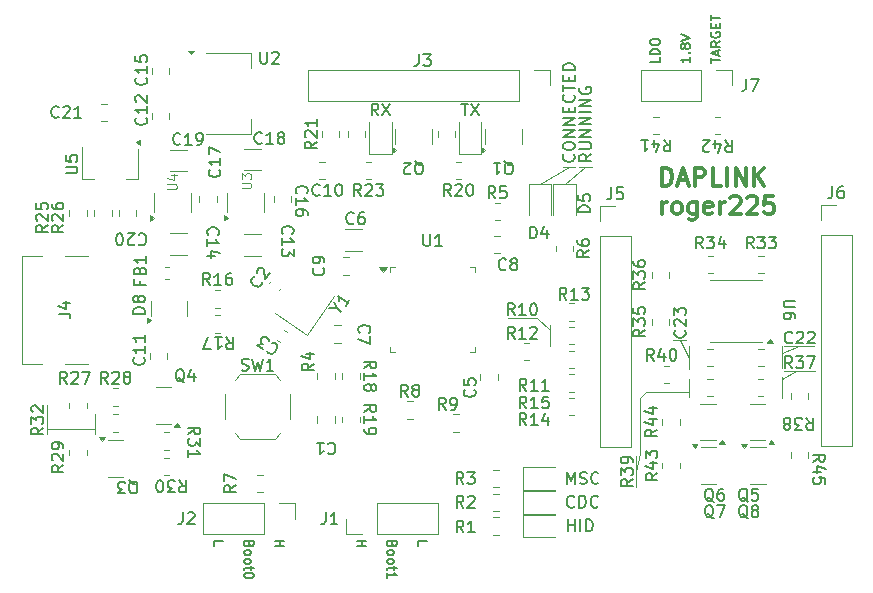
<source format=gbr>
%TF.GenerationSoftware,KiCad,Pcbnew,8.0.4*%
%TF.CreationDate,2024-08-18T22:57:54+08:00*%
%TF.ProjectId,DapLink_STM32F103CBT6,4461704c-696e-46b5-9f53-544d33324631,rev?*%
%TF.SameCoordinates,Original*%
%TF.FileFunction,Legend,Top*%
%TF.FilePolarity,Positive*%
%FSLAX46Y46*%
G04 Gerber Fmt 4.6, Leading zero omitted, Abs format (unit mm)*
G04 Created by KiCad (PCBNEW 8.0.4) date 2024-08-18 22:57:54*
%MOMM*%
%LPD*%
G01*
G04 APERTURE LIST*
%ADD10C,0.100000*%
%ADD11C,0.150000*%
%ADD12C,0.300000*%
%ADD13C,0.120000*%
G04 APERTURE END LIST*
D10*
X89100000Y-97000000D02*
X92700000Y-97000000D01*
X92700000Y-93100000D02*
X92700000Y-95000000D01*
X88600000Y-97500000D02*
X89100000Y-97000000D01*
X91950000Y-92600000D02*
X92700000Y-94050000D01*
X38400000Y-100100000D02*
X42400000Y-100100000D01*
X88200000Y-103700000D02*
X88600000Y-102100000D01*
X100600000Y-95700000D02*
X100600000Y-97500000D01*
X100800000Y-93100000D02*
X103300000Y-93100000D01*
X83400000Y-77900000D02*
X84500000Y-77900000D01*
X91400000Y-92600000D02*
X92500000Y-92600000D01*
X81000000Y-91300000D02*
X81000000Y-93100000D01*
X81000000Y-91700000D02*
X81000000Y-91300000D01*
X100600000Y-93100000D02*
X100600000Y-94900000D01*
X100600000Y-95900000D02*
X101800000Y-95200000D01*
X88600000Y-97700000D02*
X88600000Y-97500000D01*
X82600000Y-77900000D02*
X80100000Y-79315000D01*
X92500000Y-92600000D02*
X91950000Y-92600000D01*
X100800000Y-95200000D02*
X103400000Y-95200000D01*
X92700000Y-95900000D02*
X92700000Y-97400000D01*
X79900000Y-90700000D02*
X81000000Y-91700000D01*
X83950000Y-77900000D02*
X82200000Y-79315000D01*
X38400000Y-100550000D02*
X38400000Y-98050000D01*
X88600000Y-98000000D02*
X88600000Y-97700000D01*
X100600000Y-93700000D02*
X102050000Y-93100000D01*
X88600000Y-102100000D02*
X88600000Y-98000000D01*
X77400000Y-90700000D02*
X79900000Y-90700000D01*
X42400000Y-100500000D02*
X42400000Y-98800000D01*
X92700000Y-97000000D02*
X92700000Y-95900000D01*
X83100000Y-77900000D02*
X82100000Y-77900000D01*
X88200000Y-105000000D02*
X88200000Y-102400000D01*
D11*
X90242475Y-68629887D02*
X90242475Y-69010839D01*
X90242475Y-69010839D02*
X89442475Y-69010839D01*
X90242475Y-68363220D02*
X89442475Y-68363220D01*
X89442475Y-68363220D02*
X89442475Y-68172744D01*
X89442475Y-68172744D02*
X89480570Y-68058458D01*
X89480570Y-68058458D02*
X89556760Y-67982268D01*
X89556760Y-67982268D02*
X89632951Y-67944173D01*
X89632951Y-67944173D02*
X89785332Y-67906077D01*
X89785332Y-67906077D02*
X89899618Y-67906077D01*
X89899618Y-67906077D02*
X90051999Y-67944173D01*
X90051999Y-67944173D02*
X90128189Y-67982268D01*
X90128189Y-67982268D02*
X90204380Y-68058458D01*
X90204380Y-68058458D02*
X90242475Y-68172744D01*
X90242475Y-68172744D02*
X90242475Y-68363220D01*
X89442475Y-67410839D02*
X89442475Y-67258458D01*
X89442475Y-67258458D02*
X89480570Y-67182268D01*
X89480570Y-67182268D02*
X89556760Y-67106077D01*
X89556760Y-67106077D02*
X89709141Y-67067982D01*
X89709141Y-67067982D02*
X89975808Y-67067982D01*
X89975808Y-67067982D02*
X90128189Y-67106077D01*
X90128189Y-67106077D02*
X90204380Y-67182268D01*
X90204380Y-67182268D02*
X90242475Y-67258458D01*
X90242475Y-67258458D02*
X90242475Y-67410839D01*
X90242475Y-67410839D02*
X90204380Y-67487030D01*
X90204380Y-67487030D02*
X90128189Y-67563220D01*
X90128189Y-67563220D02*
X89975808Y-67601316D01*
X89975808Y-67601316D02*
X89709141Y-67601316D01*
X89709141Y-67601316D02*
X89556760Y-67563220D01*
X89556760Y-67563220D02*
X89480570Y-67487030D01*
X89480570Y-67487030D02*
X89442475Y-67410839D01*
X92818385Y-68591792D02*
X92818385Y-69048935D01*
X92818385Y-68820363D02*
X92018385Y-68820363D01*
X92018385Y-68820363D02*
X92132670Y-68896554D01*
X92132670Y-68896554D02*
X92208861Y-68972744D01*
X92208861Y-68972744D02*
X92246956Y-69048935D01*
X92742194Y-68248934D02*
X92780290Y-68210839D01*
X92780290Y-68210839D02*
X92818385Y-68248934D01*
X92818385Y-68248934D02*
X92780290Y-68287030D01*
X92780290Y-68287030D02*
X92742194Y-68248934D01*
X92742194Y-68248934D02*
X92818385Y-68248934D01*
X92361242Y-67753697D02*
X92323147Y-67829887D01*
X92323147Y-67829887D02*
X92285051Y-67867982D01*
X92285051Y-67867982D02*
X92208861Y-67906078D01*
X92208861Y-67906078D02*
X92170766Y-67906078D01*
X92170766Y-67906078D02*
X92094575Y-67867982D01*
X92094575Y-67867982D02*
X92056480Y-67829887D01*
X92056480Y-67829887D02*
X92018385Y-67753697D01*
X92018385Y-67753697D02*
X92018385Y-67601316D01*
X92018385Y-67601316D02*
X92056480Y-67525125D01*
X92056480Y-67525125D02*
X92094575Y-67487030D01*
X92094575Y-67487030D02*
X92170766Y-67448935D01*
X92170766Y-67448935D02*
X92208861Y-67448935D01*
X92208861Y-67448935D02*
X92285051Y-67487030D01*
X92285051Y-67487030D02*
X92323147Y-67525125D01*
X92323147Y-67525125D02*
X92361242Y-67601316D01*
X92361242Y-67601316D02*
X92361242Y-67753697D01*
X92361242Y-67753697D02*
X92399337Y-67829887D01*
X92399337Y-67829887D02*
X92437432Y-67867982D01*
X92437432Y-67867982D02*
X92513623Y-67906078D01*
X92513623Y-67906078D02*
X92666004Y-67906078D01*
X92666004Y-67906078D02*
X92742194Y-67867982D01*
X92742194Y-67867982D02*
X92780290Y-67829887D01*
X92780290Y-67829887D02*
X92818385Y-67753697D01*
X92818385Y-67753697D02*
X92818385Y-67601316D01*
X92818385Y-67601316D02*
X92780290Y-67525125D01*
X92780290Y-67525125D02*
X92742194Y-67487030D01*
X92742194Y-67487030D02*
X92666004Y-67448935D01*
X92666004Y-67448935D02*
X92513623Y-67448935D01*
X92513623Y-67448935D02*
X92437432Y-67487030D01*
X92437432Y-67487030D02*
X92399337Y-67525125D01*
X92399337Y-67525125D02*
X92361242Y-67601316D01*
X92018385Y-67220363D02*
X92818385Y-66953696D01*
X92818385Y-66953696D02*
X92018385Y-66687030D01*
X94594295Y-69125125D02*
X94594295Y-68667982D01*
X95394295Y-68896554D02*
X94594295Y-68896554D01*
X95165723Y-68439411D02*
X95165723Y-68058458D01*
X95394295Y-68515601D02*
X94594295Y-68248934D01*
X94594295Y-68248934D02*
X95394295Y-67982268D01*
X95394295Y-67258458D02*
X95013342Y-67525125D01*
X95394295Y-67715601D02*
X94594295Y-67715601D01*
X94594295Y-67715601D02*
X94594295Y-67410839D01*
X94594295Y-67410839D02*
X94632390Y-67334649D01*
X94632390Y-67334649D02*
X94670485Y-67296554D01*
X94670485Y-67296554D02*
X94746676Y-67258458D01*
X94746676Y-67258458D02*
X94860961Y-67258458D01*
X94860961Y-67258458D02*
X94937152Y-67296554D01*
X94937152Y-67296554D02*
X94975247Y-67334649D01*
X94975247Y-67334649D02*
X95013342Y-67410839D01*
X95013342Y-67410839D02*
X95013342Y-67715601D01*
X94632390Y-66496554D02*
X94594295Y-66572744D01*
X94594295Y-66572744D02*
X94594295Y-66687030D01*
X94594295Y-66687030D02*
X94632390Y-66801316D01*
X94632390Y-66801316D02*
X94708580Y-66877506D01*
X94708580Y-66877506D02*
X94784771Y-66915601D01*
X94784771Y-66915601D02*
X94937152Y-66953697D01*
X94937152Y-66953697D02*
X95051438Y-66953697D01*
X95051438Y-66953697D02*
X95203819Y-66915601D01*
X95203819Y-66915601D02*
X95280009Y-66877506D01*
X95280009Y-66877506D02*
X95356200Y-66801316D01*
X95356200Y-66801316D02*
X95394295Y-66687030D01*
X95394295Y-66687030D02*
X95394295Y-66610839D01*
X95394295Y-66610839D02*
X95356200Y-66496554D01*
X95356200Y-66496554D02*
X95318104Y-66458458D01*
X95318104Y-66458458D02*
X95051438Y-66458458D01*
X95051438Y-66458458D02*
X95051438Y-66610839D01*
X94975247Y-66115601D02*
X94975247Y-65848935D01*
X95394295Y-65734649D02*
X95394295Y-66115601D01*
X95394295Y-66115601D02*
X94594295Y-66115601D01*
X94594295Y-66115601D02*
X94594295Y-65734649D01*
X94594295Y-65506077D02*
X94594295Y-65048934D01*
X95394295Y-65277506D02*
X94594295Y-65277506D01*
X69757524Y-109970112D02*
X69757524Y-109589160D01*
X69757524Y-109589160D02*
X70557524Y-109589160D01*
X67600662Y-109855826D02*
X67562567Y-109970112D01*
X67562567Y-109970112D02*
X67524471Y-110008207D01*
X67524471Y-110008207D02*
X67448281Y-110046303D01*
X67448281Y-110046303D02*
X67333995Y-110046303D01*
X67333995Y-110046303D02*
X67257805Y-110008207D01*
X67257805Y-110008207D02*
X67219710Y-109970112D01*
X67219710Y-109970112D02*
X67181614Y-109893922D01*
X67181614Y-109893922D02*
X67181614Y-109589160D01*
X67181614Y-109589160D02*
X67981614Y-109589160D01*
X67981614Y-109589160D02*
X67981614Y-109855826D01*
X67981614Y-109855826D02*
X67943519Y-109932017D01*
X67943519Y-109932017D02*
X67905424Y-109970112D01*
X67905424Y-109970112D02*
X67829233Y-110008207D01*
X67829233Y-110008207D02*
X67753043Y-110008207D01*
X67753043Y-110008207D02*
X67676852Y-109970112D01*
X67676852Y-109970112D02*
X67638757Y-109932017D01*
X67638757Y-109932017D02*
X67600662Y-109855826D01*
X67600662Y-109855826D02*
X67600662Y-109589160D01*
X67181614Y-110503445D02*
X67219710Y-110427255D01*
X67219710Y-110427255D02*
X67257805Y-110389160D01*
X67257805Y-110389160D02*
X67333995Y-110351064D01*
X67333995Y-110351064D02*
X67562567Y-110351064D01*
X67562567Y-110351064D02*
X67638757Y-110389160D01*
X67638757Y-110389160D02*
X67676852Y-110427255D01*
X67676852Y-110427255D02*
X67714948Y-110503445D01*
X67714948Y-110503445D02*
X67714948Y-110617731D01*
X67714948Y-110617731D02*
X67676852Y-110693922D01*
X67676852Y-110693922D02*
X67638757Y-110732017D01*
X67638757Y-110732017D02*
X67562567Y-110770112D01*
X67562567Y-110770112D02*
X67333995Y-110770112D01*
X67333995Y-110770112D02*
X67257805Y-110732017D01*
X67257805Y-110732017D02*
X67219710Y-110693922D01*
X67219710Y-110693922D02*
X67181614Y-110617731D01*
X67181614Y-110617731D02*
X67181614Y-110503445D01*
X67181614Y-111227255D02*
X67219710Y-111151065D01*
X67219710Y-111151065D02*
X67257805Y-111112970D01*
X67257805Y-111112970D02*
X67333995Y-111074874D01*
X67333995Y-111074874D02*
X67562567Y-111074874D01*
X67562567Y-111074874D02*
X67638757Y-111112970D01*
X67638757Y-111112970D02*
X67676852Y-111151065D01*
X67676852Y-111151065D02*
X67714948Y-111227255D01*
X67714948Y-111227255D02*
X67714948Y-111341541D01*
X67714948Y-111341541D02*
X67676852Y-111417732D01*
X67676852Y-111417732D02*
X67638757Y-111455827D01*
X67638757Y-111455827D02*
X67562567Y-111493922D01*
X67562567Y-111493922D02*
X67333995Y-111493922D01*
X67333995Y-111493922D02*
X67257805Y-111455827D01*
X67257805Y-111455827D02*
X67219710Y-111417732D01*
X67219710Y-111417732D02*
X67181614Y-111341541D01*
X67181614Y-111341541D02*
X67181614Y-111227255D01*
X67714948Y-111722494D02*
X67714948Y-112027256D01*
X67981614Y-111836780D02*
X67295900Y-111836780D01*
X67295900Y-111836780D02*
X67219710Y-111874875D01*
X67219710Y-111874875D02*
X67181614Y-111951065D01*
X67181614Y-111951065D02*
X67181614Y-112027256D01*
X67181614Y-112712970D02*
X67181614Y-112255827D01*
X67181614Y-112484399D02*
X67981614Y-112484399D01*
X67981614Y-112484399D02*
X67867329Y-112408208D01*
X67867329Y-112408208D02*
X67791138Y-112332018D01*
X67791138Y-112332018D02*
X67753043Y-112255827D01*
X64605704Y-109589160D02*
X65405704Y-109589160D01*
X65024752Y-109589160D02*
X65024752Y-110046303D01*
X64605704Y-110046303D02*
X65405704Y-110046303D01*
D12*
X90454510Y-79485912D02*
X90454510Y-77985912D01*
X90454510Y-77985912D02*
X90811653Y-77985912D01*
X90811653Y-77985912D02*
X91025939Y-78057341D01*
X91025939Y-78057341D02*
X91168796Y-78200198D01*
X91168796Y-78200198D02*
X91240225Y-78343055D01*
X91240225Y-78343055D02*
X91311653Y-78628769D01*
X91311653Y-78628769D02*
X91311653Y-78843055D01*
X91311653Y-78843055D02*
X91240225Y-79128769D01*
X91240225Y-79128769D02*
X91168796Y-79271626D01*
X91168796Y-79271626D02*
X91025939Y-79414484D01*
X91025939Y-79414484D02*
X90811653Y-79485912D01*
X90811653Y-79485912D02*
X90454510Y-79485912D01*
X91883082Y-79057341D02*
X92597368Y-79057341D01*
X91740225Y-79485912D02*
X92240225Y-77985912D01*
X92240225Y-77985912D02*
X92740225Y-79485912D01*
X93240224Y-79485912D02*
X93240224Y-77985912D01*
X93240224Y-77985912D02*
X93811653Y-77985912D01*
X93811653Y-77985912D02*
X93954510Y-78057341D01*
X93954510Y-78057341D02*
X94025939Y-78128769D01*
X94025939Y-78128769D02*
X94097367Y-78271626D01*
X94097367Y-78271626D02*
X94097367Y-78485912D01*
X94097367Y-78485912D02*
X94025939Y-78628769D01*
X94025939Y-78628769D02*
X93954510Y-78700198D01*
X93954510Y-78700198D02*
X93811653Y-78771626D01*
X93811653Y-78771626D02*
X93240224Y-78771626D01*
X95454510Y-79485912D02*
X94740224Y-79485912D01*
X94740224Y-79485912D02*
X94740224Y-77985912D01*
X95954510Y-79485912D02*
X95954510Y-77985912D01*
X96668796Y-79485912D02*
X96668796Y-77985912D01*
X96668796Y-77985912D02*
X97525939Y-79485912D01*
X97525939Y-79485912D02*
X97525939Y-77985912D01*
X98240225Y-79485912D02*
X98240225Y-77985912D01*
X99097368Y-79485912D02*
X98454511Y-78628769D01*
X99097368Y-77985912D02*
X98240225Y-78843055D01*
X90454510Y-81900828D02*
X90454510Y-80900828D01*
X90454510Y-81186542D02*
X90525939Y-81043685D01*
X90525939Y-81043685D02*
X90597368Y-80972257D01*
X90597368Y-80972257D02*
X90740225Y-80900828D01*
X90740225Y-80900828D02*
X90883082Y-80900828D01*
X91597367Y-81900828D02*
X91454510Y-81829400D01*
X91454510Y-81829400D02*
X91383081Y-81757971D01*
X91383081Y-81757971D02*
X91311653Y-81615114D01*
X91311653Y-81615114D02*
X91311653Y-81186542D01*
X91311653Y-81186542D02*
X91383081Y-81043685D01*
X91383081Y-81043685D02*
X91454510Y-80972257D01*
X91454510Y-80972257D02*
X91597367Y-80900828D01*
X91597367Y-80900828D02*
X91811653Y-80900828D01*
X91811653Y-80900828D02*
X91954510Y-80972257D01*
X91954510Y-80972257D02*
X92025939Y-81043685D01*
X92025939Y-81043685D02*
X92097367Y-81186542D01*
X92097367Y-81186542D02*
X92097367Y-81615114D01*
X92097367Y-81615114D02*
X92025939Y-81757971D01*
X92025939Y-81757971D02*
X91954510Y-81829400D01*
X91954510Y-81829400D02*
X91811653Y-81900828D01*
X91811653Y-81900828D02*
X91597367Y-81900828D01*
X93383082Y-80900828D02*
X93383082Y-82115114D01*
X93383082Y-82115114D02*
X93311653Y-82257971D01*
X93311653Y-82257971D02*
X93240224Y-82329400D01*
X93240224Y-82329400D02*
X93097367Y-82400828D01*
X93097367Y-82400828D02*
X92883082Y-82400828D01*
X92883082Y-82400828D02*
X92740224Y-82329400D01*
X93383082Y-81829400D02*
X93240224Y-81900828D01*
X93240224Y-81900828D02*
X92954510Y-81900828D01*
X92954510Y-81900828D02*
X92811653Y-81829400D01*
X92811653Y-81829400D02*
X92740224Y-81757971D01*
X92740224Y-81757971D02*
X92668796Y-81615114D01*
X92668796Y-81615114D02*
X92668796Y-81186542D01*
X92668796Y-81186542D02*
X92740224Y-81043685D01*
X92740224Y-81043685D02*
X92811653Y-80972257D01*
X92811653Y-80972257D02*
X92954510Y-80900828D01*
X92954510Y-80900828D02*
X93240224Y-80900828D01*
X93240224Y-80900828D02*
X93383082Y-80972257D01*
X94668796Y-81829400D02*
X94525939Y-81900828D01*
X94525939Y-81900828D02*
X94240225Y-81900828D01*
X94240225Y-81900828D02*
X94097367Y-81829400D01*
X94097367Y-81829400D02*
X94025939Y-81686542D01*
X94025939Y-81686542D02*
X94025939Y-81115114D01*
X94025939Y-81115114D02*
X94097367Y-80972257D01*
X94097367Y-80972257D02*
X94240225Y-80900828D01*
X94240225Y-80900828D02*
X94525939Y-80900828D01*
X94525939Y-80900828D02*
X94668796Y-80972257D01*
X94668796Y-80972257D02*
X94740225Y-81115114D01*
X94740225Y-81115114D02*
X94740225Y-81257971D01*
X94740225Y-81257971D02*
X94025939Y-81400828D01*
X95383081Y-81900828D02*
X95383081Y-80900828D01*
X95383081Y-81186542D02*
X95454510Y-81043685D01*
X95454510Y-81043685D02*
X95525939Y-80972257D01*
X95525939Y-80972257D02*
X95668796Y-80900828D01*
X95668796Y-80900828D02*
X95811653Y-80900828D01*
X96240224Y-80543685D02*
X96311652Y-80472257D01*
X96311652Y-80472257D02*
X96454510Y-80400828D01*
X96454510Y-80400828D02*
X96811652Y-80400828D01*
X96811652Y-80400828D02*
X96954510Y-80472257D01*
X96954510Y-80472257D02*
X97025938Y-80543685D01*
X97025938Y-80543685D02*
X97097367Y-80686542D01*
X97097367Y-80686542D02*
X97097367Y-80829400D01*
X97097367Y-80829400D02*
X97025938Y-81043685D01*
X97025938Y-81043685D02*
X96168795Y-81900828D01*
X96168795Y-81900828D02*
X97097367Y-81900828D01*
X97668795Y-80543685D02*
X97740223Y-80472257D01*
X97740223Y-80472257D02*
X97883081Y-80400828D01*
X97883081Y-80400828D02*
X98240223Y-80400828D01*
X98240223Y-80400828D02*
X98383081Y-80472257D01*
X98383081Y-80472257D02*
X98454509Y-80543685D01*
X98454509Y-80543685D02*
X98525938Y-80686542D01*
X98525938Y-80686542D02*
X98525938Y-80829400D01*
X98525938Y-80829400D02*
X98454509Y-81043685D01*
X98454509Y-81043685D02*
X97597366Y-81900828D01*
X97597366Y-81900828D02*
X98525938Y-81900828D01*
X99883080Y-80400828D02*
X99168794Y-80400828D01*
X99168794Y-80400828D02*
X99097366Y-81115114D01*
X99097366Y-81115114D02*
X99168794Y-81043685D01*
X99168794Y-81043685D02*
X99311652Y-80972257D01*
X99311652Y-80972257D02*
X99668794Y-80972257D01*
X99668794Y-80972257D02*
X99811652Y-81043685D01*
X99811652Y-81043685D02*
X99883080Y-81115114D01*
X99883080Y-81115114D02*
X99954509Y-81257971D01*
X99954509Y-81257971D02*
X99954509Y-81615114D01*
X99954509Y-81615114D02*
X99883080Y-81757971D01*
X99883080Y-81757971D02*
X99811652Y-81829400D01*
X99811652Y-81829400D02*
X99668794Y-81900828D01*
X99668794Y-81900828D02*
X99311652Y-81900828D01*
X99311652Y-81900828D02*
X99168794Y-81829400D01*
X99168794Y-81829400D02*
X99097366Y-81757971D01*
D11*
X57657524Y-109589160D02*
X58457524Y-109589160D01*
X58076572Y-109589160D02*
X58076572Y-110046303D01*
X57657524Y-110046303D02*
X58457524Y-110046303D01*
X55500662Y-109855826D02*
X55462567Y-109970112D01*
X55462567Y-109970112D02*
X55424471Y-110008207D01*
X55424471Y-110008207D02*
X55348281Y-110046303D01*
X55348281Y-110046303D02*
X55233995Y-110046303D01*
X55233995Y-110046303D02*
X55157805Y-110008207D01*
X55157805Y-110008207D02*
X55119710Y-109970112D01*
X55119710Y-109970112D02*
X55081614Y-109893922D01*
X55081614Y-109893922D02*
X55081614Y-109589160D01*
X55081614Y-109589160D02*
X55881614Y-109589160D01*
X55881614Y-109589160D02*
X55881614Y-109855826D01*
X55881614Y-109855826D02*
X55843519Y-109932017D01*
X55843519Y-109932017D02*
X55805424Y-109970112D01*
X55805424Y-109970112D02*
X55729233Y-110008207D01*
X55729233Y-110008207D02*
X55653043Y-110008207D01*
X55653043Y-110008207D02*
X55576852Y-109970112D01*
X55576852Y-109970112D02*
X55538757Y-109932017D01*
X55538757Y-109932017D02*
X55500662Y-109855826D01*
X55500662Y-109855826D02*
X55500662Y-109589160D01*
X55081614Y-110503445D02*
X55119710Y-110427255D01*
X55119710Y-110427255D02*
X55157805Y-110389160D01*
X55157805Y-110389160D02*
X55233995Y-110351064D01*
X55233995Y-110351064D02*
X55462567Y-110351064D01*
X55462567Y-110351064D02*
X55538757Y-110389160D01*
X55538757Y-110389160D02*
X55576852Y-110427255D01*
X55576852Y-110427255D02*
X55614948Y-110503445D01*
X55614948Y-110503445D02*
X55614948Y-110617731D01*
X55614948Y-110617731D02*
X55576852Y-110693922D01*
X55576852Y-110693922D02*
X55538757Y-110732017D01*
X55538757Y-110732017D02*
X55462567Y-110770112D01*
X55462567Y-110770112D02*
X55233995Y-110770112D01*
X55233995Y-110770112D02*
X55157805Y-110732017D01*
X55157805Y-110732017D02*
X55119710Y-110693922D01*
X55119710Y-110693922D02*
X55081614Y-110617731D01*
X55081614Y-110617731D02*
X55081614Y-110503445D01*
X55081614Y-111227255D02*
X55119710Y-111151065D01*
X55119710Y-111151065D02*
X55157805Y-111112970D01*
X55157805Y-111112970D02*
X55233995Y-111074874D01*
X55233995Y-111074874D02*
X55462567Y-111074874D01*
X55462567Y-111074874D02*
X55538757Y-111112970D01*
X55538757Y-111112970D02*
X55576852Y-111151065D01*
X55576852Y-111151065D02*
X55614948Y-111227255D01*
X55614948Y-111227255D02*
X55614948Y-111341541D01*
X55614948Y-111341541D02*
X55576852Y-111417732D01*
X55576852Y-111417732D02*
X55538757Y-111455827D01*
X55538757Y-111455827D02*
X55462567Y-111493922D01*
X55462567Y-111493922D02*
X55233995Y-111493922D01*
X55233995Y-111493922D02*
X55157805Y-111455827D01*
X55157805Y-111455827D02*
X55119710Y-111417732D01*
X55119710Y-111417732D02*
X55081614Y-111341541D01*
X55081614Y-111341541D02*
X55081614Y-111227255D01*
X55614948Y-111722494D02*
X55614948Y-112027256D01*
X55881614Y-111836780D02*
X55195900Y-111836780D01*
X55195900Y-111836780D02*
X55119710Y-111874875D01*
X55119710Y-111874875D02*
X55081614Y-111951065D01*
X55081614Y-111951065D02*
X55081614Y-112027256D01*
X55881614Y-112446304D02*
X55881614Y-112522494D01*
X55881614Y-112522494D02*
X55843519Y-112598685D01*
X55843519Y-112598685D02*
X55805424Y-112636780D01*
X55805424Y-112636780D02*
X55729233Y-112674875D01*
X55729233Y-112674875D02*
X55576852Y-112712970D01*
X55576852Y-112712970D02*
X55386376Y-112712970D01*
X55386376Y-112712970D02*
X55233995Y-112674875D01*
X55233995Y-112674875D02*
X55157805Y-112636780D01*
X55157805Y-112636780D02*
X55119710Y-112598685D01*
X55119710Y-112598685D02*
X55081614Y-112522494D01*
X55081614Y-112522494D02*
X55081614Y-112446304D01*
X55081614Y-112446304D02*
X55119710Y-112370113D01*
X55119710Y-112370113D02*
X55157805Y-112332018D01*
X55157805Y-112332018D02*
X55233995Y-112293923D01*
X55233995Y-112293923D02*
X55386376Y-112255827D01*
X55386376Y-112255827D02*
X55576852Y-112255827D01*
X55576852Y-112255827D02*
X55729233Y-112293923D01*
X55729233Y-112293923D02*
X55805424Y-112332018D01*
X55805424Y-112332018D02*
X55843519Y-112370113D01*
X55843519Y-112370113D02*
X55881614Y-112446304D01*
X52505704Y-109970112D02*
X52505704Y-109589160D01*
X52505704Y-109589160D02*
X53305704Y-109589160D01*
X87954819Y-104342857D02*
X87478628Y-104676190D01*
X87954819Y-104914285D02*
X86954819Y-104914285D01*
X86954819Y-104914285D02*
X86954819Y-104533333D01*
X86954819Y-104533333D02*
X87002438Y-104438095D01*
X87002438Y-104438095D02*
X87050057Y-104390476D01*
X87050057Y-104390476D02*
X87145295Y-104342857D01*
X87145295Y-104342857D02*
X87288152Y-104342857D01*
X87288152Y-104342857D02*
X87383390Y-104390476D01*
X87383390Y-104390476D02*
X87431009Y-104438095D01*
X87431009Y-104438095D02*
X87478628Y-104533333D01*
X87478628Y-104533333D02*
X87478628Y-104914285D01*
X86954819Y-104009523D02*
X86954819Y-103390476D01*
X86954819Y-103390476D02*
X87335771Y-103723809D01*
X87335771Y-103723809D02*
X87335771Y-103580952D01*
X87335771Y-103580952D02*
X87383390Y-103485714D01*
X87383390Y-103485714D02*
X87431009Y-103438095D01*
X87431009Y-103438095D02*
X87526247Y-103390476D01*
X87526247Y-103390476D02*
X87764342Y-103390476D01*
X87764342Y-103390476D02*
X87859580Y-103438095D01*
X87859580Y-103438095D02*
X87907200Y-103485714D01*
X87907200Y-103485714D02*
X87954819Y-103580952D01*
X87954819Y-103580952D02*
X87954819Y-103866666D01*
X87954819Y-103866666D02*
X87907200Y-103961904D01*
X87907200Y-103961904D02*
X87859580Y-104009523D01*
X87954819Y-102914285D02*
X87954819Y-102723809D01*
X87954819Y-102723809D02*
X87907200Y-102628571D01*
X87907200Y-102628571D02*
X87859580Y-102580952D01*
X87859580Y-102580952D02*
X87716723Y-102485714D01*
X87716723Y-102485714D02*
X87526247Y-102438095D01*
X87526247Y-102438095D02*
X87145295Y-102438095D01*
X87145295Y-102438095D02*
X87050057Y-102485714D01*
X87050057Y-102485714D02*
X87002438Y-102533333D01*
X87002438Y-102533333D02*
X86954819Y-102628571D01*
X86954819Y-102628571D02*
X86954819Y-102819047D01*
X86954819Y-102819047D02*
X87002438Y-102914285D01*
X87002438Y-102914285D02*
X87050057Y-102961904D01*
X87050057Y-102961904D02*
X87145295Y-103009523D01*
X87145295Y-103009523D02*
X87383390Y-103009523D01*
X87383390Y-103009523D02*
X87478628Y-102961904D01*
X87478628Y-102961904D02*
X87526247Y-102914285D01*
X87526247Y-102914285D02*
X87573866Y-102819047D01*
X87573866Y-102819047D02*
X87573866Y-102628571D01*
X87573866Y-102628571D02*
X87526247Y-102533333D01*
X87526247Y-102533333D02*
X87478628Y-102485714D01*
X87478628Y-102485714D02*
X87383390Y-102438095D01*
X69866666Y-68354819D02*
X69866666Y-69069104D01*
X69866666Y-69069104D02*
X69819047Y-69211961D01*
X69819047Y-69211961D02*
X69723809Y-69307200D01*
X69723809Y-69307200D02*
X69580952Y-69354819D01*
X69580952Y-69354819D02*
X69485714Y-69354819D01*
X70247619Y-68354819D02*
X70866666Y-68354819D01*
X70866666Y-68354819D02*
X70533333Y-68735771D01*
X70533333Y-68735771D02*
X70676190Y-68735771D01*
X70676190Y-68735771D02*
X70771428Y-68783390D01*
X70771428Y-68783390D02*
X70819047Y-68831009D01*
X70819047Y-68831009D02*
X70866666Y-68926247D01*
X70866666Y-68926247D02*
X70866666Y-69164342D01*
X70866666Y-69164342D02*
X70819047Y-69259580D01*
X70819047Y-69259580D02*
X70771428Y-69307200D01*
X70771428Y-69307200D02*
X70676190Y-69354819D01*
X70676190Y-69354819D02*
X70390476Y-69354819D01*
X70390476Y-69354819D02*
X70295238Y-69307200D01*
X70295238Y-69307200D02*
X70247619Y-69259580D01*
X77233333Y-86559580D02*
X77185714Y-86607200D01*
X77185714Y-86607200D02*
X77042857Y-86654819D01*
X77042857Y-86654819D02*
X76947619Y-86654819D01*
X76947619Y-86654819D02*
X76804762Y-86607200D01*
X76804762Y-86607200D02*
X76709524Y-86511961D01*
X76709524Y-86511961D02*
X76661905Y-86416723D01*
X76661905Y-86416723D02*
X76614286Y-86226247D01*
X76614286Y-86226247D02*
X76614286Y-86083390D01*
X76614286Y-86083390D02*
X76661905Y-85892914D01*
X76661905Y-85892914D02*
X76709524Y-85797676D01*
X76709524Y-85797676D02*
X76804762Y-85702438D01*
X76804762Y-85702438D02*
X76947619Y-85654819D01*
X76947619Y-85654819D02*
X77042857Y-85654819D01*
X77042857Y-85654819D02*
X77185714Y-85702438D01*
X77185714Y-85702438D02*
X77233333Y-85750057D01*
X77804762Y-86083390D02*
X77709524Y-86035771D01*
X77709524Y-86035771D02*
X77661905Y-85988152D01*
X77661905Y-85988152D02*
X77614286Y-85892914D01*
X77614286Y-85892914D02*
X77614286Y-85845295D01*
X77614286Y-85845295D02*
X77661905Y-85750057D01*
X77661905Y-85750057D02*
X77709524Y-85702438D01*
X77709524Y-85702438D02*
X77804762Y-85654819D01*
X77804762Y-85654819D02*
X77995238Y-85654819D01*
X77995238Y-85654819D02*
X78090476Y-85702438D01*
X78090476Y-85702438D02*
X78138095Y-85750057D01*
X78138095Y-85750057D02*
X78185714Y-85845295D01*
X78185714Y-85845295D02*
X78185714Y-85892914D01*
X78185714Y-85892914D02*
X78138095Y-85988152D01*
X78138095Y-85988152D02*
X78090476Y-86035771D01*
X78090476Y-86035771D02*
X77995238Y-86083390D01*
X77995238Y-86083390D02*
X77804762Y-86083390D01*
X77804762Y-86083390D02*
X77709524Y-86131009D01*
X77709524Y-86131009D02*
X77661905Y-86178628D01*
X77661905Y-86178628D02*
X77614286Y-86273866D01*
X77614286Y-86273866D02*
X77614286Y-86464342D01*
X77614286Y-86464342D02*
X77661905Y-86559580D01*
X77661905Y-86559580D02*
X77709524Y-86607200D01*
X77709524Y-86607200D02*
X77804762Y-86654819D01*
X77804762Y-86654819D02*
X77995238Y-86654819D01*
X77995238Y-86654819D02*
X78090476Y-86607200D01*
X78090476Y-86607200D02*
X78138095Y-86559580D01*
X78138095Y-86559580D02*
X78185714Y-86464342D01*
X78185714Y-86464342D02*
X78185714Y-86273866D01*
X78185714Y-86273866D02*
X78138095Y-86178628D01*
X78138095Y-86178628D02*
X78090476Y-86131009D01*
X78090476Y-86131009D02*
X77995238Y-86083390D01*
X101457142Y-92759580D02*
X101409523Y-92807200D01*
X101409523Y-92807200D02*
X101266666Y-92854819D01*
X101266666Y-92854819D02*
X101171428Y-92854819D01*
X101171428Y-92854819D02*
X101028571Y-92807200D01*
X101028571Y-92807200D02*
X100933333Y-92711961D01*
X100933333Y-92711961D02*
X100885714Y-92616723D01*
X100885714Y-92616723D02*
X100838095Y-92426247D01*
X100838095Y-92426247D02*
X100838095Y-92283390D01*
X100838095Y-92283390D02*
X100885714Y-92092914D01*
X100885714Y-92092914D02*
X100933333Y-91997676D01*
X100933333Y-91997676D02*
X101028571Y-91902438D01*
X101028571Y-91902438D02*
X101171428Y-91854819D01*
X101171428Y-91854819D02*
X101266666Y-91854819D01*
X101266666Y-91854819D02*
X101409523Y-91902438D01*
X101409523Y-91902438D02*
X101457142Y-91950057D01*
X101838095Y-91950057D02*
X101885714Y-91902438D01*
X101885714Y-91902438D02*
X101980952Y-91854819D01*
X101980952Y-91854819D02*
X102219047Y-91854819D01*
X102219047Y-91854819D02*
X102314285Y-91902438D01*
X102314285Y-91902438D02*
X102361904Y-91950057D01*
X102361904Y-91950057D02*
X102409523Y-92045295D01*
X102409523Y-92045295D02*
X102409523Y-92140533D01*
X102409523Y-92140533D02*
X102361904Y-92283390D01*
X102361904Y-92283390D02*
X101790476Y-92854819D01*
X101790476Y-92854819D02*
X102409523Y-92854819D01*
X102790476Y-91950057D02*
X102838095Y-91902438D01*
X102838095Y-91902438D02*
X102933333Y-91854819D01*
X102933333Y-91854819D02*
X103171428Y-91854819D01*
X103171428Y-91854819D02*
X103266666Y-91902438D01*
X103266666Y-91902438D02*
X103314285Y-91950057D01*
X103314285Y-91950057D02*
X103361904Y-92045295D01*
X103361904Y-92045295D02*
X103361904Y-92140533D01*
X103361904Y-92140533D02*
X103314285Y-92283390D01*
X103314285Y-92283390D02*
X102742857Y-92854819D01*
X102742857Y-92854819D02*
X103361904Y-92854819D01*
X77957142Y-92454819D02*
X77623809Y-91978628D01*
X77385714Y-92454819D02*
X77385714Y-91454819D01*
X77385714Y-91454819D02*
X77766666Y-91454819D01*
X77766666Y-91454819D02*
X77861904Y-91502438D01*
X77861904Y-91502438D02*
X77909523Y-91550057D01*
X77909523Y-91550057D02*
X77957142Y-91645295D01*
X77957142Y-91645295D02*
X77957142Y-91788152D01*
X77957142Y-91788152D02*
X77909523Y-91883390D01*
X77909523Y-91883390D02*
X77861904Y-91931009D01*
X77861904Y-91931009D02*
X77766666Y-91978628D01*
X77766666Y-91978628D02*
X77385714Y-91978628D01*
X78909523Y-92454819D02*
X78338095Y-92454819D01*
X78623809Y-92454819D02*
X78623809Y-91454819D01*
X78623809Y-91454819D02*
X78528571Y-91597676D01*
X78528571Y-91597676D02*
X78433333Y-91692914D01*
X78433333Y-91692914D02*
X78338095Y-91740533D01*
X79290476Y-91550057D02*
X79338095Y-91502438D01*
X79338095Y-91502438D02*
X79433333Y-91454819D01*
X79433333Y-91454819D02*
X79671428Y-91454819D01*
X79671428Y-91454819D02*
X79766666Y-91502438D01*
X79766666Y-91502438D02*
X79814285Y-91550057D01*
X79814285Y-91550057D02*
X79861904Y-91645295D01*
X79861904Y-91645295D02*
X79861904Y-91740533D01*
X79861904Y-91740533D02*
X79814285Y-91883390D01*
X79814285Y-91883390D02*
X79242857Y-92454819D01*
X79242857Y-92454819D02*
X79861904Y-92454819D01*
X101745180Y-89238095D02*
X100935657Y-89238095D01*
X100935657Y-89238095D02*
X100840419Y-89285714D01*
X100840419Y-89285714D02*
X100792800Y-89333333D01*
X100792800Y-89333333D02*
X100745180Y-89428571D01*
X100745180Y-89428571D02*
X100745180Y-89619047D01*
X100745180Y-89619047D02*
X100792800Y-89714285D01*
X100792800Y-89714285D02*
X100840419Y-89761904D01*
X100840419Y-89761904D02*
X100935657Y-89809523D01*
X100935657Y-89809523D02*
X101745180Y-89809523D01*
X101745180Y-90714285D02*
X101745180Y-90523809D01*
X101745180Y-90523809D02*
X101697561Y-90428571D01*
X101697561Y-90428571D02*
X101649942Y-90380952D01*
X101649942Y-90380952D02*
X101507085Y-90285714D01*
X101507085Y-90285714D02*
X101316609Y-90238095D01*
X101316609Y-90238095D02*
X100935657Y-90238095D01*
X100935657Y-90238095D02*
X100840419Y-90285714D01*
X100840419Y-90285714D02*
X100792800Y-90333333D01*
X100792800Y-90333333D02*
X100745180Y-90428571D01*
X100745180Y-90428571D02*
X100745180Y-90619047D01*
X100745180Y-90619047D02*
X100792800Y-90714285D01*
X100792800Y-90714285D02*
X100840419Y-90761904D01*
X100840419Y-90761904D02*
X100935657Y-90809523D01*
X100935657Y-90809523D02*
X101173752Y-90809523D01*
X101173752Y-90809523D02*
X101268990Y-90761904D01*
X101268990Y-90761904D02*
X101316609Y-90714285D01*
X101316609Y-90714285D02*
X101364228Y-90619047D01*
X101364228Y-90619047D02*
X101364228Y-90428571D01*
X101364228Y-90428571D02*
X101316609Y-90333333D01*
X101316609Y-90333333D02*
X101268990Y-90285714D01*
X101268990Y-90285714D02*
X101173752Y-90238095D01*
D10*
X48564895Y-79809523D02*
X49212514Y-79809523D01*
X49212514Y-79809523D02*
X49288704Y-79771428D01*
X49288704Y-79771428D02*
X49326800Y-79733333D01*
X49326800Y-79733333D02*
X49364895Y-79657142D01*
X49364895Y-79657142D02*
X49364895Y-79504761D01*
X49364895Y-79504761D02*
X49326800Y-79428571D01*
X49326800Y-79428571D02*
X49288704Y-79390476D01*
X49288704Y-79390476D02*
X49212514Y-79352380D01*
X49212514Y-79352380D02*
X48564895Y-79352380D01*
X48831561Y-78628571D02*
X49364895Y-78628571D01*
X48526800Y-78819047D02*
X49098228Y-79009524D01*
X49098228Y-79009524D02*
X49098228Y-78514285D01*
D11*
X56557142Y-75859580D02*
X56509523Y-75907200D01*
X56509523Y-75907200D02*
X56366666Y-75954819D01*
X56366666Y-75954819D02*
X56271428Y-75954819D01*
X56271428Y-75954819D02*
X56128571Y-75907200D01*
X56128571Y-75907200D02*
X56033333Y-75811961D01*
X56033333Y-75811961D02*
X55985714Y-75716723D01*
X55985714Y-75716723D02*
X55938095Y-75526247D01*
X55938095Y-75526247D02*
X55938095Y-75383390D01*
X55938095Y-75383390D02*
X55985714Y-75192914D01*
X55985714Y-75192914D02*
X56033333Y-75097676D01*
X56033333Y-75097676D02*
X56128571Y-75002438D01*
X56128571Y-75002438D02*
X56271428Y-74954819D01*
X56271428Y-74954819D02*
X56366666Y-74954819D01*
X56366666Y-74954819D02*
X56509523Y-75002438D01*
X56509523Y-75002438D02*
X56557142Y-75050057D01*
X57509523Y-75954819D02*
X56938095Y-75954819D01*
X57223809Y-75954819D02*
X57223809Y-74954819D01*
X57223809Y-74954819D02*
X57128571Y-75097676D01*
X57128571Y-75097676D02*
X57033333Y-75192914D01*
X57033333Y-75192914D02*
X56938095Y-75240533D01*
X58080952Y-75383390D02*
X57985714Y-75335771D01*
X57985714Y-75335771D02*
X57938095Y-75288152D01*
X57938095Y-75288152D02*
X57890476Y-75192914D01*
X57890476Y-75192914D02*
X57890476Y-75145295D01*
X57890476Y-75145295D02*
X57938095Y-75050057D01*
X57938095Y-75050057D02*
X57985714Y-75002438D01*
X57985714Y-75002438D02*
X58080952Y-74954819D01*
X58080952Y-74954819D02*
X58271428Y-74954819D01*
X58271428Y-74954819D02*
X58366666Y-75002438D01*
X58366666Y-75002438D02*
X58414285Y-75050057D01*
X58414285Y-75050057D02*
X58461904Y-75145295D01*
X58461904Y-75145295D02*
X58461904Y-75192914D01*
X58461904Y-75192914D02*
X58414285Y-75288152D01*
X58414285Y-75288152D02*
X58366666Y-75335771D01*
X58366666Y-75335771D02*
X58271428Y-75383390D01*
X58271428Y-75383390D02*
X58080952Y-75383390D01*
X58080952Y-75383390D02*
X57985714Y-75431009D01*
X57985714Y-75431009D02*
X57938095Y-75478628D01*
X57938095Y-75478628D02*
X57890476Y-75573866D01*
X57890476Y-75573866D02*
X57890476Y-75764342D01*
X57890476Y-75764342D02*
X57938095Y-75859580D01*
X57938095Y-75859580D02*
X57985714Y-75907200D01*
X57985714Y-75907200D02*
X58080952Y-75954819D01*
X58080952Y-75954819D02*
X58271428Y-75954819D01*
X58271428Y-75954819D02*
X58366666Y-75907200D01*
X58366666Y-75907200D02*
X58414285Y-75859580D01*
X58414285Y-75859580D02*
X58461904Y-75764342D01*
X58461904Y-75764342D02*
X58461904Y-75573866D01*
X58461904Y-75573866D02*
X58414285Y-75478628D01*
X58414285Y-75478628D02*
X58366666Y-75431009D01*
X58366666Y-75431009D02*
X58271428Y-75383390D01*
X49866666Y-107154819D02*
X49866666Y-107869104D01*
X49866666Y-107869104D02*
X49819047Y-108011961D01*
X49819047Y-108011961D02*
X49723809Y-108107200D01*
X49723809Y-108107200D02*
X49580952Y-108154819D01*
X49580952Y-108154819D02*
X49485714Y-108154819D01*
X50295238Y-107250057D02*
X50342857Y-107202438D01*
X50342857Y-107202438D02*
X50438095Y-107154819D01*
X50438095Y-107154819D02*
X50676190Y-107154819D01*
X50676190Y-107154819D02*
X50771428Y-107202438D01*
X50771428Y-107202438D02*
X50819047Y-107250057D01*
X50819047Y-107250057D02*
X50866666Y-107345295D01*
X50866666Y-107345295D02*
X50866666Y-107440533D01*
X50866666Y-107440533D02*
X50819047Y-107583390D01*
X50819047Y-107583390D02*
X50247619Y-108154819D01*
X50247619Y-108154819D02*
X50866666Y-108154819D01*
X43532142Y-96254819D02*
X43198809Y-95778628D01*
X42960714Y-96254819D02*
X42960714Y-95254819D01*
X42960714Y-95254819D02*
X43341666Y-95254819D01*
X43341666Y-95254819D02*
X43436904Y-95302438D01*
X43436904Y-95302438D02*
X43484523Y-95350057D01*
X43484523Y-95350057D02*
X43532142Y-95445295D01*
X43532142Y-95445295D02*
X43532142Y-95588152D01*
X43532142Y-95588152D02*
X43484523Y-95683390D01*
X43484523Y-95683390D02*
X43436904Y-95731009D01*
X43436904Y-95731009D02*
X43341666Y-95778628D01*
X43341666Y-95778628D02*
X42960714Y-95778628D01*
X43913095Y-95350057D02*
X43960714Y-95302438D01*
X43960714Y-95302438D02*
X44055952Y-95254819D01*
X44055952Y-95254819D02*
X44294047Y-95254819D01*
X44294047Y-95254819D02*
X44389285Y-95302438D01*
X44389285Y-95302438D02*
X44436904Y-95350057D01*
X44436904Y-95350057D02*
X44484523Y-95445295D01*
X44484523Y-95445295D02*
X44484523Y-95540533D01*
X44484523Y-95540533D02*
X44436904Y-95683390D01*
X44436904Y-95683390D02*
X43865476Y-96254819D01*
X43865476Y-96254819D02*
X44484523Y-96254819D01*
X45055952Y-95683390D02*
X44960714Y-95635771D01*
X44960714Y-95635771D02*
X44913095Y-95588152D01*
X44913095Y-95588152D02*
X44865476Y-95492914D01*
X44865476Y-95492914D02*
X44865476Y-95445295D01*
X44865476Y-95445295D02*
X44913095Y-95350057D01*
X44913095Y-95350057D02*
X44960714Y-95302438D01*
X44960714Y-95302438D02*
X45055952Y-95254819D01*
X45055952Y-95254819D02*
X45246428Y-95254819D01*
X45246428Y-95254819D02*
X45341666Y-95302438D01*
X45341666Y-95302438D02*
X45389285Y-95350057D01*
X45389285Y-95350057D02*
X45436904Y-95445295D01*
X45436904Y-95445295D02*
X45436904Y-95492914D01*
X45436904Y-95492914D02*
X45389285Y-95588152D01*
X45389285Y-95588152D02*
X45341666Y-95635771D01*
X45341666Y-95635771D02*
X45246428Y-95683390D01*
X45246428Y-95683390D02*
X45055952Y-95683390D01*
X45055952Y-95683390D02*
X44960714Y-95731009D01*
X44960714Y-95731009D02*
X44913095Y-95778628D01*
X44913095Y-95778628D02*
X44865476Y-95873866D01*
X44865476Y-95873866D02*
X44865476Y-96064342D01*
X44865476Y-96064342D02*
X44913095Y-96159580D01*
X44913095Y-96159580D02*
X44960714Y-96207200D01*
X44960714Y-96207200D02*
X45055952Y-96254819D01*
X45055952Y-96254819D02*
X45246428Y-96254819D01*
X45246428Y-96254819D02*
X45341666Y-96207200D01*
X45341666Y-96207200D02*
X45389285Y-96159580D01*
X45389285Y-96159580D02*
X45436904Y-96064342D01*
X45436904Y-96064342D02*
X45436904Y-95873866D01*
X45436904Y-95873866D02*
X45389285Y-95778628D01*
X45389285Y-95778628D02*
X45341666Y-95731009D01*
X45341666Y-95731009D02*
X45246428Y-95683390D01*
X82390476Y-104754819D02*
X82390476Y-103754819D01*
X82390476Y-103754819D02*
X82723809Y-104469104D01*
X82723809Y-104469104D02*
X83057142Y-103754819D01*
X83057142Y-103754819D02*
X83057142Y-104754819D01*
X83485714Y-104707200D02*
X83628571Y-104754819D01*
X83628571Y-104754819D02*
X83866666Y-104754819D01*
X83866666Y-104754819D02*
X83961904Y-104707200D01*
X83961904Y-104707200D02*
X84009523Y-104659580D01*
X84009523Y-104659580D02*
X84057142Y-104564342D01*
X84057142Y-104564342D02*
X84057142Y-104469104D01*
X84057142Y-104469104D02*
X84009523Y-104373866D01*
X84009523Y-104373866D02*
X83961904Y-104326247D01*
X83961904Y-104326247D02*
X83866666Y-104278628D01*
X83866666Y-104278628D02*
X83676190Y-104231009D01*
X83676190Y-104231009D02*
X83580952Y-104183390D01*
X83580952Y-104183390D02*
X83533333Y-104135771D01*
X83533333Y-104135771D02*
X83485714Y-104040533D01*
X83485714Y-104040533D02*
X83485714Y-103945295D01*
X83485714Y-103945295D02*
X83533333Y-103850057D01*
X83533333Y-103850057D02*
X83580952Y-103802438D01*
X83580952Y-103802438D02*
X83676190Y-103754819D01*
X83676190Y-103754819D02*
X83914285Y-103754819D01*
X83914285Y-103754819D02*
X84057142Y-103802438D01*
X85057142Y-104659580D02*
X85009523Y-104707200D01*
X85009523Y-104707200D02*
X84866666Y-104754819D01*
X84866666Y-104754819D02*
X84771428Y-104754819D01*
X84771428Y-104754819D02*
X84628571Y-104707200D01*
X84628571Y-104707200D02*
X84533333Y-104611961D01*
X84533333Y-104611961D02*
X84485714Y-104516723D01*
X84485714Y-104516723D02*
X84438095Y-104326247D01*
X84438095Y-104326247D02*
X84438095Y-104183390D01*
X84438095Y-104183390D02*
X84485714Y-103992914D01*
X84485714Y-103992914D02*
X84533333Y-103897676D01*
X84533333Y-103897676D02*
X84628571Y-103802438D01*
X84628571Y-103802438D02*
X84771428Y-103754819D01*
X84771428Y-103754819D02*
X84866666Y-103754819D01*
X84866666Y-103754819D02*
X85009523Y-103802438D01*
X85009523Y-103802438D02*
X85057142Y-103850057D01*
X39354819Y-90333333D02*
X40069104Y-90333333D01*
X40069104Y-90333333D02*
X40211961Y-90380952D01*
X40211961Y-90380952D02*
X40307200Y-90476190D01*
X40307200Y-90476190D02*
X40354819Y-90619047D01*
X40354819Y-90619047D02*
X40354819Y-90714285D01*
X39688152Y-89428571D02*
X40354819Y-89428571D01*
X39307200Y-89666666D02*
X40021485Y-89904761D01*
X40021485Y-89904761D02*
X40021485Y-89285714D01*
X62166666Y-101340419D02*
X62214285Y-101292800D01*
X62214285Y-101292800D02*
X62357142Y-101245180D01*
X62357142Y-101245180D02*
X62452380Y-101245180D01*
X62452380Y-101245180D02*
X62595237Y-101292800D01*
X62595237Y-101292800D02*
X62690475Y-101388038D01*
X62690475Y-101388038D02*
X62738094Y-101483276D01*
X62738094Y-101483276D02*
X62785713Y-101673752D01*
X62785713Y-101673752D02*
X62785713Y-101816609D01*
X62785713Y-101816609D02*
X62738094Y-102007085D01*
X62738094Y-102007085D02*
X62690475Y-102102323D01*
X62690475Y-102102323D02*
X62595237Y-102197561D01*
X62595237Y-102197561D02*
X62452380Y-102245180D01*
X62452380Y-102245180D02*
X62357142Y-102245180D01*
X62357142Y-102245180D02*
X62214285Y-102197561D01*
X62214285Y-102197561D02*
X62166666Y-102149942D01*
X61214285Y-101245180D02*
X61785713Y-101245180D01*
X61499999Y-101245180D02*
X61499999Y-102245180D01*
X61499999Y-102245180D02*
X61595237Y-102102323D01*
X61595237Y-102102323D02*
X61690475Y-102007085D01*
X61690475Y-102007085D02*
X61785713Y-101959466D01*
X61966666Y-107154819D02*
X61966666Y-107869104D01*
X61966666Y-107869104D02*
X61919047Y-108011961D01*
X61919047Y-108011961D02*
X61823809Y-108107200D01*
X61823809Y-108107200D02*
X61680952Y-108154819D01*
X61680952Y-108154819D02*
X61585714Y-108154819D01*
X62966666Y-108154819D02*
X62395238Y-108154819D01*
X62680952Y-108154819D02*
X62680952Y-107154819D01*
X62680952Y-107154819D02*
X62585714Y-107297676D01*
X62585714Y-107297676D02*
X62490476Y-107392914D01*
X62490476Y-107392914D02*
X62395238Y-107440533D01*
X103245180Y-102857142D02*
X103721371Y-102523809D01*
X103245180Y-102285714D02*
X104245180Y-102285714D01*
X104245180Y-102285714D02*
X104245180Y-102666666D01*
X104245180Y-102666666D02*
X104197561Y-102761904D01*
X104197561Y-102761904D02*
X104149942Y-102809523D01*
X104149942Y-102809523D02*
X104054704Y-102857142D01*
X104054704Y-102857142D02*
X103911847Y-102857142D01*
X103911847Y-102857142D02*
X103816609Y-102809523D01*
X103816609Y-102809523D02*
X103768990Y-102761904D01*
X103768990Y-102761904D02*
X103721371Y-102666666D01*
X103721371Y-102666666D02*
X103721371Y-102285714D01*
X103911847Y-103714285D02*
X103245180Y-103714285D01*
X104292800Y-103476190D02*
X103578514Y-103238095D01*
X103578514Y-103238095D02*
X103578514Y-103857142D01*
X104245180Y-104714285D02*
X104245180Y-104238095D01*
X104245180Y-104238095D02*
X103768990Y-104190476D01*
X103768990Y-104190476D02*
X103816609Y-104238095D01*
X103816609Y-104238095D02*
X103864228Y-104333333D01*
X103864228Y-104333333D02*
X103864228Y-104571428D01*
X103864228Y-104571428D02*
X103816609Y-104666666D01*
X103816609Y-104666666D02*
X103768990Y-104714285D01*
X103768990Y-104714285D02*
X103673752Y-104761904D01*
X103673752Y-104761904D02*
X103435657Y-104761904D01*
X103435657Y-104761904D02*
X103340419Y-104714285D01*
X103340419Y-104714285D02*
X103292800Y-104666666D01*
X103292800Y-104666666D02*
X103245180Y-104571428D01*
X103245180Y-104571428D02*
X103245180Y-104333333D01*
X103245180Y-104333333D02*
X103292800Y-104238095D01*
X103292800Y-104238095D02*
X103340419Y-104190476D01*
X45295238Y-104449942D02*
X45390476Y-104497561D01*
X45390476Y-104497561D02*
X45485714Y-104592800D01*
X45485714Y-104592800D02*
X45628571Y-104735657D01*
X45628571Y-104735657D02*
X45723809Y-104783276D01*
X45723809Y-104783276D02*
X45819047Y-104783276D01*
X45771428Y-104545180D02*
X45866666Y-104592800D01*
X45866666Y-104592800D02*
X45961904Y-104688038D01*
X45961904Y-104688038D02*
X46009523Y-104878514D01*
X46009523Y-104878514D02*
X46009523Y-105211847D01*
X46009523Y-105211847D02*
X45961904Y-105402323D01*
X45961904Y-105402323D02*
X45866666Y-105497561D01*
X45866666Y-105497561D02*
X45771428Y-105545180D01*
X45771428Y-105545180D02*
X45580952Y-105545180D01*
X45580952Y-105545180D02*
X45485714Y-105497561D01*
X45485714Y-105497561D02*
X45390476Y-105402323D01*
X45390476Y-105402323D02*
X45342857Y-105211847D01*
X45342857Y-105211847D02*
X45342857Y-104878514D01*
X45342857Y-104878514D02*
X45390476Y-104688038D01*
X45390476Y-104688038D02*
X45485714Y-104592800D01*
X45485714Y-104592800D02*
X45580952Y-104545180D01*
X45580952Y-104545180D02*
X45771428Y-104545180D01*
X45009523Y-105545180D02*
X44390476Y-105545180D01*
X44390476Y-105545180D02*
X44723809Y-105164228D01*
X44723809Y-105164228D02*
X44580952Y-105164228D01*
X44580952Y-105164228D02*
X44485714Y-105116609D01*
X44485714Y-105116609D02*
X44438095Y-105068990D01*
X44438095Y-105068990D02*
X44390476Y-104973752D01*
X44390476Y-104973752D02*
X44390476Y-104735657D01*
X44390476Y-104735657D02*
X44438095Y-104640419D01*
X44438095Y-104640419D02*
X44485714Y-104592800D01*
X44485714Y-104592800D02*
X44580952Y-104545180D01*
X44580952Y-104545180D02*
X44866666Y-104545180D01*
X44866666Y-104545180D02*
X44961904Y-104592800D01*
X44961904Y-104592800D02*
X45009523Y-104640419D01*
X54354819Y-104866666D02*
X53878628Y-105199999D01*
X54354819Y-105438094D02*
X53354819Y-105438094D01*
X53354819Y-105438094D02*
X53354819Y-105057142D01*
X53354819Y-105057142D02*
X53402438Y-104961904D01*
X53402438Y-104961904D02*
X53450057Y-104914285D01*
X53450057Y-104914285D02*
X53545295Y-104866666D01*
X53545295Y-104866666D02*
X53688152Y-104866666D01*
X53688152Y-104866666D02*
X53783390Y-104914285D01*
X53783390Y-104914285D02*
X53831009Y-104961904D01*
X53831009Y-104961904D02*
X53878628Y-105057142D01*
X53878628Y-105057142D02*
X53878628Y-105438094D01*
X53354819Y-104533332D02*
X53354819Y-103866666D01*
X53354819Y-103866666D02*
X54354819Y-104295237D01*
X84254819Y-84966666D02*
X83778628Y-85299999D01*
X84254819Y-85538094D02*
X83254819Y-85538094D01*
X83254819Y-85538094D02*
X83254819Y-85157142D01*
X83254819Y-85157142D02*
X83302438Y-85061904D01*
X83302438Y-85061904D02*
X83350057Y-85014285D01*
X83350057Y-85014285D02*
X83445295Y-84966666D01*
X83445295Y-84966666D02*
X83588152Y-84966666D01*
X83588152Y-84966666D02*
X83683390Y-85014285D01*
X83683390Y-85014285D02*
X83731009Y-85061904D01*
X83731009Y-85061904D02*
X83778628Y-85157142D01*
X83778628Y-85157142D02*
X83778628Y-85538094D01*
X83254819Y-84109523D02*
X83254819Y-84299999D01*
X83254819Y-84299999D02*
X83302438Y-84395237D01*
X83302438Y-84395237D02*
X83350057Y-84442856D01*
X83350057Y-84442856D02*
X83492914Y-84538094D01*
X83492914Y-84538094D02*
X83683390Y-84585713D01*
X83683390Y-84585713D02*
X84064342Y-84585713D01*
X84064342Y-84585713D02*
X84159580Y-84538094D01*
X84159580Y-84538094D02*
X84207200Y-84490475D01*
X84207200Y-84490475D02*
X84254819Y-84395237D01*
X84254819Y-84395237D02*
X84254819Y-84204761D01*
X84254819Y-84204761D02*
X84207200Y-84109523D01*
X84207200Y-84109523D02*
X84159580Y-84061904D01*
X84159580Y-84061904D02*
X84064342Y-84014285D01*
X84064342Y-84014285D02*
X83826247Y-84014285D01*
X83826247Y-84014285D02*
X83731009Y-84061904D01*
X83731009Y-84061904D02*
X83683390Y-84109523D01*
X83683390Y-84109523D02*
X83635771Y-84204761D01*
X83635771Y-84204761D02*
X83635771Y-84395237D01*
X83635771Y-84395237D02*
X83683390Y-84490475D01*
X83683390Y-84490475D02*
X83731009Y-84538094D01*
X83731009Y-84538094D02*
X83826247Y-84585713D01*
X49542857Y-104445180D02*
X49876190Y-104921371D01*
X50114285Y-104445180D02*
X50114285Y-105445180D01*
X50114285Y-105445180D02*
X49733333Y-105445180D01*
X49733333Y-105445180D02*
X49638095Y-105397561D01*
X49638095Y-105397561D02*
X49590476Y-105349942D01*
X49590476Y-105349942D02*
X49542857Y-105254704D01*
X49542857Y-105254704D02*
X49542857Y-105111847D01*
X49542857Y-105111847D02*
X49590476Y-105016609D01*
X49590476Y-105016609D02*
X49638095Y-104968990D01*
X49638095Y-104968990D02*
X49733333Y-104921371D01*
X49733333Y-104921371D02*
X50114285Y-104921371D01*
X49209523Y-105445180D02*
X48590476Y-105445180D01*
X48590476Y-105445180D02*
X48923809Y-105064228D01*
X48923809Y-105064228D02*
X48780952Y-105064228D01*
X48780952Y-105064228D02*
X48685714Y-105016609D01*
X48685714Y-105016609D02*
X48638095Y-104968990D01*
X48638095Y-104968990D02*
X48590476Y-104873752D01*
X48590476Y-104873752D02*
X48590476Y-104635657D01*
X48590476Y-104635657D02*
X48638095Y-104540419D01*
X48638095Y-104540419D02*
X48685714Y-104492800D01*
X48685714Y-104492800D02*
X48780952Y-104445180D01*
X48780952Y-104445180D02*
X49066666Y-104445180D01*
X49066666Y-104445180D02*
X49161904Y-104492800D01*
X49161904Y-104492800D02*
X49209523Y-104540419D01*
X47971428Y-105445180D02*
X47876190Y-105445180D01*
X47876190Y-105445180D02*
X47780952Y-105397561D01*
X47780952Y-105397561D02*
X47733333Y-105349942D01*
X47733333Y-105349942D02*
X47685714Y-105254704D01*
X47685714Y-105254704D02*
X47638095Y-105064228D01*
X47638095Y-105064228D02*
X47638095Y-104826133D01*
X47638095Y-104826133D02*
X47685714Y-104635657D01*
X47685714Y-104635657D02*
X47733333Y-104540419D01*
X47733333Y-104540419D02*
X47780952Y-104492800D01*
X47780952Y-104492800D02*
X47876190Y-104445180D01*
X47876190Y-104445180D02*
X47971428Y-104445180D01*
X47971428Y-104445180D02*
X48066666Y-104492800D01*
X48066666Y-104492800D02*
X48114285Y-104540419D01*
X48114285Y-104540419D02*
X48161904Y-104635657D01*
X48161904Y-104635657D02*
X48209523Y-104826133D01*
X48209523Y-104826133D02*
X48209523Y-105064228D01*
X48209523Y-105064228D02*
X48161904Y-105254704D01*
X48161904Y-105254704D02*
X48114285Y-105349942D01*
X48114285Y-105349942D02*
X48066666Y-105397561D01*
X48066666Y-105397561D02*
X47971428Y-105445180D01*
X74559580Y-96766666D02*
X74607200Y-96814285D01*
X74607200Y-96814285D02*
X74654819Y-96957142D01*
X74654819Y-96957142D02*
X74654819Y-97052380D01*
X74654819Y-97052380D02*
X74607200Y-97195237D01*
X74607200Y-97195237D02*
X74511961Y-97290475D01*
X74511961Y-97290475D02*
X74416723Y-97338094D01*
X74416723Y-97338094D02*
X74226247Y-97385713D01*
X74226247Y-97385713D02*
X74083390Y-97385713D01*
X74083390Y-97385713D02*
X73892914Y-97338094D01*
X73892914Y-97338094D02*
X73797676Y-97290475D01*
X73797676Y-97290475D02*
X73702438Y-97195237D01*
X73702438Y-97195237D02*
X73654819Y-97052380D01*
X73654819Y-97052380D02*
X73654819Y-96957142D01*
X73654819Y-96957142D02*
X73702438Y-96814285D01*
X73702438Y-96814285D02*
X73750057Y-96766666D01*
X73654819Y-95861904D02*
X73654819Y-96338094D01*
X73654819Y-96338094D02*
X74131009Y-96385713D01*
X74131009Y-96385713D02*
X74083390Y-96338094D01*
X74083390Y-96338094D02*
X74035771Y-96242856D01*
X74035771Y-96242856D02*
X74035771Y-96004761D01*
X74035771Y-96004761D02*
X74083390Y-95909523D01*
X74083390Y-95909523D02*
X74131009Y-95861904D01*
X74131009Y-95861904D02*
X74226247Y-95814285D01*
X74226247Y-95814285D02*
X74464342Y-95814285D01*
X74464342Y-95814285D02*
X74559580Y-95861904D01*
X74559580Y-95861904D02*
X74607200Y-95909523D01*
X74607200Y-95909523D02*
X74654819Y-96004761D01*
X74654819Y-96004761D02*
X74654819Y-96242856D01*
X74654819Y-96242856D02*
X74607200Y-96338094D01*
X74607200Y-96338094D02*
X74559580Y-96385713D01*
X61204819Y-75767857D02*
X60728628Y-76101190D01*
X61204819Y-76339285D02*
X60204819Y-76339285D01*
X60204819Y-76339285D02*
X60204819Y-75958333D01*
X60204819Y-75958333D02*
X60252438Y-75863095D01*
X60252438Y-75863095D02*
X60300057Y-75815476D01*
X60300057Y-75815476D02*
X60395295Y-75767857D01*
X60395295Y-75767857D02*
X60538152Y-75767857D01*
X60538152Y-75767857D02*
X60633390Y-75815476D01*
X60633390Y-75815476D02*
X60681009Y-75863095D01*
X60681009Y-75863095D02*
X60728628Y-75958333D01*
X60728628Y-75958333D02*
X60728628Y-76339285D01*
X60300057Y-75386904D02*
X60252438Y-75339285D01*
X60252438Y-75339285D02*
X60204819Y-75244047D01*
X60204819Y-75244047D02*
X60204819Y-75005952D01*
X60204819Y-75005952D02*
X60252438Y-74910714D01*
X60252438Y-74910714D02*
X60300057Y-74863095D01*
X60300057Y-74863095D02*
X60395295Y-74815476D01*
X60395295Y-74815476D02*
X60490533Y-74815476D01*
X60490533Y-74815476D02*
X60633390Y-74863095D01*
X60633390Y-74863095D02*
X61204819Y-75434523D01*
X61204819Y-75434523D02*
X61204819Y-74815476D01*
X61204819Y-73863095D02*
X61204819Y-74434523D01*
X61204819Y-74148809D02*
X60204819Y-74148809D01*
X60204819Y-74148809D02*
X60347676Y-74244047D01*
X60347676Y-74244047D02*
X60442914Y-74339285D01*
X60442914Y-74339285D02*
X60490533Y-74434523D01*
X60954819Y-94566666D02*
X60478628Y-94899999D01*
X60954819Y-95138094D02*
X59954819Y-95138094D01*
X59954819Y-95138094D02*
X59954819Y-94757142D01*
X59954819Y-94757142D02*
X60002438Y-94661904D01*
X60002438Y-94661904D02*
X60050057Y-94614285D01*
X60050057Y-94614285D02*
X60145295Y-94566666D01*
X60145295Y-94566666D02*
X60288152Y-94566666D01*
X60288152Y-94566666D02*
X60383390Y-94614285D01*
X60383390Y-94614285D02*
X60431009Y-94661904D01*
X60431009Y-94661904D02*
X60478628Y-94757142D01*
X60478628Y-94757142D02*
X60478628Y-95138094D01*
X60288152Y-93709523D02*
X60954819Y-93709523D01*
X59907200Y-93947618D02*
X60621485Y-94185713D01*
X60621485Y-94185713D02*
X60621485Y-93566666D01*
X64957142Y-80354819D02*
X64623809Y-79878628D01*
X64385714Y-80354819D02*
X64385714Y-79354819D01*
X64385714Y-79354819D02*
X64766666Y-79354819D01*
X64766666Y-79354819D02*
X64861904Y-79402438D01*
X64861904Y-79402438D02*
X64909523Y-79450057D01*
X64909523Y-79450057D02*
X64957142Y-79545295D01*
X64957142Y-79545295D02*
X64957142Y-79688152D01*
X64957142Y-79688152D02*
X64909523Y-79783390D01*
X64909523Y-79783390D02*
X64861904Y-79831009D01*
X64861904Y-79831009D02*
X64766666Y-79878628D01*
X64766666Y-79878628D02*
X64385714Y-79878628D01*
X65338095Y-79450057D02*
X65385714Y-79402438D01*
X65385714Y-79402438D02*
X65480952Y-79354819D01*
X65480952Y-79354819D02*
X65719047Y-79354819D01*
X65719047Y-79354819D02*
X65814285Y-79402438D01*
X65814285Y-79402438D02*
X65861904Y-79450057D01*
X65861904Y-79450057D02*
X65909523Y-79545295D01*
X65909523Y-79545295D02*
X65909523Y-79640533D01*
X65909523Y-79640533D02*
X65861904Y-79783390D01*
X65861904Y-79783390D02*
X65290476Y-80354819D01*
X65290476Y-80354819D02*
X65909523Y-80354819D01*
X66242857Y-79354819D02*
X66861904Y-79354819D01*
X66861904Y-79354819D02*
X66528571Y-79735771D01*
X66528571Y-79735771D02*
X66671428Y-79735771D01*
X66671428Y-79735771D02*
X66766666Y-79783390D01*
X66766666Y-79783390D02*
X66814285Y-79831009D01*
X66814285Y-79831009D02*
X66861904Y-79926247D01*
X66861904Y-79926247D02*
X66861904Y-80164342D01*
X66861904Y-80164342D02*
X66814285Y-80259580D01*
X66814285Y-80259580D02*
X66766666Y-80307200D01*
X66766666Y-80307200D02*
X66671428Y-80354819D01*
X66671428Y-80354819D02*
X66385714Y-80354819D01*
X66385714Y-80354819D02*
X66290476Y-80307200D01*
X66290476Y-80307200D02*
X66242857Y-80259580D01*
X54866667Y-95107200D02*
X55009524Y-95154819D01*
X55009524Y-95154819D02*
X55247619Y-95154819D01*
X55247619Y-95154819D02*
X55342857Y-95107200D01*
X55342857Y-95107200D02*
X55390476Y-95059580D01*
X55390476Y-95059580D02*
X55438095Y-94964342D01*
X55438095Y-94964342D02*
X55438095Y-94869104D01*
X55438095Y-94869104D02*
X55390476Y-94773866D01*
X55390476Y-94773866D02*
X55342857Y-94726247D01*
X55342857Y-94726247D02*
X55247619Y-94678628D01*
X55247619Y-94678628D02*
X55057143Y-94631009D01*
X55057143Y-94631009D02*
X54961905Y-94583390D01*
X54961905Y-94583390D02*
X54914286Y-94535771D01*
X54914286Y-94535771D02*
X54866667Y-94440533D01*
X54866667Y-94440533D02*
X54866667Y-94345295D01*
X54866667Y-94345295D02*
X54914286Y-94250057D01*
X54914286Y-94250057D02*
X54961905Y-94202438D01*
X54961905Y-94202438D02*
X55057143Y-94154819D01*
X55057143Y-94154819D02*
X55295238Y-94154819D01*
X55295238Y-94154819D02*
X55438095Y-94202438D01*
X55771429Y-94154819D02*
X56009524Y-95154819D01*
X56009524Y-95154819D02*
X56200000Y-94440533D01*
X56200000Y-94440533D02*
X56390476Y-95154819D01*
X56390476Y-95154819D02*
X56628572Y-94154819D01*
X57533333Y-95154819D02*
X56961905Y-95154819D01*
X57247619Y-95154819D02*
X57247619Y-94154819D01*
X57247619Y-94154819D02*
X57152381Y-94297676D01*
X57152381Y-94297676D02*
X57057143Y-94392914D01*
X57057143Y-94392914D02*
X56961905Y-94440533D01*
X89757142Y-94304819D02*
X89423809Y-93828628D01*
X89185714Y-94304819D02*
X89185714Y-93304819D01*
X89185714Y-93304819D02*
X89566666Y-93304819D01*
X89566666Y-93304819D02*
X89661904Y-93352438D01*
X89661904Y-93352438D02*
X89709523Y-93400057D01*
X89709523Y-93400057D02*
X89757142Y-93495295D01*
X89757142Y-93495295D02*
X89757142Y-93638152D01*
X89757142Y-93638152D02*
X89709523Y-93733390D01*
X89709523Y-93733390D02*
X89661904Y-93781009D01*
X89661904Y-93781009D02*
X89566666Y-93828628D01*
X89566666Y-93828628D02*
X89185714Y-93828628D01*
X90614285Y-93638152D02*
X90614285Y-94304819D01*
X90376190Y-93257200D02*
X90138095Y-93971485D01*
X90138095Y-93971485D02*
X90757142Y-93971485D01*
X91328571Y-93304819D02*
X91423809Y-93304819D01*
X91423809Y-93304819D02*
X91519047Y-93352438D01*
X91519047Y-93352438D02*
X91566666Y-93400057D01*
X91566666Y-93400057D02*
X91614285Y-93495295D01*
X91614285Y-93495295D02*
X91661904Y-93685771D01*
X91661904Y-93685771D02*
X91661904Y-93923866D01*
X91661904Y-93923866D02*
X91614285Y-94114342D01*
X91614285Y-94114342D02*
X91566666Y-94209580D01*
X91566666Y-94209580D02*
X91519047Y-94257200D01*
X91519047Y-94257200D02*
X91423809Y-94304819D01*
X91423809Y-94304819D02*
X91328571Y-94304819D01*
X91328571Y-94304819D02*
X91233333Y-94257200D01*
X91233333Y-94257200D02*
X91185714Y-94209580D01*
X91185714Y-94209580D02*
X91138095Y-94114342D01*
X91138095Y-94114342D02*
X91090476Y-93923866D01*
X91090476Y-93923866D02*
X91090476Y-93685771D01*
X91090476Y-93685771D02*
X91138095Y-93495295D01*
X91138095Y-93495295D02*
X91185714Y-93400057D01*
X91185714Y-93400057D02*
X91233333Y-93352438D01*
X91233333Y-93352438D02*
X91328571Y-93304819D01*
X39754819Y-103142857D02*
X39278628Y-103476190D01*
X39754819Y-103714285D02*
X38754819Y-103714285D01*
X38754819Y-103714285D02*
X38754819Y-103333333D01*
X38754819Y-103333333D02*
X38802438Y-103238095D01*
X38802438Y-103238095D02*
X38850057Y-103190476D01*
X38850057Y-103190476D02*
X38945295Y-103142857D01*
X38945295Y-103142857D02*
X39088152Y-103142857D01*
X39088152Y-103142857D02*
X39183390Y-103190476D01*
X39183390Y-103190476D02*
X39231009Y-103238095D01*
X39231009Y-103238095D02*
X39278628Y-103333333D01*
X39278628Y-103333333D02*
X39278628Y-103714285D01*
X38850057Y-102761904D02*
X38802438Y-102714285D01*
X38802438Y-102714285D02*
X38754819Y-102619047D01*
X38754819Y-102619047D02*
X38754819Y-102380952D01*
X38754819Y-102380952D02*
X38802438Y-102285714D01*
X38802438Y-102285714D02*
X38850057Y-102238095D01*
X38850057Y-102238095D02*
X38945295Y-102190476D01*
X38945295Y-102190476D02*
X39040533Y-102190476D01*
X39040533Y-102190476D02*
X39183390Y-102238095D01*
X39183390Y-102238095D02*
X39754819Y-102809523D01*
X39754819Y-102809523D02*
X39754819Y-102190476D01*
X39754819Y-101714285D02*
X39754819Y-101523809D01*
X39754819Y-101523809D02*
X39707200Y-101428571D01*
X39707200Y-101428571D02*
X39659580Y-101380952D01*
X39659580Y-101380952D02*
X39516723Y-101285714D01*
X39516723Y-101285714D02*
X39326247Y-101238095D01*
X39326247Y-101238095D02*
X38945295Y-101238095D01*
X38945295Y-101238095D02*
X38850057Y-101285714D01*
X38850057Y-101285714D02*
X38802438Y-101333333D01*
X38802438Y-101333333D02*
X38754819Y-101428571D01*
X38754819Y-101428571D02*
X38754819Y-101619047D01*
X38754819Y-101619047D02*
X38802438Y-101714285D01*
X38802438Y-101714285D02*
X38850057Y-101761904D01*
X38850057Y-101761904D02*
X38945295Y-101809523D01*
X38945295Y-101809523D02*
X39183390Y-101809523D01*
X39183390Y-101809523D02*
X39278628Y-101761904D01*
X39278628Y-101761904D02*
X39326247Y-101714285D01*
X39326247Y-101714285D02*
X39373866Y-101619047D01*
X39373866Y-101619047D02*
X39373866Y-101428571D01*
X39373866Y-101428571D02*
X39326247Y-101333333D01*
X39326247Y-101333333D02*
X39278628Y-101285714D01*
X39278628Y-101285714D02*
X39183390Y-101238095D01*
X50345180Y-100557142D02*
X50821371Y-100223809D01*
X50345180Y-99985714D02*
X51345180Y-99985714D01*
X51345180Y-99985714D02*
X51345180Y-100366666D01*
X51345180Y-100366666D02*
X51297561Y-100461904D01*
X51297561Y-100461904D02*
X51249942Y-100509523D01*
X51249942Y-100509523D02*
X51154704Y-100557142D01*
X51154704Y-100557142D02*
X51011847Y-100557142D01*
X51011847Y-100557142D02*
X50916609Y-100509523D01*
X50916609Y-100509523D02*
X50868990Y-100461904D01*
X50868990Y-100461904D02*
X50821371Y-100366666D01*
X50821371Y-100366666D02*
X50821371Y-99985714D01*
X51345180Y-100890476D02*
X51345180Y-101509523D01*
X51345180Y-101509523D02*
X50964228Y-101176190D01*
X50964228Y-101176190D02*
X50964228Y-101319047D01*
X50964228Y-101319047D02*
X50916609Y-101414285D01*
X50916609Y-101414285D02*
X50868990Y-101461904D01*
X50868990Y-101461904D02*
X50773752Y-101509523D01*
X50773752Y-101509523D02*
X50535657Y-101509523D01*
X50535657Y-101509523D02*
X50440419Y-101461904D01*
X50440419Y-101461904D02*
X50392800Y-101414285D01*
X50392800Y-101414285D02*
X50345180Y-101319047D01*
X50345180Y-101319047D02*
X50345180Y-101033333D01*
X50345180Y-101033333D02*
X50392800Y-100938095D01*
X50392800Y-100938095D02*
X50440419Y-100890476D01*
X50345180Y-102461904D02*
X50345180Y-101890476D01*
X50345180Y-102176190D02*
X51345180Y-102176190D01*
X51345180Y-102176190D02*
X51202323Y-102080952D01*
X51202323Y-102080952D02*
X51107085Y-101985714D01*
X51107085Y-101985714D02*
X51059466Y-101890476D01*
X69495238Y-77449942D02*
X69590476Y-77497561D01*
X69590476Y-77497561D02*
X69685714Y-77592800D01*
X69685714Y-77592800D02*
X69828571Y-77735657D01*
X69828571Y-77735657D02*
X69923809Y-77783276D01*
X69923809Y-77783276D02*
X70019047Y-77783276D01*
X69971428Y-77545180D02*
X70066666Y-77592800D01*
X70066666Y-77592800D02*
X70161904Y-77688038D01*
X70161904Y-77688038D02*
X70209523Y-77878514D01*
X70209523Y-77878514D02*
X70209523Y-78211847D01*
X70209523Y-78211847D02*
X70161904Y-78402323D01*
X70161904Y-78402323D02*
X70066666Y-78497561D01*
X70066666Y-78497561D02*
X69971428Y-78545180D01*
X69971428Y-78545180D02*
X69780952Y-78545180D01*
X69780952Y-78545180D02*
X69685714Y-78497561D01*
X69685714Y-78497561D02*
X69590476Y-78402323D01*
X69590476Y-78402323D02*
X69542857Y-78211847D01*
X69542857Y-78211847D02*
X69542857Y-77878514D01*
X69542857Y-77878514D02*
X69590476Y-77688038D01*
X69590476Y-77688038D02*
X69685714Y-77592800D01*
X69685714Y-77592800D02*
X69780952Y-77545180D01*
X69780952Y-77545180D02*
X69971428Y-77545180D01*
X69161904Y-78449942D02*
X69114285Y-78497561D01*
X69114285Y-78497561D02*
X69019047Y-78545180D01*
X69019047Y-78545180D02*
X68780952Y-78545180D01*
X68780952Y-78545180D02*
X68685714Y-78497561D01*
X68685714Y-78497561D02*
X68638095Y-78449942D01*
X68638095Y-78449942D02*
X68590476Y-78354704D01*
X68590476Y-78354704D02*
X68590476Y-78259466D01*
X68590476Y-78259466D02*
X68638095Y-78116609D01*
X68638095Y-78116609D02*
X69209523Y-77545180D01*
X69209523Y-77545180D02*
X68590476Y-77545180D01*
X97704761Y-107650057D02*
X97609523Y-107602438D01*
X97609523Y-107602438D02*
X97514285Y-107507200D01*
X97514285Y-107507200D02*
X97371428Y-107364342D01*
X97371428Y-107364342D02*
X97276190Y-107316723D01*
X97276190Y-107316723D02*
X97180952Y-107316723D01*
X97228571Y-107554819D02*
X97133333Y-107507200D01*
X97133333Y-107507200D02*
X97038095Y-107411961D01*
X97038095Y-107411961D02*
X96990476Y-107221485D01*
X96990476Y-107221485D02*
X96990476Y-106888152D01*
X96990476Y-106888152D02*
X97038095Y-106697676D01*
X97038095Y-106697676D02*
X97133333Y-106602438D01*
X97133333Y-106602438D02*
X97228571Y-106554819D01*
X97228571Y-106554819D02*
X97419047Y-106554819D01*
X97419047Y-106554819D02*
X97514285Y-106602438D01*
X97514285Y-106602438D02*
X97609523Y-106697676D01*
X97609523Y-106697676D02*
X97657142Y-106888152D01*
X97657142Y-106888152D02*
X97657142Y-107221485D01*
X97657142Y-107221485D02*
X97609523Y-107411961D01*
X97609523Y-107411961D02*
X97514285Y-107507200D01*
X97514285Y-107507200D02*
X97419047Y-107554819D01*
X97419047Y-107554819D02*
X97228571Y-107554819D01*
X98228571Y-106983390D02*
X98133333Y-106935771D01*
X98133333Y-106935771D02*
X98085714Y-106888152D01*
X98085714Y-106888152D02*
X98038095Y-106792914D01*
X98038095Y-106792914D02*
X98038095Y-106745295D01*
X98038095Y-106745295D02*
X98085714Y-106650057D01*
X98085714Y-106650057D02*
X98133333Y-106602438D01*
X98133333Y-106602438D02*
X98228571Y-106554819D01*
X98228571Y-106554819D02*
X98419047Y-106554819D01*
X98419047Y-106554819D02*
X98514285Y-106602438D01*
X98514285Y-106602438D02*
X98561904Y-106650057D01*
X98561904Y-106650057D02*
X98609523Y-106745295D01*
X98609523Y-106745295D02*
X98609523Y-106792914D01*
X98609523Y-106792914D02*
X98561904Y-106888152D01*
X98561904Y-106888152D02*
X98514285Y-106935771D01*
X98514285Y-106935771D02*
X98419047Y-106983390D01*
X98419047Y-106983390D02*
X98228571Y-106983390D01*
X98228571Y-106983390D02*
X98133333Y-107031009D01*
X98133333Y-107031009D02*
X98085714Y-107078628D01*
X98085714Y-107078628D02*
X98038095Y-107173866D01*
X98038095Y-107173866D02*
X98038095Y-107364342D01*
X98038095Y-107364342D02*
X98085714Y-107459580D01*
X98085714Y-107459580D02*
X98133333Y-107507200D01*
X98133333Y-107507200D02*
X98228571Y-107554819D01*
X98228571Y-107554819D02*
X98419047Y-107554819D01*
X98419047Y-107554819D02*
X98514285Y-107507200D01*
X98514285Y-107507200D02*
X98561904Y-107459580D01*
X98561904Y-107459580D02*
X98609523Y-107364342D01*
X98609523Y-107364342D02*
X98609523Y-107173866D01*
X98609523Y-107173866D02*
X98561904Y-107078628D01*
X98561904Y-107078628D02*
X98514285Y-107031009D01*
X98514285Y-107031009D02*
X98419047Y-106983390D01*
X102642857Y-99145180D02*
X102976190Y-99621371D01*
X103214285Y-99145180D02*
X103214285Y-100145180D01*
X103214285Y-100145180D02*
X102833333Y-100145180D01*
X102833333Y-100145180D02*
X102738095Y-100097561D01*
X102738095Y-100097561D02*
X102690476Y-100049942D01*
X102690476Y-100049942D02*
X102642857Y-99954704D01*
X102642857Y-99954704D02*
X102642857Y-99811847D01*
X102642857Y-99811847D02*
X102690476Y-99716609D01*
X102690476Y-99716609D02*
X102738095Y-99668990D01*
X102738095Y-99668990D02*
X102833333Y-99621371D01*
X102833333Y-99621371D02*
X103214285Y-99621371D01*
X102309523Y-100145180D02*
X101690476Y-100145180D01*
X101690476Y-100145180D02*
X102023809Y-99764228D01*
X102023809Y-99764228D02*
X101880952Y-99764228D01*
X101880952Y-99764228D02*
X101785714Y-99716609D01*
X101785714Y-99716609D02*
X101738095Y-99668990D01*
X101738095Y-99668990D02*
X101690476Y-99573752D01*
X101690476Y-99573752D02*
X101690476Y-99335657D01*
X101690476Y-99335657D02*
X101738095Y-99240419D01*
X101738095Y-99240419D02*
X101785714Y-99192800D01*
X101785714Y-99192800D02*
X101880952Y-99145180D01*
X101880952Y-99145180D02*
X102166666Y-99145180D01*
X102166666Y-99145180D02*
X102261904Y-99192800D01*
X102261904Y-99192800D02*
X102309523Y-99240419D01*
X101119047Y-99716609D02*
X101214285Y-99764228D01*
X101214285Y-99764228D02*
X101261904Y-99811847D01*
X101261904Y-99811847D02*
X101309523Y-99907085D01*
X101309523Y-99907085D02*
X101309523Y-99954704D01*
X101309523Y-99954704D02*
X101261904Y-100049942D01*
X101261904Y-100049942D02*
X101214285Y-100097561D01*
X101214285Y-100097561D02*
X101119047Y-100145180D01*
X101119047Y-100145180D02*
X100928571Y-100145180D01*
X100928571Y-100145180D02*
X100833333Y-100097561D01*
X100833333Y-100097561D02*
X100785714Y-100049942D01*
X100785714Y-100049942D02*
X100738095Y-99954704D01*
X100738095Y-99954704D02*
X100738095Y-99907085D01*
X100738095Y-99907085D02*
X100785714Y-99811847D01*
X100785714Y-99811847D02*
X100833333Y-99764228D01*
X100833333Y-99764228D02*
X100928571Y-99716609D01*
X100928571Y-99716609D02*
X101119047Y-99716609D01*
X101119047Y-99716609D02*
X101214285Y-99668990D01*
X101214285Y-99668990D02*
X101261904Y-99621371D01*
X101261904Y-99621371D02*
X101309523Y-99526133D01*
X101309523Y-99526133D02*
X101309523Y-99335657D01*
X101309523Y-99335657D02*
X101261904Y-99240419D01*
X101261904Y-99240419D02*
X101214285Y-99192800D01*
X101214285Y-99192800D02*
X101119047Y-99145180D01*
X101119047Y-99145180D02*
X100928571Y-99145180D01*
X100928571Y-99145180D02*
X100833333Y-99192800D01*
X100833333Y-99192800D02*
X100785714Y-99240419D01*
X100785714Y-99240419D02*
X100738095Y-99335657D01*
X100738095Y-99335657D02*
X100738095Y-99526133D01*
X100738095Y-99526133D02*
X100785714Y-99621371D01*
X100785714Y-99621371D02*
X100833333Y-99668990D01*
X100833333Y-99668990D02*
X100928571Y-99716609D01*
X39954819Y-78461904D02*
X40764342Y-78461904D01*
X40764342Y-78461904D02*
X40859580Y-78414285D01*
X40859580Y-78414285D02*
X40907200Y-78366666D01*
X40907200Y-78366666D02*
X40954819Y-78271428D01*
X40954819Y-78271428D02*
X40954819Y-78080952D01*
X40954819Y-78080952D02*
X40907200Y-77985714D01*
X40907200Y-77985714D02*
X40859580Y-77938095D01*
X40859580Y-77938095D02*
X40764342Y-77890476D01*
X40764342Y-77890476D02*
X39954819Y-77890476D01*
X39954819Y-76938095D02*
X39954819Y-77414285D01*
X39954819Y-77414285D02*
X40431009Y-77461904D01*
X40431009Y-77461904D02*
X40383390Y-77414285D01*
X40383390Y-77414285D02*
X40335771Y-77319047D01*
X40335771Y-77319047D02*
X40335771Y-77080952D01*
X40335771Y-77080952D02*
X40383390Y-76985714D01*
X40383390Y-76985714D02*
X40431009Y-76938095D01*
X40431009Y-76938095D02*
X40526247Y-76890476D01*
X40526247Y-76890476D02*
X40764342Y-76890476D01*
X40764342Y-76890476D02*
X40859580Y-76938095D01*
X40859580Y-76938095D02*
X40907200Y-76985714D01*
X40907200Y-76985714D02*
X40954819Y-77080952D01*
X40954819Y-77080952D02*
X40954819Y-77319047D01*
X40954819Y-77319047D02*
X40907200Y-77414285D01*
X40907200Y-77414285D02*
X40859580Y-77461904D01*
X95782857Y-75645180D02*
X96116190Y-76121371D01*
X96354285Y-75645180D02*
X96354285Y-76645180D01*
X96354285Y-76645180D02*
X95973333Y-76645180D01*
X95973333Y-76645180D02*
X95878095Y-76597561D01*
X95878095Y-76597561D02*
X95830476Y-76549942D01*
X95830476Y-76549942D02*
X95782857Y-76454704D01*
X95782857Y-76454704D02*
X95782857Y-76311847D01*
X95782857Y-76311847D02*
X95830476Y-76216609D01*
X95830476Y-76216609D02*
X95878095Y-76168990D01*
X95878095Y-76168990D02*
X95973333Y-76121371D01*
X95973333Y-76121371D02*
X96354285Y-76121371D01*
X94925714Y-76311847D02*
X94925714Y-75645180D01*
X95163809Y-76692800D02*
X95401904Y-75978514D01*
X95401904Y-75978514D02*
X94782857Y-75978514D01*
X94449523Y-76549942D02*
X94401904Y-76597561D01*
X94401904Y-76597561D02*
X94306666Y-76645180D01*
X94306666Y-76645180D02*
X94068571Y-76645180D01*
X94068571Y-76645180D02*
X93973333Y-76597561D01*
X93973333Y-76597561D02*
X93925714Y-76549942D01*
X93925714Y-76549942D02*
X93878095Y-76454704D01*
X93878095Y-76454704D02*
X93878095Y-76359466D01*
X93878095Y-76359466D02*
X93925714Y-76216609D01*
X93925714Y-76216609D02*
X94497142Y-75645180D01*
X94497142Y-75645180D02*
X93878095Y-75645180D01*
X77957142Y-90454819D02*
X77623809Y-89978628D01*
X77385714Y-90454819D02*
X77385714Y-89454819D01*
X77385714Y-89454819D02*
X77766666Y-89454819D01*
X77766666Y-89454819D02*
X77861904Y-89502438D01*
X77861904Y-89502438D02*
X77909523Y-89550057D01*
X77909523Y-89550057D02*
X77957142Y-89645295D01*
X77957142Y-89645295D02*
X77957142Y-89788152D01*
X77957142Y-89788152D02*
X77909523Y-89883390D01*
X77909523Y-89883390D02*
X77861904Y-89931009D01*
X77861904Y-89931009D02*
X77766666Y-89978628D01*
X77766666Y-89978628D02*
X77385714Y-89978628D01*
X78909523Y-90454819D02*
X78338095Y-90454819D01*
X78623809Y-90454819D02*
X78623809Y-89454819D01*
X78623809Y-89454819D02*
X78528571Y-89597676D01*
X78528571Y-89597676D02*
X78433333Y-89692914D01*
X78433333Y-89692914D02*
X78338095Y-89740533D01*
X79528571Y-89454819D02*
X79623809Y-89454819D01*
X79623809Y-89454819D02*
X79719047Y-89502438D01*
X79719047Y-89502438D02*
X79766666Y-89550057D01*
X79766666Y-89550057D02*
X79814285Y-89645295D01*
X79814285Y-89645295D02*
X79861904Y-89835771D01*
X79861904Y-89835771D02*
X79861904Y-90073866D01*
X79861904Y-90073866D02*
X79814285Y-90264342D01*
X79814285Y-90264342D02*
X79766666Y-90359580D01*
X79766666Y-90359580D02*
X79719047Y-90407200D01*
X79719047Y-90407200D02*
X79623809Y-90454819D01*
X79623809Y-90454819D02*
X79528571Y-90454819D01*
X79528571Y-90454819D02*
X79433333Y-90407200D01*
X79433333Y-90407200D02*
X79385714Y-90359580D01*
X79385714Y-90359580D02*
X79338095Y-90264342D01*
X79338095Y-90264342D02*
X79290476Y-90073866D01*
X79290476Y-90073866D02*
X79290476Y-89835771D01*
X79290476Y-89835771D02*
X79338095Y-89645295D01*
X79338095Y-89645295D02*
X79385714Y-89550057D01*
X79385714Y-89550057D02*
X79433333Y-89502438D01*
X79433333Y-89502438D02*
X79528571Y-89454819D01*
X79261905Y-83954819D02*
X79261905Y-82954819D01*
X79261905Y-82954819D02*
X79500000Y-82954819D01*
X79500000Y-82954819D02*
X79642857Y-83002438D01*
X79642857Y-83002438D02*
X79738095Y-83097676D01*
X79738095Y-83097676D02*
X79785714Y-83192914D01*
X79785714Y-83192914D02*
X79833333Y-83383390D01*
X79833333Y-83383390D02*
X79833333Y-83526247D01*
X79833333Y-83526247D02*
X79785714Y-83716723D01*
X79785714Y-83716723D02*
X79738095Y-83811961D01*
X79738095Y-83811961D02*
X79642857Y-83907200D01*
X79642857Y-83907200D02*
X79500000Y-83954819D01*
X79500000Y-83954819D02*
X79261905Y-83954819D01*
X80690476Y-83288152D02*
X80690476Y-83954819D01*
X80452381Y-82907200D02*
X80214286Y-83621485D01*
X80214286Y-83621485D02*
X80833333Y-83621485D01*
X82959580Y-76847619D02*
X83007200Y-76895238D01*
X83007200Y-76895238D02*
X83054819Y-77038095D01*
X83054819Y-77038095D02*
X83054819Y-77133333D01*
X83054819Y-77133333D02*
X83007200Y-77276190D01*
X83007200Y-77276190D02*
X82911961Y-77371428D01*
X82911961Y-77371428D02*
X82816723Y-77419047D01*
X82816723Y-77419047D02*
X82626247Y-77466666D01*
X82626247Y-77466666D02*
X82483390Y-77466666D01*
X82483390Y-77466666D02*
X82292914Y-77419047D01*
X82292914Y-77419047D02*
X82197676Y-77371428D01*
X82197676Y-77371428D02*
X82102438Y-77276190D01*
X82102438Y-77276190D02*
X82054819Y-77133333D01*
X82054819Y-77133333D02*
X82054819Y-77038095D01*
X82054819Y-77038095D02*
X82102438Y-76895238D01*
X82102438Y-76895238D02*
X82150057Y-76847619D01*
X82054819Y-76228571D02*
X82054819Y-76038095D01*
X82054819Y-76038095D02*
X82102438Y-75942857D01*
X82102438Y-75942857D02*
X82197676Y-75847619D01*
X82197676Y-75847619D02*
X82388152Y-75800000D01*
X82388152Y-75800000D02*
X82721485Y-75800000D01*
X82721485Y-75800000D02*
X82911961Y-75847619D01*
X82911961Y-75847619D02*
X83007200Y-75942857D01*
X83007200Y-75942857D02*
X83054819Y-76038095D01*
X83054819Y-76038095D02*
X83054819Y-76228571D01*
X83054819Y-76228571D02*
X83007200Y-76323809D01*
X83007200Y-76323809D02*
X82911961Y-76419047D01*
X82911961Y-76419047D02*
X82721485Y-76466666D01*
X82721485Y-76466666D02*
X82388152Y-76466666D01*
X82388152Y-76466666D02*
X82197676Y-76419047D01*
X82197676Y-76419047D02*
X82102438Y-76323809D01*
X82102438Y-76323809D02*
X82054819Y-76228571D01*
X83054819Y-75371428D02*
X82054819Y-75371428D01*
X82054819Y-75371428D02*
X83054819Y-74800000D01*
X83054819Y-74800000D02*
X82054819Y-74800000D01*
X83054819Y-74323809D02*
X82054819Y-74323809D01*
X82054819Y-74323809D02*
X83054819Y-73752381D01*
X83054819Y-73752381D02*
X82054819Y-73752381D01*
X82531009Y-73276190D02*
X82531009Y-72942857D01*
X83054819Y-72800000D02*
X83054819Y-73276190D01*
X83054819Y-73276190D02*
X82054819Y-73276190D01*
X82054819Y-73276190D02*
X82054819Y-72800000D01*
X82959580Y-71800000D02*
X83007200Y-71847619D01*
X83007200Y-71847619D02*
X83054819Y-71990476D01*
X83054819Y-71990476D02*
X83054819Y-72085714D01*
X83054819Y-72085714D02*
X83007200Y-72228571D01*
X83007200Y-72228571D02*
X82911961Y-72323809D01*
X82911961Y-72323809D02*
X82816723Y-72371428D01*
X82816723Y-72371428D02*
X82626247Y-72419047D01*
X82626247Y-72419047D02*
X82483390Y-72419047D01*
X82483390Y-72419047D02*
X82292914Y-72371428D01*
X82292914Y-72371428D02*
X82197676Y-72323809D01*
X82197676Y-72323809D02*
X82102438Y-72228571D01*
X82102438Y-72228571D02*
X82054819Y-72085714D01*
X82054819Y-72085714D02*
X82054819Y-71990476D01*
X82054819Y-71990476D02*
X82102438Y-71847619D01*
X82102438Y-71847619D02*
X82150057Y-71800000D01*
X82054819Y-71514285D02*
X82054819Y-70942857D01*
X83054819Y-71228571D02*
X82054819Y-71228571D01*
X82531009Y-70609523D02*
X82531009Y-70276190D01*
X83054819Y-70133333D02*
X83054819Y-70609523D01*
X83054819Y-70609523D02*
X82054819Y-70609523D01*
X82054819Y-70609523D02*
X82054819Y-70133333D01*
X83054819Y-69704761D02*
X82054819Y-69704761D01*
X82054819Y-69704761D02*
X82054819Y-69466666D01*
X82054819Y-69466666D02*
X82102438Y-69323809D01*
X82102438Y-69323809D02*
X82197676Y-69228571D01*
X82197676Y-69228571D02*
X82292914Y-69180952D01*
X82292914Y-69180952D02*
X82483390Y-69133333D01*
X82483390Y-69133333D02*
X82626247Y-69133333D01*
X82626247Y-69133333D02*
X82816723Y-69180952D01*
X82816723Y-69180952D02*
X82911961Y-69228571D01*
X82911961Y-69228571D02*
X83007200Y-69323809D01*
X83007200Y-69323809D02*
X83054819Y-69466666D01*
X83054819Y-69466666D02*
X83054819Y-69704761D01*
X73438095Y-72554819D02*
X74009523Y-72554819D01*
X73723809Y-73554819D02*
X73723809Y-72554819D01*
X74247619Y-72554819D02*
X74914285Y-73554819D01*
X74914285Y-72554819D02*
X74247619Y-73554819D01*
X46654819Y-90338094D02*
X45654819Y-90338094D01*
X45654819Y-90338094D02*
X45654819Y-90099999D01*
X45654819Y-90099999D02*
X45702438Y-89957142D01*
X45702438Y-89957142D02*
X45797676Y-89861904D01*
X45797676Y-89861904D02*
X45892914Y-89814285D01*
X45892914Y-89814285D02*
X46083390Y-89766666D01*
X46083390Y-89766666D02*
X46226247Y-89766666D01*
X46226247Y-89766666D02*
X46416723Y-89814285D01*
X46416723Y-89814285D02*
X46511961Y-89861904D01*
X46511961Y-89861904D02*
X46607200Y-89957142D01*
X46607200Y-89957142D02*
X46654819Y-90099999D01*
X46654819Y-90099999D02*
X46654819Y-90338094D01*
X46083390Y-89195237D02*
X46035771Y-89290475D01*
X46035771Y-89290475D02*
X45988152Y-89338094D01*
X45988152Y-89338094D02*
X45892914Y-89385713D01*
X45892914Y-89385713D02*
X45845295Y-89385713D01*
X45845295Y-89385713D02*
X45750057Y-89338094D01*
X45750057Y-89338094D02*
X45702438Y-89290475D01*
X45702438Y-89290475D02*
X45654819Y-89195237D01*
X45654819Y-89195237D02*
X45654819Y-89004761D01*
X45654819Y-89004761D02*
X45702438Y-88909523D01*
X45702438Y-88909523D02*
X45750057Y-88861904D01*
X45750057Y-88861904D02*
X45845295Y-88814285D01*
X45845295Y-88814285D02*
X45892914Y-88814285D01*
X45892914Y-88814285D02*
X45988152Y-88861904D01*
X45988152Y-88861904D02*
X46035771Y-88909523D01*
X46035771Y-88909523D02*
X46083390Y-89004761D01*
X46083390Y-89004761D02*
X46083390Y-89195237D01*
X46083390Y-89195237D02*
X46131009Y-89290475D01*
X46131009Y-89290475D02*
X46178628Y-89338094D01*
X46178628Y-89338094D02*
X46273866Y-89385713D01*
X46273866Y-89385713D02*
X46464342Y-89385713D01*
X46464342Y-89385713D02*
X46559580Y-89338094D01*
X46559580Y-89338094D02*
X46607200Y-89290475D01*
X46607200Y-89290475D02*
X46654819Y-89195237D01*
X46654819Y-89195237D02*
X46654819Y-89004761D01*
X46654819Y-89004761D02*
X46607200Y-88909523D01*
X46607200Y-88909523D02*
X46559580Y-88861904D01*
X46559580Y-88861904D02*
X46464342Y-88814285D01*
X46464342Y-88814285D02*
X46273866Y-88814285D01*
X46273866Y-88814285D02*
X46178628Y-88861904D01*
X46178628Y-88861904D02*
X46131009Y-88909523D01*
X46131009Y-88909523D02*
X46083390Y-89004761D01*
X46559580Y-94042857D02*
X46607200Y-94090476D01*
X46607200Y-94090476D02*
X46654819Y-94233333D01*
X46654819Y-94233333D02*
X46654819Y-94328571D01*
X46654819Y-94328571D02*
X46607200Y-94471428D01*
X46607200Y-94471428D02*
X46511961Y-94566666D01*
X46511961Y-94566666D02*
X46416723Y-94614285D01*
X46416723Y-94614285D02*
X46226247Y-94661904D01*
X46226247Y-94661904D02*
X46083390Y-94661904D01*
X46083390Y-94661904D02*
X45892914Y-94614285D01*
X45892914Y-94614285D02*
X45797676Y-94566666D01*
X45797676Y-94566666D02*
X45702438Y-94471428D01*
X45702438Y-94471428D02*
X45654819Y-94328571D01*
X45654819Y-94328571D02*
X45654819Y-94233333D01*
X45654819Y-94233333D02*
X45702438Y-94090476D01*
X45702438Y-94090476D02*
X45750057Y-94042857D01*
X46654819Y-93090476D02*
X46654819Y-93661904D01*
X46654819Y-93376190D02*
X45654819Y-93376190D01*
X45654819Y-93376190D02*
X45797676Y-93471428D01*
X45797676Y-93471428D02*
X45892914Y-93566666D01*
X45892914Y-93566666D02*
X45940533Y-93661904D01*
X46654819Y-92138095D02*
X46654819Y-92709523D01*
X46654819Y-92423809D02*
X45654819Y-92423809D01*
X45654819Y-92423809D02*
X45797676Y-92519047D01*
X45797676Y-92519047D02*
X45892914Y-92614285D01*
X45892914Y-92614285D02*
X45940533Y-92709523D01*
X46759580Y-73742857D02*
X46807200Y-73790476D01*
X46807200Y-73790476D02*
X46854819Y-73933333D01*
X46854819Y-73933333D02*
X46854819Y-74028571D01*
X46854819Y-74028571D02*
X46807200Y-74171428D01*
X46807200Y-74171428D02*
X46711961Y-74266666D01*
X46711961Y-74266666D02*
X46616723Y-74314285D01*
X46616723Y-74314285D02*
X46426247Y-74361904D01*
X46426247Y-74361904D02*
X46283390Y-74361904D01*
X46283390Y-74361904D02*
X46092914Y-74314285D01*
X46092914Y-74314285D02*
X45997676Y-74266666D01*
X45997676Y-74266666D02*
X45902438Y-74171428D01*
X45902438Y-74171428D02*
X45854819Y-74028571D01*
X45854819Y-74028571D02*
X45854819Y-73933333D01*
X45854819Y-73933333D02*
X45902438Y-73790476D01*
X45902438Y-73790476D02*
X45950057Y-73742857D01*
X46854819Y-72790476D02*
X46854819Y-73361904D01*
X46854819Y-73076190D02*
X45854819Y-73076190D01*
X45854819Y-73076190D02*
X45997676Y-73171428D01*
X45997676Y-73171428D02*
X46092914Y-73266666D01*
X46092914Y-73266666D02*
X46140533Y-73361904D01*
X45950057Y-72409523D02*
X45902438Y-72361904D01*
X45902438Y-72361904D02*
X45854819Y-72266666D01*
X45854819Y-72266666D02*
X45854819Y-72028571D01*
X45854819Y-72028571D02*
X45902438Y-71933333D01*
X45902438Y-71933333D02*
X45950057Y-71885714D01*
X45950057Y-71885714D02*
X46045295Y-71838095D01*
X46045295Y-71838095D02*
X46140533Y-71838095D01*
X46140533Y-71838095D02*
X46283390Y-71885714D01*
X46283390Y-71885714D02*
X46854819Y-72457142D01*
X46854819Y-72457142D02*
X46854819Y-71838095D01*
X53542857Y-92345180D02*
X53876190Y-92821371D01*
X54114285Y-92345180D02*
X54114285Y-93345180D01*
X54114285Y-93345180D02*
X53733333Y-93345180D01*
X53733333Y-93345180D02*
X53638095Y-93297561D01*
X53638095Y-93297561D02*
X53590476Y-93249942D01*
X53590476Y-93249942D02*
X53542857Y-93154704D01*
X53542857Y-93154704D02*
X53542857Y-93011847D01*
X53542857Y-93011847D02*
X53590476Y-92916609D01*
X53590476Y-92916609D02*
X53638095Y-92868990D01*
X53638095Y-92868990D02*
X53733333Y-92821371D01*
X53733333Y-92821371D02*
X54114285Y-92821371D01*
X52590476Y-92345180D02*
X53161904Y-92345180D01*
X52876190Y-92345180D02*
X52876190Y-93345180D01*
X52876190Y-93345180D02*
X52971428Y-93202323D01*
X52971428Y-93202323D02*
X53066666Y-93107085D01*
X53066666Y-93107085D02*
X53161904Y-93059466D01*
X52257142Y-93345180D02*
X51590476Y-93345180D01*
X51590476Y-93345180D02*
X52019047Y-92345180D01*
X57442772Y-92801044D02*
X57509092Y-92789350D01*
X57509092Y-92789350D02*
X57653427Y-92832282D01*
X57653427Y-92832282D02*
X57731441Y-92886908D01*
X57731441Y-92886908D02*
X57821150Y-93007855D01*
X57821150Y-93007855D02*
X57844538Y-93140496D01*
X57844538Y-93140496D02*
X57828919Y-93245824D01*
X57828919Y-93245824D02*
X57758674Y-93429166D01*
X57758674Y-93429166D02*
X57676734Y-93546187D01*
X57676734Y-93546187D02*
X57528474Y-93674903D01*
X57528474Y-93674903D02*
X57434841Y-93725604D01*
X57434841Y-93725604D02*
X57302200Y-93748993D01*
X57302200Y-93748993D02*
X57157865Y-93706060D01*
X57157865Y-93706060D02*
X57079850Y-93651434D01*
X57079850Y-93651434D02*
X56990142Y-93530487D01*
X56990142Y-93530487D02*
X56978448Y-93464167D01*
X56650771Y-93350989D02*
X56143677Y-92995918D01*
X56143677Y-92995918D02*
X56635233Y-92875052D01*
X56635233Y-92875052D02*
X56518211Y-92793113D01*
X56518211Y-92793113D02*
X56467510Y-92699479D01*
X56467510Y-92699479D02*
X56455816Y-92633159D01*
X56455816Y-92633159D02*
X56471435Y-92527831D01*
X56471435Y-92527831D02*
X56608000Y-92332795D01*
X56608000Y-92332795D02*
X56701634Y-92282094D01*
X56701634Y-92282094D02*
X56767954Y-92270400D01*
X56767954Y-92270400D02*
X56873282Y-92286019D01*
X56873282Y-92286019D02*
X57107326Y-92449898D01*
X57107326Y-92449898D02*
X57158027Y-92543531D01*
X57158027Y-92543531D02*
X57169721Y-92609852D01*
X94804761Y-106250057D02*
X94709523Y-106202438D01*
X94709523Y-106202438D02*
X94614285Y-106107200D01*
X94614285Y-106107200D02*
X94471428Y-105964342D01*
X94471428Y-105964342D02*
X94376190Y-105916723D01*
X94376190Y-105916723D02*
X94280952Y-105916723D01*
X94328571Y-106154819D02*
X94233333Y-106107200D01*
X94233333Y-106107200D02*
X94138095Y-106011961D01*
X94138095Y-106011961D02*
X94090476Y-105821485D01*
X94090476Y-105821485D02*
X94090476Y-105488152D01*
X94090476Y-105488152D02*
X94138095Y-105297676D01*
X94138095Y-105297676D02*
X94233333Y-105202438D01*
X94233333Y-105202438D02*
X94328571Y-105154819D01*
X94328571Y-105154819D02*
X94519047Y-105154819D01*
X94519047Y-105154819D02*
X94614285Y-105202438D01*
X94614285Y-105202438D02*
X94709523Y-105297676D01*
X94709523Y-105297676D02*
X94757142Y-105488152D01*
X94757142Y-105488152D02*
X94757142Y-105821485D01*
X94757142Y-105821485D02*
X94709523Y-106011961D01*
X94709523Y-106011961D02*
X94614285Y-106107200D01*
X94614285Y-106107200D02*
X94519047Y-106154819D01*
X94519047Y-106154819D02*
X94328571Y-106154819D01*
X95614285Y-105154819D02*
X95423809Y-105154819D01*
X95423809Y-105154819D02*
X95328571Y-105202438D01*
X95328571Y-105202438D02*
X95280952Y-105250057D01*
X95280952Y-105250057D02*
X95185714Y-105392914D01*
X95185714Y-105392914D02*
X95138095Y-105583390D01*
X95138095Y-105583390D02*
X95138095Y-105964342D01*
X95138095Y-105964342D02*
X95185714Y-106059580D01*
X95185714Y-106059580D02*
X95233333Y-106107200D01*
X95233333Y-106107200D02*
X95328571Y-106154819D01*
X95328571Y-106154819D02*
X95519047Y-106154819D01*
X95519047Y-106154819D02*
X95614285Y-106107200D01*
X95614285Y-106107200D02*
X95661904Y-106059580D01*
X95661904Y-106059580D02*
X95709523Y-105964342D01*
X95709523Y-105964342D02*
X95709523Y-105726247D01*
X95709523Y-105726247D02*
X95661904Y-105631009D01*
X95661904Y-105631009D02*
X95614285Y-105583390D01*
X95614285Y-105583390D02*
X95519047Y-105535771D01*
X95519047Y-105535771D02*
X95328571Y-105535771D01*
X95328571Y-105535771D02*
X95233333Y-105583390D01*
X95233333Y-105583390D02*
X95185714Y-105631009D01*
X95185714Y-105631009D02*
X95138095Y-105726247D01*
X84354819Y-81738094D02*
X83354819Y-81738094D01*
X83354819Y-81738094D02*
X83354819Y-81499999D01*
X83354819Y-81499999D02*
X83402438Y-81357142D01*
X83402438Y-81357142D02*
X83497676Y-81261904D01*
X83497676Y-81261904D02*
X83592914Y-81214285D01*
X83592914Y-81214285D02*
X83783390Y-81166666D01*
X83783390Y-81166666D02*
X83926247Y-81166666D01*
X83926247Y-81166666D02*
X84116723Y-81214285D01*
X84116723Y-81214285D02*
X84211961Y-81261904D01*
X84211961Y-81261904D02*
X84307200Y-81357142D01*
X84307200Y-81357142D02*
X84354819Y-81499999D01*
X84354819Y-81499999D02*
X84354819Y-81738094D01*
X83354819Y-80261904D02*
X83354819Y-80738094D01*
X83354819Y-80738094D02*
X83831009Y-80785713D01*
X83831009Y-80785713D02*
X83783390Y-80738094D01*
X83783390Y-80738094D02*
X83735771Y-80642856D01*
X83735771Y-80642856D02*
X83735771Y-80404761D01*
X83735771Y-80404761D02*
X83783390Y-80309523D01*
X83783390Y-80309523D02*
X83831009Y-80261904D01*
X83831009Y-80261904D02*
X83926247Y-80214285D01*
X83926247Y-80214285D02*
X84164342Y-80214285D01*
X84164342Y-80214285D02*
X84259580Y-80261904D01*
X84259580Y-80261904D02*
X84307200Y-80309523D01*
X84307200Y-80309523D02*
X84354819Y-80404761D01*
X84354819Y-80404761D02*
X84354819Y-80642856D01*
X84354819Y-80642856D02*
X84307200Y-80738094D01*
X84307200Y-80738094D02*
X84259580Y-80785713D01*
X84454819Y-76823809D02*
X83978628Y-77157142D01*
X84454819Y-77395237D02*
X83454819Y-77395237D01*
X83454819Y-77395237D02*
X83454819Y-77014285D01*
X83454819Y-77014285D02*
X83502438Y-76919047D01*
X83502438Y-76919047D02*
X83550057Y-76871428D01*
X83550057Y-76871428D02*
X83645295Y-76823809D01*
X83645295Y-76823809D02*
X83788152Y-76823809D01*
X83788152Y-76823809D02*
X83883390Y-76871428D01*
X83883390Y-76871428D02*
X83931009Y-76919047D01*
X83931009Y-76919047D02*
X83978628Y-77014285D01*
X83978628Y-77014285D02*
X83978628Y-77395237D01*
X83454819Y-76395237D02*
X84264342Y-76395237D01*
X84264342Y-76395237D02*
X84359580Y-76347618D01*
X84359580Y-76347618D02*
X84407200Y-76299999D01*
X84407200Y-76299999D02*
X84454819Y-76204761D01*
X84454819Y-76204761D02*
X84454819Y-76014285D01*
X84454819Y-76014285D02*
X84407200Y-75919047D01*
X84407200Y-75919047D02*
X84359580Y-75871428D01*
X84359580Y-75871428D02*
X84264342Y-75823809D01*
X84264342Y-75823809D02*
X83454819Y-75823809D01*
X84454819Y-75347618D02*
X83454819Y-75347618D01*
X83454819Y-75347618D02*
X84454819Y-74776190D01*
X84454819Y-74776190D02*
X83454819Y-74776190D01*
X84454819Y-74299999D02*
X83454819Y-74299999D01*
X83454819Y-74299999D02*
X84454819Y-73728571D01*
X84454819Y-73728571D02*
X83454819Y-73728571D01*
X84454819Y-73252380D02*
X83454819Y-73252380D01*
X84454819Y-72776190D02*
X83454819Y-72776190D01*
X83454819Y-72776190D02*
X84454819Y-72204762D01*
X84454819Y-72204762D02*
X83454819Y-72204762D01*
X83502438Y-71204762D02*
X83454819Y-71300000D01*
X83454819Y-71300000D02*
X83454819Y-71442857D01*
X83454819Y-71442857D02*
X83502438Y-71585714D01*
X83502438Y-71585714D02*
X83597676Y-71680952D01*
X83597676Y-71680952D02*
X83692914Y-71728571D01*
X83692914Y-71728571D02*
X83883390Y-71776190D01*
X83883390Y-71776190D02*
X84026247Y-71776190D01*
X84026247Y-71776190D02*
X84216723Y-71728571D01*
X84216723Y-71728571D02*
X84311961Y-71680952D01*
X84311961Y-71680952D02*
X84407200Y-71585714D01*
X84407200Y-71585714D02*
X84454819Y-71442857D01*
X84454819Y-71442857D02*
X84454819Y-71347619D01*
X84454819Y-71347619D02*
X84407200Y-71204762D01*
X84407200Y-71204762D02*
X84359580Y-71157143D01*
X84359580Y-71157143D02*
X84026247Y-71157143D01*
X84026247Y-71157143D02*
X84026247Y-71347619D01*
X73633333Y-106754819D02*
X73300000Y-106278628D01*
X73061905Y-106754819D02*
X73061905Y-105754819D01*
X73061905Y-105754819D02*
X73442857Y-105754819D01*
X73442857Y-105754819D02*
X73538095Y-105802438D01*
X73538095Y-105802438D02*
X73585714Y-105850057D01*
X73585714Y-105850057D02*
X73633333Y-105945295D01*
X73633333Y-105945295D02*
X73633333Y-106088152D01*
X73633333Y-106088152D02*
X73585714Y-106183390D01*
X73585714Y-106183390D02*
X73538095Y-106231009D01*
X73538095Y-106231009D02*
X73442857Y-106278628D01*
X73442857Y-106278628D02*
X73061905Y-106278628D01*
X74014286Y-105850057D02*
X74061905Y-105802438D01*
X74061905Y-105802438D02*
X74157143Y-105754819D01*
X74157143Y-105754819D02*
X74395238Y-105754819D01*
X74395238Y-105754819D02*
X74490476Y-105802438D01*
X74490476Y-105802438D02*
X74538095Y-105850057D01*
X74538095Y-105850057D02*
X74585714Y-105945295D01*
X74585714Y-105945295D02*
X74585714Y-106040533D01*
X74585714Y-106040533D02*
X74538095Y-106183390D01*
X74538095Y-106183390D02*
X73966667Y-106754819D01*
X73966667Y-106754819D02*
X74585714Y-106754819D01*
X97566666Y-70454819D02*
X97566666Y-71169104D01*
X97566666Y-71169104D02*
X97519047Y-71311961D01*
X97519047Y-71311961D02*
X97423809Y-71407200D01*
X97423809Y-71407200D02*
X97280952Y-71454819D01*
X97280952Y-71454819D02*
X97185714Y-71454819D01*
X97947619Y-70454819D02*
X98614285Y-70454819D01*
X98614285Y-70454819D02*
X98185714Y-71454819D01*
X64840419Y-91933333D02*
X64792800Y-91885714D01*
X64792800Y-91885714D02*
X64745180Y-91742857D01*
X64745180Y-91742857D02*
X64745180Y-91647619D01*
X64745180Y-91647619D02*
X64792800Y-91504762D01*
X64792800Y-91504762D02*
X64888038Y-91409524D01*
X64888038Y-91409524D02*
X64983276Y-91361905D01*
X64983276Y-91361905D02*
X65173752Y-91314286D01*
X65173752Y-91314286D02*
X65316609Y-91314286D01*
X65316609Y-91314286D02*
X65507085Y-91361905D01*
X65507085Y-91361905D02*
X65602323Y-91409524D01*
X65602323Y-91409524D02*
X65697561Y-91504762D01*
X65697561Y-91504762D02*
X65745180Y-91647619D01*
X65745180Y-91647619D02*
X65745180Y-91742857D01*
X65745180Y-91742857D02*
X65697561Y-91885714D01*
X65697561Y-91885714D02*
X65649942Y-91933333D01*
X65745180Y-92266667D02*
X65745180Y-92933333D01*
X65745180Y-92933333D02*
X64745180Y-92504762D01*
X65245180Y-94957142D02*
X65721371Y-94623809D01*
X65245180Y-94385714D02*
X66245180Y-94385714D01*
X66245180Y-94385714D02*
X66245180Y-94766666D01*
X66245180Y-94766666D02*
X66197561Y-94861904D01*
X66197561Y-94861904D02*
X66149942Y-94909523D01*
X66149942Y-94909523D02*
X66054704Y-94957142D01*
X66054704Y-94957142D02*
X65911847Y-94957142D01*
X65911847Y-94957142D02*
X65816609Y-94909523D01*
X65816609Y-94909523D02*
X65768990Y-94861904D01*
X65768990Y-94861904D02*
X65721371Y-94766666D01*
X65721371Y-94766666D02*
X65721371Y-94385714D01*
X65245180Y-95909523D02*
X65245180Y-95338095D01*
X65245180Y-95623809D02*
X66245180Y-95623809D01*
X66245180Y-95623809D02*
X66102323Y-95528571D01*
X66102323Y-95528571D02*
X66007085Y-95433333D01*
X66007085Y-95433333D02*
X65959466Y-95338095D01*
X65816609Y-96480952D02*
X65864228Y-96385714D01*
X65864228Y-96385714D02*
X65911847Y-96338095D01*
X65911847Y-96338095D02*
X66007085Y-96290476D01*
X66007085Y-96290476D02*
X66054704Y-96290476D01*
X66054704Y-96290476D02*
X66149942Y-96338095D01*
X66149942Y-96338095D02*
X66197561Y-96385714D01*
X66197561Y-96385714D02*
X66245180Y-96480952D01*
X66245180Y-96480952D02*
X66245180Y-96671428D01*
X66245180Y-96671428D02*
X66197561Y-96766666D01*
X66197561Y-96766666D02*
X66149942Y-96814285D01*
X66149942Y-96814285D02*
X66054704Y-96861904D01*
X66054704Y-96861904D02*
X66007085Y-96861904D01*
X66007085Y-96861904D02*
X65911847Y-96814285D01*
X65911847Y-96814285D02*
X65864228Y-96766666D01*
X65864228Y-96766666D02*
X65816609Y-96671428D01*
X65816609Y-96671428D02*
X65816609Y-96480952D01*
X65816609Y-96480952D02*
X65768990Y-96385714D01*
X65768990Y-96385714D02*
X65721371Y-96338095D01*
X65721371Y-96338095D02*
X65626133Y-96290476D01*
X65626133Y-96290476D02*
X65435657Y-96290476D01*
X65435657Y-96290476D02*
X65340419Y-96338095D01*
X65340419Y-96338095D02*
X65292800Y-96385714D01*
X65292800Y-96385714D02*
X65245180Y-96480952D01*
X65245180Y-96480952D02*
X65245180Y-96671428D01*
X65245180Y-96671428D02*
X65292800Y-96766666D01*
X65292800Y-96766666D02*
X65340419Y-96814285D01*
X65340419Y-96814285D02*
X65435657Y-96861904D01*
X65435657Y-96861904D02*
X65626133Y-96861904D01*
X65626133Y-96861904D02*
X65721371Y-96814285D01*
X65721371Y-96814285D02*
X65768990Y-96766666D01*
X65768990Y-96766666D02*
X65816609Y-96671428D01*
X92359580Y-91742857D02*
X92407200Y-91790476D01*
X92407200Y-91790476D02*
X92454819Y-91933333D01*
X92454819Y-91933333D02*
X92454819Y-92028571D01*
X92454819Y-92028571D02*
X92407200Y-92171428D01*
X92407200Y-92171428D02*
X92311961Y-92266666D01*
X92311961Y-92266666D02*
X92216723Y-92314285D01*
X92216723Y-92314285D02*
X92026247Y-92361904D01*
X92026247Y-92361904D02*
X91883390Y-92361904D01*
X91883390Y-92361904D02*
X91692914Y-92314285D01*
X91692914Y-92314285D02*
X91597676Y-92266666D01*
X91597676Y-92266666D02*
X91502438Y-92171428D01*
X91502438Y-92171428D02*
X91454819Y-92028571D01*
X91454819Y-92028571D02*
X91454819Y-91933333D01*
X91454819Y-91933333D02*
X91502438Y-91790476D01*
X91502438Y-91790476D02*
X91550057Y-91742857D01*
X91550057Y-91361904D02*
X91502438Y-91314285D01*
X91502438Y-91314285D02*
X91454819Y-91219047D01*
X91454819Y-91219047D02*
X91454819Y-90980952D01*
X91454819Y-90980952D02*
X91502438Y-90885714D01*
X91502438Y-90885714D02*
X91550057Y-90838095D01*
X91550057Y-90838095D02*
X91645295Y-90790476D01*
X91645295Y-90790476D02*
X91740533Y-90790476D01*
X91740533Y-90790476D02*
X91883390Y-90838095D01*
X91883390Y-90838095D02*
X92454819Y-91409523D01*
X92454819Y-91409523D02*
X92454819Y-90790476D01*
X91454819Y-90457142D02*
X91454819Y-89838095D01*
X91454819Y-89838095D02*
X91835771Y-90171428D01*
X91835771Y-90171428D02*
X91835771Y-90028571D01*
X91835771Y-90028571D02*
X91883390Y-89933333D01*
X91883390Y-89933333D02*
X91931009Y-89885714D01*
X91931009Y-89885714D02*
X92026247Y-89838095D01*
X92026247Y-89838095D02*
X92264342Y-89838095D01*
X92264342Y-89838095D02*
X92359580Y-89885714D01*
X92359580Y-89885714D02*
X92407200Y-89933333D01*
X92407200Y-89933333D02*
X92454819Y-90028571D01*
X92454819Y-90028571D02*
X92454819Y-90314285D01*
X92454819Y-90314285D02*
X92407200Y-90409523D01*
X92407200Y-90409523D02*
X92359580Y-90457142D01*
X46231009Y-87533333D02*
X46231009Y-87866666D01*
X46754819Y-87866666D02*
X45754819Y-87866666D01*
X45754819Y-87866666D02*
X45754819Y-87390476D01*
X46231009Y-86676190D02*
X46278628Y-86533333D01*
X46278628Y-86533333D02*
X46326247Y-86485714D01*
X46326247Y-86485714D02*
X46421485Y-86438095D01*
X46421485Y-86438095D02*
X46564342Y-86438095D01*
X46564342Y-86438095D02*
X46659580Y-86485714D01*
X46659580Y-86485714D02*
X46707200Y-86533333D01*
X46707200Y-86533333D02*
X46754819Y-86628571D01*
X46754819Y-86628571D02*
X46754819Y-87009523D01*
X46754819Y-87009523D02*
X45754819Y-87009523D01*
X45754819Y-87009523D02*
X45754819Y-86676190D01*
X45754819Y-86676190D02*
X45802438Y-86580952D01*
X45802438Y-86580952D02*
X45850057Y-86533333D01*
X45850057Y-86533333D02*
X45945295Y-86485714D01*
X45945295Y-86485714D02*
X46040533Y-86485714D01*
X46040533Y-86485714D02*
X46135771Y-86533333D01*
X46135771Y-86533333D02*
X46183390Y-86580952D01*
X46183390Y-86580952D02*
X46231009Y-86676190D01*
X46231009Y-86676190D02*
X46231009Y-87009523D01*
X46754819Y-85485714D02*
X46754819Y-86057142D01*
X46754819Y-85771428D02*
X45754819Y-85771428D01*
X45754819Y-85771428D02*
X45897676Y-85866666D01*
X45897676Y-85866666D02*
X45992914Y-85961904D01*
X45992914Y-85961904D02*
X46040533Y-86057142D01*
X90582857Y-75595180D02*
X90916190Y-76071371D01*
X91154285Y-75595180D02*
X91154285Y-76595180D01*
X91154285Y-76595180D02*
X90773333Y-76595180D01*
X90773333Y-76595180D02*
X90678095Y-76547561D01*
X90678095Y-76547561D02*
X90630476Y-76499942D01*
X90630476Y-76499942D02*
X90582857Y-76404704D01*
X90582857Y-76404704D02*
X90582857Y-76261847D01*
X90582857Y-76261847D02*
X90630476Y-76166609D01*
X90630476Y-76166609D02*
X90678095Y-76118990D01*
X90678095Y-76118990D02*
X90773333Y-76071371D01*
X90773333Y-76071371D02*
X91154285Y-76071371D01*
X89725714Y-76261847D02*
X89725714Y-75595180D01*
X89963809Y-76642800D02*
X90201904Y-75928514D01*
X90201904Y-75928514D02*
X89582857Y-75928514D01*
X88678095Y-75595180D02*
X89249523Y-75595180D01*
X88963809Y-75595180D02*
X88963809Y-76595180D01*
X88963809Y-76595180D02*
X89059047Y-76452323D01*
X89059047Y-76452323D02*
X89154285Y-76357085D01*
X89154285Y-76357085D02*
X89249523Y-76309466D01*
X61759580Y-86466666D02*
X61807200Y-86514285D01*
X61807200Y-86514285D02*
X61854819Y-86657142D01*
X61854819Y-86657142D02*
X61854819Y-86752380D01*
X61854819Y-86752380D02*
X61807200Y-86895237D01*
X61807200Y-86895237D02*
X61711961Y-86990475D01*
X61711961Y-86990475D02*
X61616723Y-87038094D01*
X61616723Y-87038094D02*
X61426247Y-87085713D01*
X61426247Y-87085713D02*
X61283390Y-87085713D01*
X61283390Y-87085713D02*
X61092914Y-87038094D01*
X61092914Y-87038094D02*
X60997676Y-86990475D01*
X60997676Y-86990475D02*
X60902438Y-86895237D01*
X60902438Y-86895237D02*
X60854819Y-86752380D01*
X60854819Y-86752380D02*
X60854819Y-86657142D01*
X60854819Y-86657142D02*
X60902438Y-86514285D01*
X60902438Y-86514285D02*
X60950057Y-86466666D01*
X61854819Y-85990475D02*
X61854819Y-85799999D01*
X61854819Y-85799999D02*
X61807200Y-85704761D01*
X61807200Y-85704761D02*
X61759580Y-85657142D01*
X61759580Y-85657142D02*
X61616723Y-85561904D01*
X61616723Y-85561904D02*
X61426247Y-85514285D01*
X61426247Y-85514285D02*
X61045295Y-85514285D01*
X61045295Y-85514285D02*
X60950057Y-85561904D01*
X60950057Y-85561904D02*
X60902438Y-85609523D01*
X60902438Y-85609523D02*
X60854819Y-85704761D01*
X60854819Y-85704761D02*
X60854819Y-85895237D01*
X60854819Y-85895237D02*
X60902438Y-85990475D01*
X60902438Y-85990475D02*
X60950057Y-86038094D01*
X60950057Y-86038094D02*
X61045295Y-86085713D01*
X61045295Y-86085713D02*
X61283390Y-86085713D01*
X61283390Y-86085713D02*
X61378628Y-86038094D01*
X61378628Y-86038094D02*
X61426247Y-85990475D01*
X61426247Y-85990475D02*
X61473866Y-85895237D01*
X61473866Y-85895237D02*
X61473866Y-85704761D01*
X61473866Y-85704761D02*
X61426247Y-85609523D01*
X61426247Y-85609523D02*
X61378628Y-85561904D01*
X61378628Y-85561904D02*
X61283390Y-85514285D01*
X40057142Y-96254819D02*
X39723809Y-95778628D01*
X39485714Y-96254819D02*
X39485714Y-95254819D01*
X39485714Y-95254819D02*
X39866666Y-95254819D01*
X39866666Y-95254819D02*
X39961904Y-95302438D01*
X39961904Y-95302438D02*
X40009523Y-95350057D01*
X40009523Y-95350057D02*
X40057142Y-95445295D01*
X40057142Y-95445295D02*
X40057142Y-95588152D01*
X40057142Y-95588152D02*
X40009523Y-95683390D01*
X40009523Y-95683390D02*
X39961904Y-95731009D01*
X39961904Y-95731009D02*
X39866666Y-95778628D01*
X39866666Y-95778628D02*
X39485714Y-95778628D01*
X40438095Y-95350057D02*
X40485714Y-95302438D01*
X40485714Y-95302438D02*
X40580952Y-95254819D01*
X40580952Y-95254819D02*
X40819047Y-95254819D01*
X40819047Y-95254819D02*
X40914285Y-95302438D01*
X40914285Y-95302438D02*
X40961904Y-95350057D01*
X40961904Y-95350057D02*
X41009523Y-95445295D01*
X41009523Y-95445295D02*
X41009523Y-95540533D01*
X41009523Y-95540533D02*
X40961904Y-95683390D01*
X40961904Y-95683390D02*
X40390476Y-96254819D01*
X40390476Y-96254819D02*
X41009523Y-96254819D01*
X41342857Y-95254819D02*
X42009523Y-95254819D01*
X42009523Y-95254819D02*
X41580952Y-96254819D01*
D10*
X54864895Y-79709523D02*
X55512514Y-79709523D01*
X55512514Y-79709523D02*
X55588704Y-79671428D01*
X55588704Y-79671428D02*
X55626800Y-79633333D01*
X55626800Y-79633333D02*
X55664895Y-79557142D01*
X55664895Y-79557142D02*
X55664895Y-79404761D01*
X55664895Y-79404761D02*
X55626800Y-79328571D01*
X55626800Y-79328571D02*
X55588704Y-79290476D01*
X55588704Y-79290476D02*
X55512514Y-79252380D01*
X55512514Y-79252380D02*
X54864895Y-79252380D01*
X54864895Y-78947619D02*
X54864895Y-78452381D01*
X54864895Y-78452381D02*
X55169657Y-78719047D01*
X55169657Y-78719047D02*
X55169657Y-78604762D01*
X55169657Y-78604762D02*
X55207752Y-78528571D01*
X55207752Y-78528571D02*
X55245847Y-78490476D01*
X55245847Y-78490476D02*
X55322038Y-78452381D01*
X55322038Y-78452381D02*
X55512514Y-78452381D01*
X55512514Y-78452381D02*
X55588704Y-78490476D01*
X55588704Y-78490476D02*
X55626800Y-78528571D01*
X55626800Y-78528571D02*
X55664895Y-78604762D01*
X55664895Y-78604762D02*
X55664895Y-78833333D01*
X55664895Y-78833333D02*
X55626800Y-78909524D01*
X55626800Y-78909524D02*
X55588704Y-78947619D01*
D11*
X38054819Y-99992857D02*
X37578628Y-100326190D01*
X38054819Y-100564285D02*
X37054819Y-100564285D01*
X37054819Y-100564285D02*
X37054819Y-100183333D01*
X37054819Y-100183333D02*
X37102438Y-100088095D01*
X37102438Y-100088095D02*
X37150057Y-100040476D01*
X37150057Y-100040476D02*
X37245295Y-99992857D01*
X37245295Y-99992857D02*
X37388152Y-99992857D01*
X37388152Y-99992857D02*
X37483390Y-100040476D01*
X37483390Y-100040476D02*
X37531009Y-100088095D01*
X37531009Y-100088095D02*
X37578628Y-100183333D01*
X37578628Y-100183333D02*
X37578628Y-100564285D01*
X37054819Y-99659523D02*
X37054819Y-99040476D01*
X37054819Y-99040476D02*
X37435771Y-99373809D01*
X37435771Y-99373809D02*
X37435771Y-99230952D01*
X37435771Y-99230952D02*
X37483390Y-99135714D01*
X37483390Y-99135714D02*
X37531009Y-99088095D01*
X37531009Y-99088095D02*
X37626247Y-99040476D01*
X37626247Y-99040476D02*
X37864342Y-99040476D01*
X37864342Y-99040476D02*
X37959580Y-99088095D01*
X37959580Y-99088095D02*
X38007200Y-99135714D01*
X38007200Y-99135714D02*
X38054819Y-99230952D01*
X38054819Y-99230952D02*
X38054819Y-99516666D01*
X38054819Y-99516666D02*
X38007200Y-99611904D01*
X38007200Y-99611904D02*
X37959580Y-99659523D01*
X37150057Y-98659523D02*
X37102438Y-98611904D01*
X37102438Y-98611904D02*
X37054819Y-98516666D01*
X37054819Y-98516666D02*
X37054819Y-98278571D01*
X37054819Y-98278571D02*
X37102438Y-98183333D01*
X37102438Y-98183333D02*
X37150057Y-98135714D01*
X37150057Y-98135714D02*
X37245295Y-98088095D01*
X37245295Y-98088095D02*
X37340533Y-98088095D01*
X37340533Y-98088095D02*
X37483390Y-98135714D01*
X37483390Y-98135714D02*
X38054819Y-98707142D01*
X38054819Y-98707142D02*
X38054819Y-98088095D01*
X88992319Y-87692857D02*
X88516128Y-88026190D01*
X88992319Y-88264285D02*
X87992319Y-88264285D01*
X87992319Y-88264285D02*
X87992319Y-87883333D01*
X87992319Y-87883333D02*
X88039938Y-87788095D01*
X88039938Y-87788095D02*
X88087557Y-87740476D01*
X88087557Y-87740476D02*
X88182795Y-87692857D01*
X88182795Y-87692857D02*
X88325652Y-87692857D01*
X88325652Y-87692857D02*
X88420890Y-87740476D01*
X88420890Y-87740476D02*
X88468509Y-87788095D01*
X88468509Y-87788095D02*
X88516128Y-87883333D01*
X88516128Y-87883333D02*
X88516128Y-88264285D01*
X87992319Y-87359523D02*
X87992319Y-86740476D01*
X87992319Y-86740476D02*
X88373271Y-87073809D01*
X88373271Y-87073809D02*
X88373271Y-86930952D01*
X88373271Y-86930952D02*
X88420890Y-86835714D01*
X88420890Y-86835714D02*
X88468509Y-86788095D01*
X88468509Y-86788095D02*
X88563747Y-86740476D01*
X88563747Y-86740476D02*
X88801842Y-86740476D01*
X88801842Y-86740476D02*
X88897080Y-86788095D01*
X88897080Y-86788095D02*
X88944700Y-86835714D01*
X88944700Y-86835714D02*
X88992319Y-86930952D01*
X88992319Y-86930952D02*
X88992319Y-87216666D01*
X88992319Y-87216666D02*
X88944700Y-87311904D01*
X88944700Y-87311904D02*
X88897080Y-87359523D01*
X87992319Y-85883333D02*
X87992319Y-86073809D01*
X87992319Y-86073809D02*
X88039938Y-86169047D01*
X88039938Y-86169047D02*
X88087557Y-86216666D01*
X88087557Y-86216666D02*
X88230414Y-86311904D01*
X88230414Y-86311904D02*
X88420890Y-86359523D01*
X88420890Y-86359523D02*
X88801842Y-86359523D01*
X88801842Y-86359523D02*
X88897080Y-86311904D01*
X88897080Y-86311904D02*
X88944700Y-86264285D01*
X88944700Y-86264285D02*
X88992319Y-86169047D01*
X88992319Y-86169047D02*
X88992319Y-85978571D01*
X88992319Y-85978571D02*
X88944700Y-85883333D01*
X88944700Y-85883333D02*
X88897080Y-85835714D01*
X88897080Y-85835714D02*
X88801842Y-85788095D01*
X88801842Y-85788095D02*
X88563747Y-85788095D01*
X88563747Y-85788095D02*
X88468509Y-85835714D01*
X88468509Y-85835714D02*
X88420890Y-85883333D01*
X88420890Y-85883333D02*
X88373271Y-85978571D01*
X88373271Y-85978571D02*
X88373271Y-86169047D01*
X88373271Y-86169047D02*
X88420890Y-86264285D01*
X88420890Y-86264285D02*
X88468509Y-86311904D01*
X88468509Y-86311904D02*
X88563747Y-86359523D01*
X94804761Y-107650057D02*
X94709523Y-107602438D01*
X94709523Y-107602438D02*
X94614285Y-107507200D01*
X94614285Y-107507200D02*
X94471428Y-107364342D01*
X94471428Y-107364342D02*
X94376190Y-107316723D01*
X94376190Y-107316723D02*
X94280952Y-107316723D01*
X94328571Y-107554819D02*
X94233333Y-107507200D01*
X94233333Y-107507200D02*
X94138095Y-107411961D01*
X94138095Y-107411961D02*
X94090476Y-107221485D01*
X94090476Y-107221485D02*
X94090476Y-106888152D01*
X94090476Y-106888152D02*
X94138095Y-106697676D01*
X94138095Y-106697676D02*
X94233333Y-106602438D01*
X94233333Y-106602438D02*
X94328571Y-106554819D01*
X94328571Y-106554819D02*
X94519047Y-106554819D01*
X94519047Y-106554819D02*
X94614285Y-106602438D01*
X94614285Y-106602438D02*
X94709523Y-106697676D01*
X94709523Y-106697676D02*
X94757142Y-106888152D01*
X94757142Y-106888152D02*
X94757142Y-107221485D01*
X94757142Y-107221485D02*
X94709523Y-107411961D01*
X94709523Y-107411961D02*
X94614285Y-107507200D01*
X94614285Y-107507200D02*
X94519047Y-107554819D01*
X94519047Y-107554819D02*
X94328571Y-107554819D01*
X95090476Y-106554819D02*
X95757142Y-106554819D01*
X95757142Y-106554819D02*
X95328571Y-107554819D01*
X73633333Y-108854819D02*
X73300000Y-108378628D01*
X73061905Y-108854819D02*
X73061905Y-107854819D01*
X73061905Y-107854819D02*
X73442857Y-107854819D01*
X73442857Y-107854819D02*
X73538095Y-107902438D01*
X73538095Y-107902438D02*
X73585714Y-107950057D01*
X73585714Y-107950057D02*
X73633333Y-108045295D01*
X73633333Y-108045295D02*
X73633333Y-108188152D01*
X73633333Y-108188152D02*
X73585714Y-108283390D01*
X73585714Y-108283390D02*
X73538095Y-108331009D01*
X73538095Y-108331009D02*
X73442857Y-108378628D01*
X73442857Y-108378628D02*
X73061905Y-108378628D01*
X74585714Y-108854819D02*
X74014286Y-108854819D01*
X74300000Y-108854819D02*
X74300000Y-107854819D01*
X74300000Y-107854819D02*
X74204762Y-107997676D01*
X74204762Y-107997676D02*
X74109524Y-108092914D01*
X74109524Y-108092914D02*
X74014286Y-108140533D01*
X98194642Y-84804819D02*
X97861309Y-84328628D01*
X97623214Y-84804819D02*
X97623214Y-83804819D01*
X97623214Y-83804819D02*
X98004166Y-83804819D01*
X98004166Y-83804819D02*
X98099404Y-83852438D01*
X98099404Y-83852438D02*
X98147023Y-83900057D01*
X98147023Y-83900057D02*
X98194642Y-83995295D01*
X98194642Y-83995295D02*
X98194642Y-84138152D01*
X98194642Y-84138152D02*
X98147023Y-84233390D01*
X98147023Y-84233390D02*
X98099404Y-84281009D01*
X98099404Y-84281009D02*
X98004166Y-84328628D01*
X98004166Y-84328628D02*
X97623214Y-84328628D01*
X98527976Y-83804819D02*
X99147023Y-83804819D01*
X99147023Y-83804819D02*
X98813690Y-84185771D01*
X98813690Y-84185771D02*
X98956547Y-84185771D01*
X98956547Y-84185771D02*
X99051785Y-84233390D01*
X99051785Y-84233390D02*
X99099404Y-84281009D01*
X99099404Y-84281009D02*
X99147023Y-84376247D01*
X99147023Y-84376247D02*
X99147023Y-84614342D01*
X99147023Y-84614342D02*
X99099404Y-84709580D01*
X99099404Y-84709580D02*
X99051785Y-84757200D01*
X99051785Y-84757200D02*
X98956547Y-84804819D01*
X98956547Y-84804819D02*
X98670833Y-84804819D01*
X98670833Y-84804819D02*
X98575595Y-84757200D01*
X98575595Y-84757200D02*
X98527976Y-84709580D01*
X99480357Y-83804819D02*
X100099404Y-83804819D01*
X100099404Y-83804819D02*
X99766071Y-84185771D01*
X99766071Y-84185771D02*
X99908928Y-84185771D01*
X99908928Y-84185771D02*
X100004166Y-84233390D01*
X100004166Y-84233390D02*
X100051785Y-84281009D01*
X100051785Y-84281009D02*
X100099404Y-84376247D01*
X100099404Y-84376247D02*
X100099404Y-84614342D01*
X100099404Y-84614342D02*
X100051785Y-84709580D01*
X100051785Y-84709580D02*
X100004166Y-84757200D01*
X100004166Y-84757200D02*
X99908928Y-84804819D01*
X99908928Y-84804819D02*
X99623214Y-84804819D01*
X99623214Y-84804819D02*
X99527976Y-84757200D01*
X99527976Y-84757200D02*
X99480357Y-84709580D01*
X59540419Y-80157142D02*
X59492800Y-80109523D01*
X59492800Y-80109523D02*
X59445180Y-79966666D01*
X59445180Y-79966666D02*
X59445180Y-79871428D01*
X59445180Y-79871428D02*
X59492800Y-79728571D01*
X59492800Y-79728571D02*
X59588038Y-79633333D01*
X59588038Y-79633333D02*
X59683276Y-79585714D01*
X59683276Y-79585714D02*
X59873752Y-79538095D01*
X59873752Y-79538095D02*
X60016609Y-79538095D01*
X60016609Y-79538095D02*
X60207085Y-79585714D01*
X60207085Y-79585714D02*
X60302323Y-79633333D01*
X60302323Y-79633333D02*
X60397561Y-79728571D01*
X60397561Y-79728571D02*
X60445180Y-79871428D01*
X60445180Y-79871428D02*
X60445180Y-79966666D01*
X60445180Y-79966666D02*
X60397561Y-80109523D01*
X60397561Y-80109523D02*
X60349942Y-80157142D01*
X59445180Y-81109523D02*
X59445180Y-80538095D01*
X59445180Y-80823809D02*
X60445180Y-80823809D01*
X60445180Y-80823809D02*
X60302323Y-80728571D01*
X60302323Y-80728571D02*
X60207085Y-80633333D01*
X60207085Y-80633333D02*
X60159466Y-80538095D01*
X60445180Y-81966666D02*
X60445180Y-81776190D01*
X60445180Y-81776190D02*
X60397561Y-81680952D01*
X60397561Y-81680952D02*
X60349942Y-81633333D01*
X60349942Y-81633333D02*
X60207085Y-81538095D01*
X60207085Y-81538095D02*
X60016609Y-81490476D01*
X60016609Y-81490476D02*
X59635657Y-81490476D01*
X59635657Y-81490476D02*
X59540419Y-81538095D01*
X59540419Y-81538095D02*
X59492800Y-81585714D01*
X59492800Y-81585714D02*
X59445180Y-81680952D01*
X59445180Y-81680952D02*
X59445180Y-81871428D01*
X59445180Y-81871428D02*
X59492800Y-81966666D01*
X59492800Y-81966666D02*
X59540419Y-82014285D01*
X59540419Y-82014285D02*
X59635657Y-82061904D01*
X59635657Y-82061904D02*
X59873752Y-82061904D01*
X59873752Y-82061904D02*
X59968990Y-82014285D01*
X59968990Y-82014285D02*
X60016609Y-81966666D01*
X60016609Y-81966666D02*
X60064228Y-81871428D01*
X60064228Y-81871428D02*
X60064228Y-81680952D01*
X60064228Y-81680952D02*
X60016609Y-81585714D01*
X60016609Y-81585714D02*
X59968990Y-81538095D01*
X59968990Y-81538095D02*
X59873752Y-81490476D01*
X83009523Y-106659580D02*
X82961904Y-106707200D01*
X82961904Y-106707200D02*
X82819047Y-106754819D01*
X82819047Y-106754819D02*
X82723809Y-106754819D01*
X82723809Y-106754819D02*
X82580952Y-106707200D01*
X82580952Y-106707200D02*
X82485714Y-106611961D01*
X82485714Y-106611961D02*
X82438095Y-106516723D01*
X82438095Y-106516723D02*
X82390476Y-106326247D01*
X82390476Y-106326247D02*
X82390476Y-106183390D01*
X82390476Y-106183390D02*
X82438095Y-105992914D01*
X82438095Y-105992914D02*
X82485714Y-105897676D01*
X82485714Y-105897676D02*
X82580952Y-105802438D01*
X82580952Y-105802438D02*
X82723809Y-105754819D01*
X82723809Y-105754819D02*
X82819047Y-105754819D01*
X82819047Y-105754819D02*
X82961904Y-105802438D01*
X82961904Y-105802438D02*
X83009523Y-105850057D01*
X83438095Y-106754819D02*
X83438095Y-105754819D01*
X83438095Y-105754819D02*
X83676190Y-105754819D01*
X83676190Y-105754819D02*
X83819047Y-105802438D01*
X83819047Y-105802438D02*
X83914285Y-105897676D01*
X83914285Y-105897676D02*
X83961904Y-105992914D01*
X83961904Y-105992914D02*
X84009523Y-106183390D01*
X84009523Y-106183390D02*
X84009523Y-106326247D01*
X84009523Y-106326247D02*
X83961904Y-106516723D01*
X83961904Y-106516723D02*
X83914285Y-106611961D01*
X83914285Y-106611961D02*
X83819047Y-106707200D01*
X83819047Y-106707200D02*
X83676190Y-106754819D01*
X83676190Y-106754819D02*
X83438095Y-106754819D01*
X85009523Y-106659580D02*
X84961904Y-106707200D01*
X84961904Y-106707200D02*
X84819047Y-106754819D01*
X84819047Y-106754819D02*
X84723809Y-106754819D01*
X84723809Y-106754819D02*
X84580952Y-106707200D01*
X84580952Y-106707200D02*
X84485714Y-106611961D01*
X84485714Y-106611961D02*
X84438095Y-106516723D01*
X84438095Y-106516723D02*
X84390476Y-106326247D01*
X84390476Y-106326247D02*
X84390476Y-106183390D01*
X84390476Y-106183390D02*
X84438095Y-105992914D01*
X84438095Y-105992914D02*
X84485714Y-105897676D01*
X84485714Y-105897676D02*
X84580952Y-105802438D01*
X84580952Y-105802438D02*
X84723809Y-105754819D01*
X84723809Y-105754819D02*
X84819047Y-105754819D01*
X84819047Y-105754819D02*
X84961904Y-105802438D01*
X84961904Y-105802438D02*
X85009523Y-105850057D01*
X73633333Y-104754819D02*
X73300000Y-104278628D01*
X73061905Y-104754819D02*
X73061905Y-103754819D01*
X73061905Y-103754819D02*
X73442857Y-103754819D01*
X73442857Y-103754819D02*
X73538095Y-103802438D01*
X73538095Y-103802438D02*
X73585714Y-103850057D01*
X73585714Y-103850057D02*
X73633333Y-103945295D01*
X73633333Y-103945295D02*
X73633333Y-104088152D01*
X73633333Y-104088152D02*
X73585714Y-104183390D01*
X73585714Y-104183390D02*
X73538095Y-104231009D01*
X73538095Y-104231009D02*
X73442857Y-104278628D01*
X73442857Y-104278628D02*
X73061905Y-104278628D01*
X73966667Y-103754819D02*
X74585714Y-103754819D01*
X74585714Y-103754819D02*
X74252381Y-104135771D01*
X74252381Y-104135771D02*
X74395238Y-104135771D01*
X74395238Y-104135771D02*
X74490476Y-104183390D01*
X74490476Y-104183390D02*
X74538095Y-104231009D01*
X74538095Y-104231009D02*
X74585714Y-104326247D01*
X74585714Y-104326247D02*
X74585714Y-104564342D01*
X74585714Y-104564342D02*
X74538095Y-104659580D01*
X74538095Y-104659580D02*
X74490476Y-104707200D01*
X74490476Y-104707200D02*
X74395238Y-104754819D01*
X74395238Y-104754819D02*
X74109524Y-104754819D01*
X74109524Y-104754819D02*
X74014286Y-104707200D01*
X74014286Y-104707200D02*
X73966667Y-104659580D01*
X72133333Y-98454819D02*
X71800000Y-97978628D01*
X71561905Y-98454819D02*
X71561905Y-97454819D01*
X71561905Y-97454819D02*
X71942857Y-97454819D01*
X71942857Y-97454819D02*
X72038095Y-97502438D01*
X72038095Y-97502438D02*
X72085714Y-97550057D01*
X72085714Y-97550057D02*
X72133333Y-97645295D01*
X72133333Y-97645295D02*
X72133333Y-97788152D01*
X72133333Y-97788152D02*
X72085714Y-97883390D01*
X72085714Y-97883390D02*
X72038095Y-97931009D01*
X72038095Y-97931009D02*
X71942857Y-97978628D01*
X71942857Y-97978628D02*
X71561905Y-97978628D01*
X72609524Y-98454819D02*
X72800000Y-98454819D01*
X72800000Y-98454819D02*
X72895238Y-98407200D01*
X72895238Y-98407200D02*
X72942857Y-98359580D01*
X72942857Y-98359580D02*
X73038095Y-98216723D01*
X73038095Y-98216723D02*
X73085714Y-98026247D01*
X73085714Y-98026247D02*
X73085714Y-97645295D01*
X73085714Y-97645295D02*
X73038095Y-97550057D01*
X73038095Y-97550057D02*
X72990476Y-97502438D01*
X72990476Y-97502438D02*
X72895238Y-97454819D01*
X72895238Y-97454819D02*
X72704762Y-97454819D01*
X72704762Y-97454819D02*
X72609524Y-97502438D01*
X72609524Y-97502438D02*
X72561905Y-97550057D01*
X72561905Y-97550057D02*
X72514286Y-97645295D01*
X72514286Y-97645295D02*
X72514286Y-97883390D01*
X72514286Y-97883390D02*
X72561905Y-97978628D01*
X72561905Y-97978628D02*
X72609524Y-98026247D01*
X72609524Y-98026247D02*
X72704762Y-98073866D01*
X72704762Y-98073866D02*
X72895238Y-98073866D01*
X72895238Y-98073866D02*
X72990476Y-98026247D01*
X72990476Y-98026247D02*
X73038095Y-97978628D01*
X73038095Y-97978628D02*
X73085714Y-97883390D01*
X82476191Y-108754819D02*
X82476191Y-107754819D01*
X82476191Y-108231009D02*
X83047619Y-108231009D01*
X83047619Y-108754819D02*
X83047619Y-107754819D01*
X83523810Y-108754819D02*
X83523810Y-107754819D01*
X84000000Y-108754819D02*
X84000000Y-107754819D01*
X84000000Y-107754819D02*
X84238095Y-107754819D01*
X84238095Y-107754819D02*
X84380952Y-107802438D01*
X84380952Y-107802438D02*
X84476190Y-107897676D01*
X84476190Y-107897676D02*
X84523809Y-107992914D01*
X84523809Y-107992914D02*
X84571428Y-108183390D01*
X84571428Y-108183390D02*
X84571428Y-108326247D01*
X84571428Y-108326247D02*
X84523809Y-108516723D01*
X84523809Y-108516723D02*
X84476190Y-108611961D01*
X84476190Y-108611961D02*
X84380952Y-108707200D01*
X84380952Y-108707200D02*
X84238095Y-108754819D01*
X84238095Y-108754819D02*
X84000000Y-108754819D01*
X46759580Y-70342857D02*
X46807200Y-70390476D01*
X46807200Y-70390476D02*
X46854819Y-70533333D01*
X46854819Y-70533333D02*
X46854819Y-70628571D01*
X46854819Y-70628571D02*
X46807200Y-70771428D01*
X46807200Y-70771428D02*
X46711961Y-70866666D01*
X46711961Y-70866666D02*
X46616723Y-70914285D01*
X46616723Y-70914285D02*
X46426247Y-70961904D01*
X46426247Y-70961904D02*
X46283390Y-70961904D01*
X46283390Y-70961904D02*
X46092914Y-70914285D01*
X46092914Y-70914285D02*
X45997676Y-70866666D01*
X45997676Y-70866666D02*
X45902438Y-70771428D01*
X45902438Y-70771428D02*
X45854819Y-70628571D01*
X45854819Y-70628571D02*
X45854819Y-70533333D01*
X45854819Y-70533333D02*
X45902438Y-70390476D01*
X45902438Y-70390476D02*
X45950057Y-70342857D01*
X46854819Y-69390476D02*
X46854819Y-69961904D01*
X46854819Y-69676190D02*
X45854819Y-69676190D01*
X45854819Y-69676190D02*
X45997676Y-69771428D01*
X45997676Y-69771428D02*
X46092914Y-69866666D01*
X46092914Y-69866666D02*
X46140533Y-69961904D01*
X45854819Y-68485714D02*
X45854819Y-68961904D01*
X45854819Y-68961904D02*
X46331009Y-69009523D01*
X46331009Y-69009523D02*
X46283390Y-68961904D01*
X46283390Y-68961904D02*
X46235771Y-68866666D01*
X46235771Y-68866666D02*
X46235771Y-68628571D01*
X46235771Y-68628571D02*
X46283390Y-68533333D01*
X46283390Y-68533333D02*
X46331009Y-68485714D01*
X46331009Y-68485714D02*
X46426247Y-68438095D01*
X46426247Y-68438095D02*
X46664342Y-68438095D01*
X46664342Y-68438095D02*
X46759580Y-68485714D01*
X46759580Y-68485714D02*
X46807200Y-68533333D01*
X46807200Y-68533333D02*
X46854819Y-68628571D01*
X46854819Y-68628571D02*
X46854819Y-68866666D01*
X46854819Y-68866666D02*
X46807200Y-68961904D01*
X46807200Y-68961904D02*
X46759580Y-69009523D01*
X39357142Y-73659580D02*
X39309523Y-73707200D01*
X39309523Y-73707200D02*
X39166666Y-73754819D01*
X39166666Y-73754819D02*
X39071428Y-73754819D01*
X39071428Y-73754819D02*
X38928571Y-73707200D01*
X38928571Y-73707200D02*
X38833333Y-73611961D01*
X38833333Y-73611961D02*
X38785714Y-73516723D01*
X38785714Y-73516723D02*
X38738095Y-73326247D01*
X38738095Y-73326247D02*
X38738095Y-73183390D01*
X38738095Y-73183390D02*
X38785714Y-72992914D01*
X38785714Y-72992914D02*
X38833333Y-72897676D01*
X38833333Y-72897676D02*
X38928571Y-72802438D01*
X38928571Y-72802438D02*
X39071428Y-72754819D01*
X39071428Y-72754819D02*
X39166666Y-72754819D01*
X39166666Y-72754819D02*
X39309523Y-72802438D01*
X39309523Y-72802438D02*
X39357142Y-72850057D01*
X39738095Y-72850057D02*
X39785714Y-72802438D01*
X39785714Y-72802438D02*
X39880952Y-72754819D01*
X39880952Y-72754819D02*
X40119047Y-72754819D01*
X40119047Y-72754819D02*
X40214285Y-72802438D01*
X40214285Y-72802438D02*
X40261904Y-72850057D01*
X40261904Y-72850057D02*
X40309523Y-72945295D01*
X40309523Y-72945295D02*
X40309523Y-73040533D01*
X40309523Y-73040533D02*
X40261904Y-73183390D01*
X40261904Y-73183390D02*
X39690476Y-73754819D01*
X39690476Y-73754819D02*
X40309523Y-73754819D01*
X41261904Y-73754819D02*
X40690476Y-73754819D01*
X40976190Y-73754819D02*
X40976190Y-72754819D01*
X40976190Y-72754819D02*
X40880952Y-72897676D01*
X40880952Y-72897676D02*
X40785714Y-72992914D01*
X40785714Y-72992914D02*
X40690476Y-73040533D01*
X78957142Y-99754819D02*
X78623809Y-99278628D01*
X78385714Y-99754819D02*
X78385714Y-98754819D01*
X78385714Y-98754819D02*
X78766666Y-98754819D01*
X78766666Y-98754819D02*
X78861904Y-98802438D01*
X78861904Y-98802438D02*
X78909523Y-98850057D01*
X78909523Y-98850057D02*
X78957142Y-98945295D01*
X78957142Y-98945295D02*
X78957142Y-99088152D01*
X78957142Y-99088152D02*
X78909523Y-99183390D01*
X78909523Y-99183390D02*
X78861904Y-99231009D01*
X78861904Y-99231009D02*
X78766666Y-99278628D01*
X78766666Y-99278628D02*
X78385714Y-99278628D01*
X79909523Y-99754819D02*
X79338095Y-99754819D01*
X79623809Y-99754819D02*
X79623809Y-98754819D01*
X79623809Y-98754819D02*
X79528571Y-98897676D01*
X79528571Y-98897676D02*
X79433333Y-98992914D01*
X79433333Y-98992914D02*
X79338095Y-99040533D01*
X80766666Y-99088152D02*
X80766666Y-99754819D01*
X80528571Y-98707200D02*
X80290476Y-99421485D01*
X80290476Y-99421485D02*
X80909523Y-99421485D01*
X68933333Y-97354819D02*
X68600000Y-96878628D01*
X68361905Y-97354819D02*
X68361905Y-96354819D01*
X68361905Y-96354819D02*
X68742857Y-96354819D01*
X68742857Y-96354819D02*
X68838095Y-96402438D01*
X68838095Y-96402438D02*
X68885714Y-96450057D01*
X68885714Y-96450057D02*
X68933333Y-96545295D01*
X68933333Y-96545295D02*
X68933333Y-96688152D01*
X68933333Y-96688152D02*
X68885714Y-96783390D01*
X68885714Y-96783390D02*
X68838095Y-96831009D01*
X68838095Y-96831009D02*
X68742857Y-96878628D01*
X68742857Y-96878628D02*
X68361905Y-96878628D01*
X69504762Y-96783390D02*
X69409524Y-96735771D01*
X69409524Y-96735771D02*
X69361905Y-96688152D01*
X69361905Y-96688152D02*
X69314286Y-96592914D01*
X69314286Y-96592914D02*
X69314286Y-96545295D01*
X69314286Y-96545295D02*
X69361905Y-96450057D01*
X69361905Y-96450057D02*
X69409524Y-96402438D01*
X69409524Y-96402438D02*
X69504762Y-96354819D01*
X69504762Y-96354819D02*
X69695238Y-96354819D01*
X69695238Y-96354819D02*
X69790476Y-96402438D01*
X69790476Y-96402438D02*
X69838095Y-96450057D01*
X69838095Y-96450057D02*
X69885714Y-96545295D01*
X69885714Y-96545295D02*
X69885714Y-96592914D01*
X69885714Y-96592914D02*
X69838095Y-96688152D01*
X69838095Y-96688152D02*
X69790476Y-96735771D01*
X69790476Y-96735771D02*
X69695238Y-96783390D01*
X69695238Y-96783390D02*
X69504762Y-96783390D01*
X69504762Y-96783390D02*
X69409524Y-96831009D01*
X69409524Y-96831009D02*
X69361905Y-96878628D01*
X69361905Y-96878628D02*
X69314286Y-96973866D01*
X69314286Y-96973866D02*
X69314286Y-97164342D01*
X69314286Y-97164342D02*
X69361905Y-97259580D01*
X69361905Y-97259580D02*
X69409524Y-97307200D01*
X69409524Y-97307200D02*
X69504762Y-97354819D01*
X69504762Y-97354819D02*
X69695238Y-97354819D01*
X69695238Y-97354819D02*
X69790476Y-97307200D01*
X69790476Y-97307200D02*
X69838095Y-97259580D01*
X69838095Y-97259580D02*
X69885714Y-97164342D01*
X69885714Y-97164342D02*
X69885714Y-96973866D01*
X69885714Y-96973866D02*
X69838095Y-96878628D01*
X69838095Y-96878628D02*
X69790476Y-96831009D01*
X69790476Y-96831009D02*
X69695238Y-96783390D01*
X62909361Y-89877814D02*
X63299434Y-90150945D01*
X62289090Y-89850420D02*
X62909361Y-89877814D01*
X62909361Y-89877814D02*
X62671474Y-89304318D01*
X63982263Y-89175764D02*
X63654505Y-89643851D01*
X63818384Y-89409808D02*
X62999232Y-88836231D01*
X62999232Y-88836231D02*
X63061627Y-88996185D01*
X63061627Y-88996185D02*
X63085015Y-89128826D01*
X63085015Y-89128826D02*
X63069396Y-89234154D01*
X70238095Y-83604819D02*
X70238095Y-84414342D01*
X70238095Y-84414342D02*
X70285714Y-84509580D01*
X70285714Y-84509580D02*
X70333333Y-84557200D01*
X70333333Y-84557200D02*
X70428571Y-84604819D01*
X70428571Y-84604819D02*
X70619047Y-84604819D01*
X70619047Y-84604819D02*
X70714285Y-84557200D01*
X70714285Y-84557200D02*
X70761904Y-84509580D01*
X70761904Y-84509580D02*
X70809523Y-84414342D01*
X70809523Y-84414342D02*
X70809523Y-83604819D01*
X71809523Y-84604819D02*
X71238095Y-84604819D01*
X71523809Y-84604819D02*
X71523809Y-83604819D01*
X71523809Y-83604819D02*
X71428571Y-83747676D01*
X71428571Y-83747676D02*
X71333333Y-83842914D01*
X71333333Y-83842914D02*
X71238095Y-83890533D01*
X61457142Y-80259580D02*
X61409523Y-80307200D01*
X61409523Y-80307200D02*
X61266666Y-80354819D01*
X61266666Y-80354819D02*
X61171428Y-80354819D01*
X61171428Y-80354819D02*
X61028571Y-80307200D01*
X61028571Y-80307200D02*
X60933333Y-80211961D01*
X60933333Y-80211961D02*
X60885714Y-80116723D01*
X60885714Y-80116723D02*
X60838095Y-79926247D01*
X60838095Y-79926247D02*
X60838095Y-79783390D01*
X60838095Y-79783390D02*
X60885714Y-79592914D01*
X60885714Y-79592914D02*
X60933333Y-79497676D01*
X60933333Y-79497676D02*
X61028571Y-79402438D01*
X61028571Y-79402438D02*
X61171428Y-79354819D01*
X61171428Y-79354819D02*
X61266666Y-79354819D01*
X61266666Y-79354819D02*
X61409523Y-79402438D01*
X61409523Y-79402438D02*
X61457142Y-79450057D01*
X62409523Y-80354819D02*
X61838095Y-80354819D01*
X62123809Y-80354819D02*
X62123809Y-79354819D01*
X62123809Y-79354819D02*
X62028571Y-79497676D01*
X62028571Y-79497676D02*
X61933333Y-79592914D01*
X61933333Y-79592914D02*
X61838095Y-79640533D01*
X63028571Y-79354819D02*
X63123809Y-79354819D01*
X63123809Y-79354819D02*
X63219047Y-79402438D01*
X63219047Y-79402438D02*
X63266666Y-79450057D01*
X63266666Y-79450057D02*
X63314285Y-79545295D01*
X63314285Y-79545295D02*
X63361904Y-79735771D01*
X63361904Y-79735771D02*
X63361904Y-79973866D01*
X63361904Y-79973866D02*
X63314285Y-80164342D01*
X63314285Y-80164342D02*
X63266666Y-80259580D01*
X63266666Y-80259580D02*
X63219047Y-80307200D01*
X63219047Y-80307200D02*
X63123809Y-80354819D01*
X63123809Y-80354819D02*
X63028571Y-80354819D01*
X63028571Y-80354819D02*
X62933333Y-80307200D01*
X62933333Y-80307200D02*
X62885714Y-80259580D01*
X62885714Y-80259580D02*
X62838095Y-80164342D01*
X62838095Y-80164342D02*
X62790476Y-79973866D01*
X62790476Y-79973866D02*
X62790476Y-79735771D01*
X62790476Y-79735771D02*
X62838095Y-79545295D01*
X62838095Y-79545295D02*
X62885714Y-79450057D01*
X62885714Y-79450057D02*
X62933333Y-79402438D01*
X62933333Y-79402438D02*
X63028571Y-79354819D01*
X90004819Y-100142857D02*
X89528628Y-100476190D01*
X90004819Y-100714285D02*
X89004819Y-100714285D01*
X89004819Y-100714285D02*
X89004819Y-100333333D01*
X89004819Y-100333333D02*
X89052438Y-100238095D01*
X89052438Y-100238095D02*
X89100057Y-100190476D01*
X89100057Y-100190476D02*
X89195295Y-100142857D01*
X89195295Y-100142857D02*
X89338152Y-100142857D01*
X89338152Y-100142857D02*
X89433390Y-100190476D01*
X89433390Y-100190476D02*
X89481009Y-100238095D01*
X89481009Y-100238095D02*
X89528628Y-100333333D01*
X89528628Y-100333333D02*
X89528628Y-100714285D01*
X89338152Y-99285714D02*
X90004819Y-99285714D01*
X88957200Y-99523809D02*
X89671485Y-99761904D01*
X89671485Y-99761904D02*
X89671485Y-99142857D01*
X89338152Y-98333333D02*
X90004819Y-98333333D01*
X88957200Y-98571428D02*
X89671485Y-98809523D01*
X89671485Y-98809523D02*
X89671485Y-98190476D01*
X65245180Y-98657142D02*
X65721371Y-98323809D01*
X65245180Y-98085714D02*
X66245180Y-98085714D01*
X66245180Y-98085714D02*
X66245180Y-98466666D01*
X66245180Y-98466666D02*
X66197561Y-98561904D01*
X66197561Y-98561904D02*
X66149942Y-98609523D01*
X66149942Y-98609523D02*
X66054704Y-98657142D01*
X66054704Y-98657142D02*
X65911847Y-98657142D01*
X65911847Y-98657142D02*
X65816609Y-98609523D01*
X65816609Y-98609523D02*
X65768990Y-98561904D01*
X65768990Y-98561904D02*
X65721371Y-98466666D01*
X65721371Y-98466666D02*
X65721371Y-98085714D01*
X65245180Y-99609523D02*
X65245180Y-99038095D01*
X65245180Y-99323809D02*
X66245180Y-99323809D01*
X66245180Y-99323809D02*
X66102323Y-99228571D01*
X66102323Y-99228571D02*
X66007085Y-99133333D01*
X66007085Y-99133333D02*
X65959466Y-99038095D01*
X65245180Y-100085714D02*
X65245180Y-100276190D01*
X65245180Y-100276190D02*
X65292800Y-100371428D01*
X65292800Y-100371428D02*
X65340419Y-100419047D01*
X65340419Y-100419047D02*
X65483276Y-100514285D01*
X65483276Y-100514285D02*
X65673752Y-100561904D01*
X65673752Y-100561904D02*
X66054704Y-100561904D01*
X66054704Y-100561904D02*
X66149942Y-100514285D01*
X66149942Y-100514285D02*
X66197561Y-100466666D01*
X66197561Y-100466666D02*
X66245180Y-100371428D01*
X66245180Y-100371428D02*
X66245180Y-100180952D01*
X66245180Y-100180952D02*
X66197561Y-100085714D01*
X66197561Y-100085714D02*
X66149942Y-100038095D01*
X66149942Y-100038095D02*
X66054704Y-99990476D01*
X66054704Y-99990476D02*
X65816609Y-99990476D01*
X65816609Y-99990476D02*
X65721371Y-100038095D01*
X65721371Y-100038095D02*
X65673752Y-100085714D01*
X65673752Y-100085714D02*
X65626133Y-100180952D01*
X65626133Y-100180952D02*
X65626133Y-100371428D01*
X65626133Y-100371428D02*
X65673752Y-100466666D01*
X65673752Y-100466666D02*
X65721371Y-100514285D01*
X65721371Y-100514285D02*
X65816609Y-100561904D01*
X97704761Y-106250057D02*
X97609523Y-106202438D01*
X97609523Y-106202438D02*
X97514285Y-106107200D01*
X97514285Y-106107200D02*
X97371428Y-105964342D01*
X97371428Y-105964342D02*
X97276190Y-105916723D01*
X97276190Y-105916723D02*
X97180952Y-105916723D01*
X97228571Y-106154819D02*
X97133333Y-106107200D01*
X97133333Y-106107200D02*
X97038095Y-106011961D01*
X97038095Y-106011961D02*
X96990476Y-105821485D01*
X96990476Y-105821485D02*
X96990476Y-105488152D01*
X96990476Y-105488152D02*
X97038095Y-105297676D01*
X97038095Y-105297676D02*
X97133333Y-105202438D01*
X97133333Y-105202438D02*
X97228571Y-105154819D01*
X97228571Y-105154819D02*
X97419047Y-105154819D01*
X97419047Y-105154819D02*
X97514285Y-105202438D01*
X97514285Y-105202438D02*
X97609523Y-105297676D01*
X97609523Y-105297676D02*
X97657142Y-105488152D01*
X97657142Y-105488152D02*
X97657142Y-105821485D01*
X97657142Y-105821485D02*
X97609523Y-106011961D01*
X97609523Y-106011961D02*
X97514285Y-106107200D01*
X97514285Y-106107200D02*
X97419047Y-106154819D01*
X97419047Y-106154819D02*
X97228571Y-106154819D01*
X98561904Y-105154819D02*
X98085714Y-105154819D01*
X98085714Y-105154819D02*
X98038095Y-105631009D01*
X98038095Y-105631009D02*
X98085714Y-105583390D01*
X98085714Y-105583390D02*
X98180952Y-105535771D01*
X98180952Y-105535771D02*
X98419047Y-105535771D01*
X98419047Y-105535771D02*
X98514285Y-105583390D01*
X98514285Y-105583390D02*
X98561904Y-105631009D01*
X98561904Y-105631009D02*
X98609523Y-105726247D01*
X98609523Y-105726247D02*
X98609523Y-105964342D01*
X98609523Y-105964342D02*
X98561904Y-106059580D01*
X98561904Y-106059580D02*
X98514285Y-106107200D01*
X98514285Y-106107200D02*
X98419047Y-106154819D01*
X98419047Y-106154819D02*
X98180952Y-106154819D01*
X98180952Y-106154819D02*
X98085714Y-106107200D01*
X98085714Y-106107200D02*
X98038095Y-106059580D01*
X78957142Y-98354819D02*
X78623809Y-97878628D01*
X78385714Y-98354819D02*
X78385714Y-97354819D01*
X78385714Y-97354819D02*
X78766666Y-97354819D01*
X78766666Y-97354819D02*
X78861904Y-97402438D01*
X78861904Y-97402438D02*
X78909523Y-97450057D01*
X78909523Y-97450057D02*
X78957142Y-97545295D01*
X78957142Y-97545295D02*
X78957142Y-97688152D01*
X78957142Y-97688152D02*
X78909523Y-97783390D01*
X78909523Y-97783390D02*
X78861904Y-97831009D01*
X78861904Y-97831009D02*
X78766666Y-97878628D01*
X78766666Y-97878628D02*
X78385714Y-97878628D01*
X79909523Y-98354819D02*
X79338095Y-98354819D01*
X79623809Y-98354819D02*
X79623809Y-97354819D01*
X79623809Y-97354819D02*
X79528571Y-97497676D01*
X79528571Y-97497676D02*
X79433333Y-97592914D01*
X79433333Y-97592914D02*
X79338095Y-97640533D01*
X80814285Y-97354819D02*
X80338095Y-97354819D01*
X80338095Y-97354819D02*
X80290476Y-97831009D01*
X80290476Y-97831009D02*
X80338095Y-97783390D01*
X80338095Y-97783390D02*
X80433333Y-97735771D01*
X80433333Y-97735771D02*
X80671428Y-97735771D01*
X80671428Y-97735771D02*
X80766666Y-97783390D01*
X80766666Y-97783390D02*
X80814285Y-97831009D01*
X80814285Y-97831009D02*
X80861904Y-97926247D01*
X80861904Y-97926247D02*
X80861904Y-98164342D01*
X80861904Y-98164342D02*
X80814285Y-98259580D01*
X80814285Y-98259580D02*
X80766666Y-98307200D01*
X80766666Y-98307200D02*
X80671428Y-98354819D01*
X80671428Y-98354819D02*
X80433333Y-98354819D01*
X80433333Y-98354819D02*
X80338095Y-98307200D01*
X80338095Y-98307200D02*
X80290476Y-98259580D01*
X72557142Y-80354819D02*
X72223809Y-79878628D01*
X71985714Y-80354819D02*
X71985714Y-79354819D01*
X71985714Y-79354819D02*
X72366666Y-79354819D01*
X72366666Y-79354819D02*
X72461904Y-79402438D01*
X72461904Y-79402438D02*
X72509523Y-79450057D01*
X72509523Y-79450057D02*
X72557142Y-79545295D01*
X72557142Y-79545295D02*
X72557142Y-79688152D01*
X72557142Y-79688152D02*
X72509523Y-79783390D01*
X72509523Y-79783390D02*
X72461904Y-79831009D01*
X72461904Y-79831009D02*
X72366666Y-79878628D01*
X72366666Y-79878628D02*
X71985714Y-79878628D01*
X72938095Y-79450057D02*
X72985714Y-79402438D01*
X72985714Y-79402438D02*
X73080952Y-79354819D01*
X73080952Y-79354819D02*
X73319047Y-79354819D01*
X73319047Y-79354819D02*
X73414285Y-79402438D01*
X73414285Y-79402438D02*
X73461904Y-79450057D01*
X73461904Y-79450057D02*
X73509523Y-79545295D01*
X73509523Y-79545295D02*
X73509523Y-79640533D01*
X73509523Y-79640533D02*
X73461904Y-79783390D01*
X73461904Y-79783390D02*
X72890476Y-80354819D01*
X72890476Y-80354819D02*
X73509523Y-80354819D01*
X74128571Y-79354819D02*
X74223809Y-79354819D01*
X74223809Y-79354819D02*
X74319047Y-79402438D01*
X74319047Y-79402438D02*
X74366666Y-79450057D01*
X74366666Y-79450057D02*
X74414285Y-79545295D01*
X74414285Y-79545295D02*
X74461904Y-79735771D01*
X74461904Y-79735771D02*
X74461904Y-79973866D01*
X74461904Y-79973866D02*
X74414285Y-80164342D01*
X74414285Y-80164342D02*
X74366666Y-80259580D01*
X74366666Y-80259580D02*
X74319047Y-80307200D01*
X74319047Y-80307200D02*
X74223809Y-80354819D01*
X74223809Y-80354819D02*
X74128571Y-80354819D01*
X74128571Y-80354819D02*
X74033333Y-80307200D01*
X74033333Y-80307200D02*
X73985714Y-80259580D01*
X73985714Y-80259580D02*
X73938095Y-80164342D01*
X73938095Y-80164342D02*
X73890476Y-79973866D01*
X73890476Y-79973866D02*
X73890476Y-79735771D01*
X73890476Y-79735771D02*
X73938095Y-79545295D01*
X73938095Y-79545295D02*
X73985714Y-79450057D01*
X73985714Y-79450057D02*
X74033333Y-79402438D01*
X74033333Y-79402438D02*
X74128571Y-79354819D01*
X49657142Y-75959580D02*
X49609523Y-76007200D01*
X49609523Y-76007200D02*
X49466666Y-76054819D01*
X49466666Y-76054819D02*
X49371428Y-76054819D01*
X49371428Y-76054819D02*
X49228571Y-76007200D01*
X49228571Y-76007200D02*
X49133333Y-75911961D01*
X49133333Y-75911961D02*
X49085714Y-75816723D01*
X49085714Y-75816723D02*
X49038095Y-75626247D01*
X49038095Y-75626247D02*
X49038095Y-75483390D01*
X49038095Y-75483390D02*
X49085714Y-75292914D01*
X49085714Y-75292914D02*
X49133333Y-75197676D01*
X49133333Y-75197676D02*
X49228571Y-75102438D01*
X49228571Y-75102438D02*
X49371428Y-75054819D01*
X49371428Y-75054819D02*
X49466666Y-75054819D01*
X49466666Y-75054819D02*
X49609523Y-75102438D01*
X49609523Y-75102438D02*
X49657142Y-75150057D01*
X50609523Y-76054819D02*
X50038095Y-76054819D01*
X50323809Y-76054819D02*
X50323809Y-75054819D01*
X50323809Y-75054819D02*
X50228571Y-75197676D01*
X50228571Y-75197676D02*
X50133333Y-75292914D01*
X50133333Y-75292914D02*
X50038095Y-75340533D01*
X51085714Y-76054819D02*
X51276190Y-76054819D01*
X51276190Y-76054819D02*
X51371428Y-76007200D01*
X51371428Y-76007200D02*
X51419047Y-75959580D01*
X51419047Y-75959580D02*
X51514285Y-75816723D01*
X51514285Y-75816723D02*
X51561904Y-75626247D01*
X51561904Y-75626247D02*
X51561904Y-75245295D01*
X51561904Y-75245295D02*
X51514285Y-75150057D01*
X51514285Y-75150057D02*
X51466666Y-75102438D01*
X51466666Y-75102438D02*
X51371428Y-75054819D01*
X51371428Y-75054819D02*
X51180952Y-75054819D01*
X51180952Y-75054819D02*
X51085714Y-75102438D01*
X51085714Y-75102438D02*
X51038095Y-75150057D01*
X51038095Y-75150057D02*
X50990476Y-75245295D01*
X50990476Y-75245295D02*
X50990476Y-75483390D01*
X50990476Y-75483390D02*
X51038095Y-75578628D01*
X51038095Y-75578628D02*
X51085714Y-75626247D01*
X51085714Y-75626247D02*
X51180952Y-75673866D01*
X51180952Y-75673866D02*
X51371428Y-75673866D01*
X51371428Y-75673866D02*
X51466666Y-75626247D01*
X51466666Y-75626247D02*
X51514285Y-75578628D01*
X51514285Y-75578628D02*
X51561904Y-75483390D01*
X93894642Y-84804819D02*
X93561309Y-84328628D01*
X93323214Y-84804819D02*
X93323214Y-83804819D01*
X93323214Y-83804819D02*
X93704166Y-83804819D01*
X93704166Y-83804819D02*
X93799404Y-83852438D01*
X93799404Y-83852438D02*
X93847023Y-83900057D01*
X93847023Y-83900057D02*
X93894642Y-83995295D01*
X93894642Y-83995295D02*
X93894642Y-84138152D01*
X93894642Y-84138152D02*
X93847023Y-84233390D01*
X93847023Y-84233390D02*
X93799404Y-84281009D01*
X93799404Y-84281009D02*
X93704166Y-84328628D01*
X93704166Y-84328628D02*
X93323214Y-84328628D01*
X94227976Y-83804819D02*
X94847023Y-83804819D01*
X94847023Y-83804819D02*
X94513690Y-84185771D01*
X94513690Y-84185771D02*
X94656547Y-84185771D01*
X94656547Y-84185771D02*
X94751785Y-84233390D01*
X94751785Y-84233390D02*
X94799404Y-84281009D01*
X94799404Y-84281009D02*
X94847023Y-84376247D01*
X94847023Y-84376247D02*
X94847023Y-84614342D01*
X94847023Y-84614342D02*
X94799404Y-84709580D01*
X94799404Y-84709580D02*
X94751785Y-84757200D01*
X94751785Y-84757200D02*
X94656547Y-84804819D01*
X94656547Y-84804819D02*
X94370833Y-84804819D01*
X94370833Y-84804819D02*
X94275595Y-84757200D01*
X94275595Y-84757200D02*
X94227976Y-84709580D01*
X95704166Y-84138152D02*
X95704166Y-84804819D01*
X95466071Y-83757200D02*
X95227976Y-84471485D01*
X95227976Y-84471485D02*
X95847023Y-84471485D01*
X64333333Y-82659580D02*
X64285714Y-82707200D01*
X64285714Y-82707200D02*
X64142857Y-82754819D01*
X64142857Y-82754819D02*
X64047619Y-82754819D01*
X64047619Y-82754819D02*
X63904762Y-82707200D01*
X63904762Y-82707200D02*
X63809524Y-82611961D01*
X63809524Y-82611961D02*
X63761905Y-82516723D01*
X63761905Y-82516723D02*
X63714286Y-82326247D01*
X63714286Y-82326247D02*
X63714286Y-82183390D01*
X63714286Y-82183390D02*
X63761905Y-81992914D01*
X63761905Y-81992914D02*
X63809524Y-81897676D01*
X63809524Y-81897676D02*
X63904762Y-81802438D01*
X63904762Y-81802438D02*
X64047619Y-81754819D01*
X64047619Y-81754819D02*
X64142857Y-81754819D01*
X64142857Y-81754819D02*
X64285714Y-81802438D01*
X64285714Y-81802438D02*
X64333333Y-81850057D01*
X65190476Y-81754819D02*
X65000000Y-81754819D01*
X65000000Y-81754819D02*
X64904762Y-81802438D01*
X64904762Y-81802438D02*
X64857143Y-81850057D01*
X64857143Y-81850057D02*
X64761905Y-81992914D01*
X64761905Y-81992914D02*
X64714286Y-82183390D01*
X64714286Y-82183390D02*
X64714286Y-82564342D01*
X64714286Y-82564342D02*
X64761905Y-82659580D01*
X64761905Y-82659580D02*
X64809524Y-82707200D01*
X64809524Y-82707200D02*
X64904762Y-82754819D01*
X64904762Y-82754819D02*
X65095238Y-82754819D01*
X65095238Y-82754819D02*
X65190476Y-82707200D01*
X65190476Y-82707200D02*
X65238095Y-82659580D01*
X65238095Y-82659580D02*
X65285714Y-82564342D01*
X65285714Y-82564342D02*
X65285714Y-82326247D01*
X65285714Y-82326247D02*
X65238095Y-82231009D01*
X65238095Y-82231009D02*
X65190476Y-82183390D01*
X65190476Y-82183390D02*
X65095238Y-82135771D01*
X65095238Y-82135771D02*
X64904762Y-82135771D01*
X64904762Y-82135771D02*
X64809524Y-82183390D01*
X64809524Y-82183390D02*
X64761905Y-82231009D01*
X64761905Y-82231009D02*
X64714286Y-82326247D01*
X90054819Y-103842857D02*
X89578628Y-104176190D01*
X90054819Y-104414285D02*
X89054819Y-104414285D01*
X89054819Y-104414285D02*
X89054819Y-104033333D01*
X89054819Y-104033333D02*
X89102438Y-103938095D01*
X89102438Y-103938095D02*
X89150057Y-103890476D01*
X89150057Y-103890476D02*
X89245295Y-103842857D01*
X89245295Y-103842857D02*
X89388152Y-103842857D01*
X89388152Y-103842857D02*
X89483390Y-103890476D01*
X89483390Y-103890476D02*
X89531009Y-103938095D01*
X89531009Y-103938095D02*
X89578628Y-104033333D01*
X89578628Y-104033333D02*
X89578628Y-104414285D01*
X89388152Y-102985714D02*
X90054819Y-102985714D01*
X89007200Y-103223809D02*
X89721485Y-103461904D01*
X89721485Y-103461904D02*
X89721485Y-102842857D01*
X89054819Y-102557142D02*
X89054819Y-101938095D01*
X89054819Y-101938095D02*
X89435771Y-102271428D01*
X89435771Y-102271428D02*
X89435771Y-102128571D01*
X89435771Y-102128571D02*
X89483390Y-102033333D01*
X89483390Y-102033333D02*
X89531009Y-101985714D01*
X89531009Y-101985714D02*
X89626247Y-101938095D01*
X89626247Y-101938095D02*
X89864342Y-101938095D01*
X89864342Y-101938095D02*
X89959580Y-101985714D01*
X89959580Y-101985714D02*
X90007200Y-102033333D01*
X90007200Y-102033333D02*
X90054819Y-102128571D01*
X90054819Y-102128571D02*
X90054819Y-102414285D01*
X90054819Y-102414285D02*
X90007200Y-102509523D01*
X90007200Y-102509523D02*
X89959580Y-102557142D01*
X77095238Y-77449942D02*
X77190476Y-77497561D01*
X77190476Y-77497561D02*
X77285714Y-77592800D01*
X77285714Y-77592800D02*
X77428571Y-77735657D01*
X77428571Y-77735657D02*
X77523809Y-77783276D01*
X77523809Y-77783276D02*
X77619047Y-77783276D01*
X77571428Y-77545180D02*
X77666666Y-77592800D01*
X77666666Y-77592800D02*
X77761904Y-77688038D01*
X77761904Y-77688038D02*
X77809523Y-77878514D01*
X77809523Y-77878514D02*
X77809523Y-78211847D01*
X77809523Y-78211847D02*
X77761904Y-78402323D01*
X77761904Y-78402323D02*
X77666666Y-78497561D01*
X77666666Y-78497561D02*
X77571428Y-78545180D01*
X77571428Y-78545180D02*
X77380952Y-78545180D01*
X77380952Y-78545180D02*
X77285714Y-78497561D01*
X77285714Y-78497561D02*
X77190476Y-78402323D01*
X77190476Y-78402323D02*
X77142857Y-78211847D01*
X77142857Y-78211847D02*
X77142857Y-77878514D01*
X77142857Y-77878514D02*
X77190476Y-77688038D01*
X77190476Y-77688038D02*
X77285714Y-77592800D01*
X77285714Y-77592800D02*
X77380952Y-77545180D01*
X77380952Y-77545180D02*
X77571428Y-77545180D01*
X76190476Y-77545180D02*
X76761904Y-77545180D01*
X76476190Y-77545180D02*
X76476190Y-78545180D01*
X76476190Y-78545180D02*
X76571428Y-78402323D01*
X76571428Y-78402323D02*
X76666666Y-78307085D01*
X76666666Y-78307085D02*
X76761904Y-78259466D01*
X56598955Y-87642772D02*
X56610649Y-87709092D01*
X56610649Y-87709092D02*
X56567717Y-87853427D01*
X56567717Y-87853427D02*
X56513091Y-87931441D01*
X56513091Y-87931441D02*
X56392144Y-88021150D01*
X56392144Y-88021150D02*
X56259503Y-88044538D01*
X56259503Y-88044538D02*
X56154175Y-88028919D01*
X56154175Y-88028919D02*
X55970833Y-87958674D01*
X55970833Y-87958674D02*
X55853812Y-87876734D01*
X55853812Y-87876734D02*
X55725096Y-87728474D01*
X55725096Y-87728474D02*
X55674395Y-87634841D01*
X55674395Y-87634841D02*
X55651006Y-87502200D01*
X55651006Y-87502200D02*
X55693939Y-87357865D01*
X55693939Y-87357865D02*
X55748565Y-87279850D01*
X55748565Y-87279850D02*
X55869512Y-87190142D01*
X55869512Y-87190142D02*
X55935832Y-87178448D01*
X56154337Y-86866390D02*
X56142643Y-86800070D01*
X56142643Y-86800070D02*
X56158262Y-86694742D01*
X56158262Y-86694742D02*
X56294828Y-86499706D01*
X56294828Y-86499706D02*
X56388462Y-86449004D01*
X56388462Y-86449004D02*
X56454782Y-86437310D01*
X56454782Y-86437310D02*
X56560110Y-86452929D01*
X56560110Y-86452929D02*
X56638124Y-86507556D01*
X56638124Y-86507556D02*
X56727833Y-86628502D01*
X56727833Y-86628502D02*
X56868162Y-87424347D01*
X56868162Y-87424347D02*
X57223233Y-86917253D01*
X78957142Y-96854819D02*
X78623809Y-96378628D01*
X78385714Y-96854819D02*
X78385714Y-95854819D01*
X78385714Y-95854819D02*
X78766666Y-95854819D01*
X78766666Y-95854819D02*
X78861904Y-95902438D01*
X78861904Y-95902438D02*
X78909523Y-95950057D01*
X78909523Y-95950057D02*
X78957142Y-96045295D01*
X78957142Y-96045295D02*
X78957142Y-96188152D01*
X78957142Y-96188152D02*
X78909523Y-96283390D01*
X78909523Y-96283390D02*
X78861904Y-96331009D01*
X78861904Y-96331009D02*
X78766666Y-96378628D01*
X78766666Y-96378628D02*
X78385714Y-96378628D01*
X79909523Y-96854819D02*
X79338095Y-96854819D01*
X79623809Y-96854819D02*
X79623809Y-95854819D01*
X79623809Y-95854819D02*
X79528571Y-95997676D01*
X79528571Y-95997676D02*
X79433333Y-96092914D01*
X79433333Y-96092914D02*
X79338095Y-96140533D01*
X80861904Y-96854819D02*
X80290476Y-96854819D01*
X80576190Y-96854819D02*
X80576190Y-95854819D01*
X80576190Y-95854819D02*
X80480952Y-95997676D01*
X80480952Y-95997676D02*
X80385714Y-96092914D01*
X80385714Y-96092914D02*
X80290476Y-96140533D01*
X104866666Y-79549819D02*
X104866666Y-80264104D01*
X104866666Y-80264104D02*
X104819047Y-80406961D01*
X104819047Y-80406961D02*
X104723809Y-80502200D01*
X104723809Y-80502200D02*
X104580952Y-80549819D01*
X104580952Y-80549819D02*
X104485714Y-80549819D01*
X105771428Y-79549819D02*
X105580952Y-79549819D01*
X105580952Y-79549819D02*
X105485714Y-79597438D01*
X105485714Y-79597438D02*
X105438095Y-79645057D01*
X105438095Y-79645057D02*
X105342857Y-79787914D01*
X105342857Y-79787914D02*
X105295238Y-79978390D01*
X105295238Y-79978390D02*
X105295238Y-80359342D01*
X105295238Y-80359342D02*
X105342857Y-80454580D01*
X105342857Y-80454580D02*
X105390476Y-80502200D01*
X105390476Y-80502200D02*
X105485714Y-80549819D01*
X105485714Y-80549819D02*
X105676190Y-80549819D01*
X105676190Y-80549819D02*
X105771428Y-80502200D01*
X105771428Y-80502200D02*
X105819047Y-80454580D01*
X105819047Y-80454580D02*
X105866666Y-80359342D01*
X105866666Y-80359342D02*
X105866666Y-80121247D01*
X105866666Y-80121247D02*
X105819047Y-80026009D01*
X105819047Y-80026009D02*
X105771428Y-79978390D01*
X105771428Y-79978390D02*
X105676190Y-79930771D01*
X105676190Y-79930771D02*
X105485714Y-79930771D01*
X105485714Y-79930771D02*
X105390476Y-79978390D01*
X105390476Y-79978390D02*
X105342857Y-80026009D01*
X105342857Y-80026009D02*
X105295238Y-80121247D01*
X39754819Y-82842857D02*
X39278628Y-83176190D01*
X39754819Y-83414285D02*
X38754819Y-83414285D01*
X38754819Y-83414285D02*
X38754819Y-83033333D01*
X38754819Y-83033333D02*
X38802438Y-82938095D01*
X38802438Y-82938095D02*
X38850057Y-82890476D01*
X38850057Y-82890476D02*
X38945295Y-82842857D01*
X38945295Y-82842857D02*
X39088152Y-82842857D01*
X39088152Y-82842857D02*
X39183390Y-82890476D01*
X39183390Y-82890476D02*
X39231009Y-82938095D01*
X39231009Y-82938095D02*
X39278628Y-83033333D01*
X39278628Y-83033333D02*
X39278628Y-83414285D01*
X38850057Y-82461904D02*
X38802438Y-82414285D01*
X38802438Y-82414285D02*
X38754819Y-82319047D01*
X38754819Y-82319047D02*
X38754819Y-82080952D01*
X38754819Y-82080952D02*
X38802438Y-81985714D01*
X38802438Y-81985714D02*
X38850057Y-81938095D01*
X38850057Y-81938095D02*
X38945295Y-81890476D01*
X38945295Y-81890476D02*
X39040533Y-81890476D01*
X39040533Y-81890476D02*
X39183390Y-81938095D01*
X39183390Y-81938095D02*
X39754819Y-82509523D01*
X39754819Y-82509523D02*
X39754819Y-81890476D01*
X38754819Y-81033333D02*
X38754819Y-81223809D01*
X38754819Y-81223809D02*
X38802438Y-81319047D01*
X38802438Y-81319047D02*
X38850057Y-81366666D01*
X38850057Y-81366666D02*
X38992914Y-81461904D01*
X38992914Y-81461904D02*
X39183390Y-81509523D01*
X39183390Y-81509523D02*
X39564342Y-81509523D01*
X39564342Y-81509523D02*
X39659580Y-81461904D01*
X39659580Y-81461904D02*
X39707200Y-81414285D01*
X39707200Y-81414285D02*
X39754819Y-81319047D01*
X39754819Y-81319047D02*
X39754819Y-81128571D01*
X39754819Y-81128571D02*
X39707200Y-81033333D01*
X39707200Y-81033333D02*
X39659580Y-80985714D01*
X39659580Y-80985714D02*
X39564342Y-80938095D01*
X39564342Y-80938095D02*
X39326247Y-80938095D01*
X39326247Y-80938095D02*
X39231009Y-80985714D01*
X39231009Y-80985714D02*
X39183390Y-81033333D01*
X39183390Y-81033333D02*
X39135771Y-81128571D01*
X39135771Y-81128571D02*
X39135771Y-81319047D01*
X39135771Y-81319047D02*
X39183390Y-81414285D01*
X39183390Y-81414285D02*
X39231009Y-81461904D01*
X39231009Y-81461904D02*
X39326247Y-81509523D01*
X46142857Y-83640419D02*
X46190476Y-83592800D01*
X46190476Y-83592800D02*
X46333333Y-83545180D01*
X46333333Y-83545180D02*
X46428571Y-83545180D01*
X46428571Y-83545180D02*
X46571428Y-83592800D01*
X46571428Y-83592800D02*
X46666666Y-83688038D01*
X46666666Y-83688038D02*
X46714285Y-83783276D01*
X46714285Y-83783276D02*
X46761904Y-83973752D01*
X46761904Y-83973752D02*
X46761904Y-84116609D01*
X46761904Y-84116609D02*
X46714285Y-84307085D01*
X46714285Y-84307085D02*
X46666666Y-84402323D01*
X46666666Y-84402323D02*
X46571428Y-84497561D01*
X46571428Y-84497561D02*
X46428571Y-84545180D01*
X46428571Y-84545180D02*
X46333333Y-84545180D01*
X46333333Y-84545180D02*
X46190476Y-84497561D01*
X46190476Y-84497561D02*
X46142857Y-84449942D01*
X45761904Y-84449942D02*
X45714285Y-84497561D01*
X45714285Y-84497561D02*
X45619047Y-84545180D01*
X45619047Y-84545180D02*
X45380952Y-84545180D01*
X45380952Y-84545180D02*
X45285714Y-84497561D01*
X45285714Y-84497561D02*
X45238095Y-84449942D01*
X45238095Y-84449942D02*
X45190476Y-84354704D01*
X45190476Y-84354704D02*
X45190476Y-84259466D01*
X45190476Y-84259466D02*
X45238095Y-84116609D01*
X45238095Y-84116609D02*
X45809523Y-83545180D01*
X45809523Y-83545180D02*
X45190476Y-83545180D01*
X44571428Y-84545180D02*
X44476190Y-84545180D01*
X44476190Y-84545180D02*
X44380952Y-84497561D01*
X44380952Y-84497561D02*
X44333333Y-84449942D01*
X44333333Y-84449942D02*
X44285714Y-84354704D01*
X44285714Y-84354704D02*
X44238095Y-84164228D01*
X44238095Y-84164228D02*
X44238095Y-83926133D01*
X44238095Y-83926133D02*
X44285714Y-83735657D01*
X44285714Y-83735657D02*
X44333333Y-83640419D01*
X44333333Y-83640419D02*
X44380952Y-83592800D01*
X44380952Y-83592800D02*
X44476190Y-83545180D01*
X44476190Y-83545180D02*
X44571428Y-83545180D01*
X44571428Y-83545180D02*
X44666666Y-83592800D01*
X44666666Y-83592800D02*
X44714285Y-83640419D01*
X44714285Y-83640419D02*
X44761904Y-83735657D01*
X44761904Y-83735657D02*
X44809523Y-83926133D01*
X44809523Y-83926133D02*
X44809523Y-84164228D01*
X44809523Y-84164228D02*
X44761904Y-84354704D01*
X44761904Y-84354704D02*
X44714285Y-84449942D01*
X44714285Y-84449942D02*
X44666666Y-84497561D01*
X44666666Y-84497561D02*
X44571428Y-84545180D01*
X86166666Y-79649819D02*
X86166666Y-80364104D01*
X86166666Y-80364104D02*
X86119047Y-80506961D01*
X86119047Y-80506961D02*
X86023809Y-80602200D01*
X86023809Y-80602200D02*
X85880952Y-80649819D01*
X85880952Y-80649819D02*
X85785714Y-80649819D01*
X87119047Y-79649819D02*
X86642857Y-79649819D01*
X86642857Y-79649819D02*
X86595238Y-80126009D01*
X86595238Y-80126009D02*
X86642857Y-80078390D01*
X86642857Y-80078390D02*
X86738095Y-80030771D01*
X86738095Y-80030771D02*
X86976190Y-80030771D01*
X86976190Y-80030771D02*
X87071428Y-80078390D01*
X87071428Y-80078390D02*
X87119047Y-80126009D01*
X87119047Y-80126009D02*
X87166666Y-80221247D01*
X87166666Y-80221247D02*
X87166666Y-80459342D01*
X87166666Y-80459342D02*
X87119047Y-80554580D01*
X87119047Y-80554580D02*
X87071428Y-80602200D01*
X87071428Y-80602200D02*
X86976190Y-80649819D01*
X86976190Y-80649819D02*
X86738095Y-80649819D01*
X86738095Y-80649819D02*
X86642857Y-80602200D01*
X86642857Y-80602200D02*
X86595238Y-80554580D01*
X52040419Y-83657142D02*
X51992800Y-83609523D01*
X51992800Y-83609523D02*
X51945180Y-83466666D01*
X51945180Y-83466666D02*
X51945180Y-83371428D01*
X51945180Y-83371428D02*
X51992800Y-83228571D01*
X51992800Y-83228571D02*
X52088038Y-83133333D01*
X52088038Y-83133333D02*
X52183276Y-83085714D01*
X52183276Y-83085714D02*
X52373752Y-83038095D01*
X52373752Y-83038095D02*
X52516609Y-83038095D01*
X52516609Y-83038095D02*
X52707085Y-83085714D01*
X52707085Y-83085714D02*
X52802323Y-83133333D01*
X52802323Y-83133333D02*
X52897561Y-83228571D01*
X52897561Y-83228571D02*
X52945180Y-83371428D01*
X52945180Y-83371428D02*
X52945180Y-83466666D01*
X52945180Y-83466666D02*
X52897561Y-83609523D01*
X52897561Y-83609523D02*
X52849942Y-83657142D01*
X51945180Y-84609523D02*
X51945180Y-84038095D01*
X51945180Y-84323809D02*
X52945180Y-84323809D01*
X52945180Y-84323809D02*
X52802323Y-84228571D01*
X52802323Y-84228571D02*
X52707085Y-84133333D01*
X52707085Y-84133333D02*
X52659466Y-84038095D01*
X52611847Y-85466666D02*
X51945180Y-85466666D01*
X52992800Y-85228571D02*
X52278514Y-84990476D01*
X52278514Y-84990476D02*
X52278514Y-85609523D01*
X58340419Y-83557142D02*
X58292800Y-83509523D01*
X58292800Y-83509523D02*
X58245180Y-83366666D01*
X58245180Y-83366666D02*
X58245180Y-83271428D01*
X58245180Y-83271428D02*
X58292800Y-83128571D01*
X58292800Y-83128571D02*
X58388038Y-83033333D01*
X58388038Y-83033333D02*
X58483276Y-82985714D01*
X58483276Y-82985714D02*
X58673752Y-82938095D01*
X58673752Y-82938095D02*
X58816609Y-82938095D01*
X58816609Y-82938095D02*
X59007085Y-82985714D01*
X59007085Y-82985714D02*
X59102323Y-83033333D01*
X59102323Y-83033333D02*
X59197561Y-83128571D01*
X59197561Y-83128571D02*
X59245180Y-83271428D01*
X59245180Y-83271428D02*
X59245180Y-83366666D01*
X59245180Y-83366666D02*
X59197561Y-83509523D01*
X59197561Y-83509523D02*
X59149942Y-83557142D01*
X58245180Y-84509523D02*
X58245180Y-83938095D01*
X58245180Y-84223809D02*
X59245180Y-84223809D01*
X59245180Y-84223809D02*
X59102323Y-84128571D01*
X59102323Y-84128571D02*
X59007085Y-84033333D01*
X59007085Y-84033333D02*
X58959466Y-83938095D01*
X59245180Y-84842857D02*
X59245180Y-85461904D01*
X59245180Y-85461904D02*
X58864228Y-85128571D01*
X58864228Y-85128571D02*
X58864228Y-85271428D01*
X58864228Y-85271428D02*
X58816609Y-85366666D01*
X58816609Y-85366666D02*
X58768990Y-85414285D01*
X58768990Y-85414285D02*
X58673752Y-85461904D01*
X58673752Y-85461904D02*
X58435657Y-85461904D01*
X58435657Y-85461904D02*
X58340419Y-85414285D01*
X58340419Y-85414285D02*
X58292800Y-85366666D01*
X58292800Y-85366666D02*
X58245180Y-85271428D01*
X58245180Y-85271428D02*
X58245180Y-84985714D01*
X58245180Y-84985714D02*
X58292800Y-84890476D01*
X58292800Y-84890476D02*
X58340419Y-84842857D01*
X50004761Y-96150057D02*
X49909523Y-96102438D01*
X49909523Y-96102438D02*
X49814285Y-96007200D01*
X49814285Y-96007200D02*
X49671428Y-95864342D01*
X49671428Y-95864342D02*
X49576190Y-95816723D01*
X49576190Y-95816723D02*
X49480952Y-95816723D01*
X49528571Y-96054819D02*
X49433333Y-96007200D01*
X49433333Y-96007200D02*
X49338095Y-95911961D01*
X49338095Y-95911961D02*
X49290476Y-95721485D01*
X49290476Y-95721485D02*
X49290476Y-95388152D01*
X49290476Y-95388152D02*
X49338095Y-95197676D01*
X49338095Y-95197676D02*
X49433333Y-95102438D01*
X49433333Y-95102438D02*
X49528571Y-95054819D01*
X49528571Y-95054819D02*
X49719047Y-95054819D01*
X49719047Y-95054819D02*
X49814285Y-95102438D01*
X49814285Y-95102438D02*
X49909523Y-95197676D01*
X49909523Y-95197676D02*
X49957142Y-95388152D01*
X49957142Y-95388152D02*
X49957142Y-95721485D01*
X49957142Y-95721485D02*
X49909523Y-95911961D01*
X49909523Y-95911961D02*
X49814285Y-96007200D01*
X49814285Y-96007200D02*
X49719047Y-96054819D01*
X49719047Y-96054819D02*
X49528571Y-96054819D01*
X50814285Y-95388152D02*
X50814285Y-96054819D01*
X50576190Y-95007200D02*
X50338095Y-95721485D01*
X50338095Y-95721485D02*
X50957142Y-95721485D01*
X38454819Y-82842857D02*
X37978628Y-83176190D01*
X38454819Y-83414285D02*
X37454819Y-83414285D01*
X37454819Y-83414285D02*
X37454819Y-83033333D01*
X37454819Y-83033333D02*
X37502438Y-82938095D01*
X37502438Y-82938095D02*
X37550057Y-82890476D01*
X37550057Y-82890476D02*
X37645295Y-82842857D01*
X37645295Y-82842857D02*
X37788152Y-82842857D01*
X37788152Y-82842857D02*
X37883390Y-82890476D01*
X37883390Y-82890476D02*
X37931009Y-82938095D01*
X37931009Y-82938095D02*
X37978628Y-83033333D01*
X37978628Y-83033333D02*
X37978628Y-83414285D01*
X37550057Y-82461904D02*
X37502438Y-82414285D01*
X37502438Y-82414285D02*
X37454819Y-82319047D01*
X37454819Y-82319047D02*
X37454819Y-82080952D01*
X37454819Y-82080952D02*
X37502438Y-81985714D01*
X37502438Y-81985714D02*
X37550057Y-81938095D01*
X37550057Y-81938095D02*
X37645295Y-81890476D01*
X37645295Y-81890476D02*
X37740533Y-81890476D01*
X37740533Y-81890476D02*
X37883390Y-81938095D01*
X37883390Y-81938095D02*
X38454819Y-82509523D01*
X38454819Y-82509523D02*
X38454819Y-81890476D01*
X37454819Y-80985714D02*
X37454819Y-81461904D01*
X37454819Y-81461904D02*
X37931009Y-81509523D01*
X37931009Y-81509523D02*
X37883390Y-81461904D01*
X37883390Y-81461904D02*
X37835771Y-81366666D01*
X37835771Y-81366666D02*
X37835771Y-81128571D01*
X37835771Y-81128571D02*
X37883390Y-81033333D01*
X37883390Y-81033333D02*
X37931009Y-80985714D01*
X37931009Y-80985714D02*
X38026247Y-80938095D01*
X38026247Y-80938095D02*
X38264342Y-80938095D01*
X38264342Y-80938095D02*
X38359580Y-80985714D01*
X38359580Y-80985714D02*
X38407200Y-81033333D01*
X38407200Y-81033333D02*
X38454819Y-81128571D01*
X38454819Y-81128571D02*
X38454819Y-81366666D01*
X38454819Y-81366666D02*
X38407200Y-81461904D01*
X38407200Y-81461904D02*
X38359580Y-81509523D01*
X66433333Y-73554819D02*
X66100000Y-73078628D01*
X65861905Y-73554819D02*
X65861905Y-72554819D01*
X65861905Y-72554819D02*
X66242857Y-72554819D01*
X66242857Y-72554819D02*
X66338095Y-72602438D01*
X66338095Y-72602438D02*
X66385714Y-72650057D01*
X66385714Y-72650057D02*
X66433333Y-72745295D01*
X66433333Y-72745295D02*
X66433333Y-72888152D01*
X66433333Y-72888152D02*
X66385714Y-72983390D01*
X66385714Y-72983390D02*
X66338095Y-73031009D01*
X66338095Y-73031009D02*
X66242857Y-73078628D01*
X66242857Y-73078628D02*
X65861905Y-73078628D01*
X66766667Y-72554819D02*
X67433333Y-73554819D01*
X67433333Y-72554819D02*
X66766667Y-73554819D01*
X82357142Y-89154819D02*
X82023809Y-88678628D01*
X81785714Y-89154819D02*
X81785714Y-88154819D01*
X81785714Y-88154819D02*
X82166666Y-88154819D01*
X82166666Y-88154819D02*
X82261904Y-88202438D01*
X82261904Y-88202438D02*
X82309523Y-88250057D01*
X82309523Y-88250057D02*
X82357142Y-88345295D01*
X82357142Y-88345295D02*
X82357142Y-88488152D01*
X82357142Y-88488152D02*
X82309523Y-88583390D01*
X82309523Y-88583390D02*
X82261904Y-88631009D01*
X82261904Y-88631009D02*
X82166666Y-88678628D01*
X82166666Y-88678628D02*
X81785714Y-88678628D01*
X83309523Y-89154819D02*
X82738095Y-89154819D01*
X83023809Y-89154819D02*
X83023809Y-88154819D01*
X83023809Y-88154819D02*
X82928571Y-88297676D01*
X82928571Y-88297676D02*
X82833333Y-88392914D01*
X82833333Y-88392914D02*
X82738095Y-88440533D01*
X83642857Y-88154819D02*
X84261904Y-88154819D01*
X84261904Y-88154819D02*
X83928571Y-88535771D01*
X83928571Y-88535771D02*
X84071428Y-88535771D01*
X84071428Y-88535771D02*
X84166666Y-88583390D01*
X84166666Y-88583390D02*
X84214285Y-88631009D01*
X84214285Y-88631009D02*
X84261904Y-88726247D01*
X84261904Y-88726247D02*
X84261904Y-88964342D01*
X84261904Y-88964342D02*
X84214285Y-89059580D01*
X84214285Y-89059580D02*
X84166666Y-89107200D01*
X84166666Y-89107200D02*
X84071428Y-89154819D01*
X84071428Y-89154819D02*
X83785714Y-89154819D01*
X83785714Y-89154819D02*
X83690476Y-89107200D01*
X83690476Y-89107200D02*
X83642857Y-89059580D01*
X76333333Y-80554819D02*
X76000000Y-80078628D01*
X75761905Y-80554819D02*
X75761905Y-79554819D01*
X75761905Y-79554819D02*
X76142857Y-79554819D01*
X76142857Y-79554819D02*
X76238095Y-79602438D01*
X76238095Y-79602438D02*
X76285714Y-79650057D01*
X76285714Y-79650057D02*
X76333333Y-79745295D01*
X76333333Y-79745295D02*
X76333333Y-79888152D01*
X76333333Y-79888152D02*
X76285714Y-79983390D01*
X76285714Y-79983390D02*
X76238095Y-80031009D01*
X76238095Y-80031009D02*
X76142857Y-80078628D01*
X76142857Y-80078628D02*
X75761905Y-80078628D01*
X77238095Y-79554819D02*
X76761905Y-79554819D01*
X76761905Y-79554819D02*
X76714286Y-80031009D01*
X76714286Y-80031009D02*
X76761905Y-79983390D01*
X76761905Y-79983390D02*
X76857143Y-79935771D01*
X76857143Y-79935771D02*
X77095238Y-79935771D01*
X77095238Y-79935771D02*
X77190476Y-79983390D01*
X77190476Y-79983390D02*
X77238095Y-80031009D01*
X77238095Y-80031009D02*
X77285714Y-80126247D01*
X77285714Y-80126247D02*
X77285714Y-80364342D01*
X77285714Y-80364342D02*
X77238095Y-80459580D01*
X77238095Y-80459580D02*
X77190476Y-80507200D01*
X77190476Y-80507200D02*
X77095238Y-80554819D01*
X77095238Y-80554819D02*
X76857143Y-80554819D01*
X76857143Y-80554819D02*
X76761905Y-80507200D01*
X76761905Y-80507200D02*
X76714286Y-80459580D01*
X101457142Y-94954819D02*
X101123809Y-94478628D01*
X100885714Y-94954819D02*
X100885714Y-93954819D01*
X100885714Y-93954819D02*
X101266666Y-93954819D01*
X101266666Y-93954819D02*
X101361904Y-94002438D01*
X101361904Y-94002438D02*
X101409523Y-94050057D01*
X101409523Y-94050057D02*
X101457142Y-94145295D01*
X101457142Y-94145295D02*
X101457142Y-94288152D01*
X101457142Y-94288152D02*
X101409523Y-94383390D01*
X101409523Y-94383390D02*
X101361904Y-94431009D01*
X101361904Y-94431009D02*
X101266666Y-94478628D01*
X101266666Y-94478628D02*
X100885714Y-94478628D01*
X101790476Y-93954819D02*
X102409523Y-93954819D01*
X102409523Y-93954819D02*
X102076190Y-94335771D01*
X102076190Y-94335771D02*
X102219047Y-94335771D01*
X102219047Y-94335771D02*
X102314285Y-94383390D01*
X102314285Y-94383390D02*
X102361904Y-94431009D01*
X102361904Y-94431009D02*
X102409523Y-94526247D01*
X102409523Y-94526247D02*
X102409523Y-94764342D01*
X102409523Y-94764342D02*
X102361904Y-94859580D01*
X102361904Y-94859580D02*
X102314285Y-94907200D01*
X102314285Y-94907200D02*
X102219047Y-94954819D01*
X102219047Y-94954819D02*
X101933333Y-94954819D01*
X101933333Y-94954819D02*
X101838095Y-94907200D01*
X101838095Y-94907200D02*
X101790476Y-94859580D01*
X102742857Y-93954819D02*
X103409523Y-93954819D01*
X103409523Y-93954819D02*
X102980952Y-94954819D01*
X52959580Y-78142857D02*
X53007200Y-78190476D01*
X53007200Y-78190476D02*
X53054819Y-78333333D01*
X53054819Y-78333333D02*
X53054819Y-78428571D01*
X53054819Y-78428571D02*
X53007200Y-78571428D01*
X53007200Y-78571428D02*
X52911961Y-78666666D01*
X52911961Y-78666666D02*
X52816723Y-78714285D01*
X52816723Y-78714285D02*
X52626247Y-78761904D01*
X52626247Y-78761904D02*
X52483390Y-78761904D01*
X52483390Y-78761904D02*
X52292914Y-78714285D01*
X52292914Y-78714285D02*
X52197676Y-78666666D01*
X52197676Y-78666666D02*
X52102438Y-78571428D01*
X52102438Y-78571428D02*
X52054819Y-78428571D01*
X52054819Y-78428571D02*
X52054819Y-78333333D01*
X52054819Y-78333333D02*
X52102438Y-78190476D01*
X52102438Y-78190476D02*
X52150057Y-78142857D01*
X53054819Y-77190476D02*
X53054819Y-77761904D01*
X53054819Y-77476190D02*
X52054819Y-77476190D01*
X52054819Y-77476190D02*
X52197676Y-77571428D01*
X52197676Y-77571428D02*
X52292914Y-77666666D01*
X52292914Y-77666666D02*
X52340533Y-77761904D01*
X52054819Y-76857142D02*
X52054819Y-76190476D01*
X52054819Y-76190476D02*
X53054819Y-76619047D01*
X56438095Y-68154819D02*
X56438095Y-68964342D01*
X56438095Y-68964342D02*
X56485714Y-69059580D01*
X56485714Y-69059580D02*
X56533333Y-69107200D01*
X56533333Y-69107200D02*
X56628571Y-69154819D01*
X56628571Y-69154819D02*
X56819047Y-69154819D01*
X56819047Y-69154819D02*
X56914285Y-69107200D01*
X56914285Y-69107200D02*
X56961904Y-69059580D01*
X56961904Y-69059580D02*
X57009523Y-68964342D01*
X57009523Y-68964342D02*
X57009523Y-68154819D01*
X57438095Y-68250057D02*
X57485714Y-68202438D01*
X57485714Y-68202438D02*
X57580952Y-68154819D01*
X57580952Y-68154819D02*
X57819047Y-68154819D01*
X57819047Y-68154819D02*
X57914285Y-68202438D01*
X57914285Y-68202438D02*
X57961904Y-68250057D01*
X57961904Y-68250057D02*
X58009523Y-68345295D01*
X58009523Y-68345295D02*
X58009523Y-68440533D01*
X58009523Y-68440533D02*
X57961904Y-68583390D01*
X57961904Y-68583390D02*
X57390476Y-69154819D01*
X57390476Y-69154819D02*
X58009523Y-69154819D01*
X52157142Y-87904819D02*
X51823809Y-87428628D01*
X51585714Y-87904819D02*
X51585714Y-86904819D01*
X51585714Y-86904819D02*
X51966666Y-86904819D01*
X51966666Y-86904819D02*
X52061904Y-86952438D01*
X52061904Y-86952438D02*
X52109523Y-87000057D01*
X52109523Y-87000057D02*
X52157142Y-87095295D01*
X52157142Y-87095295D02*
X52157142Y-87238152D01*
X52157142Y-87238152D02*
X52109523Y-87333390D01*
X52109523Y-87333390D02*
X52061904Y-87381009D01*
X52061904Y-87381009D02*
X51966666Y-87428628D01*
X51966666Y-87428628D02*
X51585714Y-87428628D01*
X53109523Y-87904819D02*
X52538095Y-87904819D01*
X52823809Y-87904819D02*
X52823809Y-86904819D01*
X52823809Y-86904819D02*
X52728571Y-87047676D01*
X52728571Y-87047676D02*
X52633333Y-87142914D01*
X52633333Y-87142914D02*
X52538095Y-87190533D01*
X53966666Y-86904819D02*
X53776190Y-86904819D01*
X53776190Y-86904819D02*
X53680952Y-86952438D01*
X53680952Y-86952438D02*
X53633333Y-87000057D01*
X53633333Y-87000057D02*
X53538095Y-87142914D01*
X53538095Y-87142914D02*
X53490476Y-87333390D01*
X53490476Y-87333390D02*
X53490476Y-87714342D01*
X53490476Y-87714342D02*
X53538095Y-87809580D01*
X53538095Y-87809580D02*
X53585714Y-87857200D01*
X53585714Y-87857200D02*
X53680952Y-87904819D01*
X53680952Y-87904819D02*
X53871428Y-87904819D01*
X53871428Y-87904819D02*
X53966666Y-87857200D01*
X53966666Y-87857200D02*
X54014285Y-87809580D01*
X54014285Y-87809580D02*
X54061904Y-87714342D01*
X54061904Y-87714342D02*
X54061904Y-87476247D01*
X54061904Y-87476247D02*
X54014285Y-87381009D01*
X54014285Y-87381009D02*
X53966666Y-87333390D01*
X53966666Y-87333390D02*
X53871428Y-87285771D01*
X53871428Y-87285771D02*
X53680952Y-87285771D01*
X53680952Y-87285771D02*
X53585714Y-87333390D01*
X53585714Y-87333390D02*
X53538095Y-87381009D01*
X53538095Y-87381009D02*
X53490476Y-87476247D01*
X88992319Y-91692857D02*
X88516128Y-92026190D01*
X88992319Y-92264285D02*
X87992319Y-92264285D01*
X87992319Y-92264285D02*
X87992319Y-91883333D01*
X87992319Y-91883333D02*
X88039938Y-91788095D01*
X88039938Y-91788095D02*
X88087557Y-91740476D01*
X88087557Y-91740476D02*
X88182795Y-91692857D01*
X88182795Y-91692857D02*
X88325652Y-91692857D01*
X88325652Y-91692857D02*
X88420890Y-91740476D01*
X88420890Y-91740476D02*
X88468509Y-91788095D01*
X88468509Y-91788095D02*
X88516128Y-91883333D01*
X88516128Y-91883333D02*
X88516128Y-92264285D01*
X87992319Y-91359523D02*
X87992319Y-90740476D01*
X87992319Y-90740476D02*
X88373271Y-91073809D01*
X88373271Y-91073809D02*
X88373271Y-90930952D01*
X88373271Y-90930952D02*
X88420890Y-90835714D01*
X88420890Y-90835714D02*
X88468509Y-90788095D01*
X88468509Y-90788095D02*
X88563747Y-90740476D01*
X88563747Y-90740476D02*
X88801842Y-90740476D01*
X88801842Y-90740476D02*
X88897080Y-90788095D01*
X88897080Y-90788095D02*
X88944700Y-90835714D01*
X88944700Y-90835714D02*
X88992319Y-90930952D01*
X88992319Y-90930952D02*
X88992319Y-91216666D01*
X88992319Y-91216666D02*
X88944700Y-91311904D01*
X88944700Y-91311904D02*
X88897080Y-91359523D01*
X87992319Y-89835714D02*
X87992319Y-90311904D01*
X87992319Y-90311904D02*
X88468509Y-90359523D01*
X88468509Y-90359523D02*
X88420890Y-90311904D01*
X88420890Y-90311904D02*
X88373271Y-90216666D01*
X88373271Y-90216666D02*
X88373271Y-89978571D01*
X88373271Y-89978571D02*
X88420890Y-89883333D01*
X88420890Y-89883333D02*
X88468509Y-89835714D01*
X88468509Y-89835714D02*
X88563747Y-89788095D01*
X88563747Y-89788095D02*
X88801842Y-89788095D01*
X88801842Y-89788095D02*
X88897080Y-89835714D01*
X88897080Y-89835714D02*
X88944700Y-89883333D01*
X88944700Y-89883333D02*
X88992319Y-89978571D01*
X88992319Y-89978571D02*
X88992319Y-90216666D01*
X88992319Y-90216666D02*
X88944700Y-90311904D01*
X88944700Y-90311904D02*
X88897080Y-90359523D01*
D13*
%TO.C,R39*%
X94727064Y-95865000D02*
X94272936Y-95865000D01*
X94727064Y-97335000D02*
X94272936Y-97335000D01*
%TO.C,R22*%
X71465000Y-74897936D02*
X71465000Y-75352064D01*
X72935000Y-74897936D02*
X72935000Y-75352064D01*
%TO.C,J3*%
X60490000Y-69670000D02*
X60490000Y-72330000D01*
X78330000Y-69670000D02*
X60490000Y-69670000D01*
X78330000Y-69670000D02*
X78330000Y-72330000D01*
X78330000Y-72330000D02*
X60490000Y-72330000D01*
X79600000Y-69670000D02*
X80930000Y-69670000D01*
X80930000Y-69670000D02*
X80930000Y-71000000D01*
%TO.C,C8*%
X76238748Y-83765000D02*
X76761252Y-83765000D01*
X76238748Y-85235000D02*
X76761252Y-85235000D01*
%TO.C,C22*%
X99098752Y-93315000D02*
X98576248Y-93315000D01*
X99098752Y-94785000D02*
X98576248Y-94785000D01*
%TO.C,R12*%
X78747936Y-92815000D02*
X79202064Y-92815000D01*
X78747936Y-94285000D02*
X79202064Y-94285000D01*
%TO.C,U6*%
X96700000Y-87490000D02*
X94500000Y-87490000D01*
X96700000Y-87490000D02*
X98900000Y-87490000D01*
X96700000Y-92710000D02*
X94500000Y-92710000D01*
X96700000Y-92710000D02*
X98900000Y-92710000D01*
X99840000Y-92840000D02*
X99360000Y-92840000D01*
X99600000Y-92510000D01*
X99840000Y-92840000D01*
G36*
X99840000Y-92840000D02*
G01*
X99360000Y-92840000D01*
X99600000Y-92510000D01*
X99840000Y-92840000D01*
G37*
%TO.C,U4*%
X47402500Y-80912500D02*
X47402500Y-80112500D01*
X47402500Y-80912500D02*
X47402500Y-81712500D01*
X50522500Y-80912500D02*
X50522500Y-80112500D01*
X50522500Y-80912500D02*
X50522500Y-81712500D01*
X47452500Y-82212500D02*
X47122500Y-82452500D01*
X47122500Y-81972500D01*
X47452500Y-82212500D01*
G36*
X47452500Y-82212500D02*
G01*
X47122500Y-82452500D01*
X47122500Y-81972500D01*
X47452500Y-82212500D01*
G37*
%TO.C,C18*%
X55088748Y-76390000D02*
X56511252Y-76390000D01*
X55088748Y-78210000D02*
X56511252Y-78210000D01*
%TO.C,J2*%
X51590000Y-106370000D02*
X51590000Y-109030000D01*
X56730000Y-106370000D02*
X51590000Y-106370000D01*
X56730000Y-106370000D02*
X56730000Y-109030000D01*
X56730000Y-109030000D02*
X51590000Y-109030000D01*
X58000000Y-106370000D02*
X59330000Y-106370000D01*
X59330000Y-106370000D02*
X59330000Y-107700000D01*
%TO.C,R28*%
X43947936Y-96665000D02*
X44402064Y-96665000D01*
X43947936Y-98135000D02*
X44402064Y-98135000D01*
%TO.C,D3*%
X78702500Y-103340000D02*
X78702500Y-105260000D01*
X78702500Y-105260000D02*
X81387500Y-105260000D01*
X81387500Y-103340000D02*
X78702500Y-103340000D01*
%TO.C,J4*%
X36215000Y-85420000D02*
X37920000Y-85420000D01*
X36215000Y-94580000D02*
X36215000Y-85420000D01*
X37920000Y-94580000D02*
X36215000Y-94580000D01*
X39930000Y-94580000D02*
X41850000Y-94580000D01*
X41850000Y-85420000D02*
X39930000Y-85420000D01*
%TO.C,C1*%
X61265000Y-99038748D02*
X61265000Y-99561252D01*
X62735000Y-99038748D02*
X62735000Y-99561252D01*
%TO.C,J1*%
X63730000Y-109030000D02*
X63730000Y-107700000D01*
X65060000Y-109030000D02*
X63730000Y-109030000D01*
X66330000Y-106370000D02*
X71470000Y-106370000D01*
X66330000Y-109030000D02*
X66330000Y-106370000D01*
X66330000Y-109030000D02*
X71470000Y-109030000D01*
X71470000Y-109030000D02*
X71470000Y-106370000D01*
%TO.C,R45*%
X101365000Y-102527064D02*
X101365000Y-102072936D01*
X102835000Y-102527064D02*
X102835000Y-102072936D01*
%TO.C,Q3*%
X44187500Y-101040000D02*
X43537500Y-101040000D01*
X44187500Y-101040000D02*
X44837500Y-101040000D01*
X44187500Y-104160000D02*
X43537500Y-104160000D01*
X44187500Y-104160000D02*
X44837500Y-104160000D01*
X43025000Y-101090000D02*
X42785000Y-100760000D01*
X43265000Y-100760000D01*
X43025000Y-101090000D01*
G36*
X43025000Y-101090000D02*
G01*
X42785000Y-100760000D01*
X43265000Y-100760000D01*
X43025000Y-101090000D01*
G37*
%TO.C,R7*%
X56627064Y-103965000D02*
X56172936Y-103965000D01*
X56627064Y-105435000D02*
X56172936Y-105435000D01*
%TO.C,R6*%
X81465000Y-84572936D02*
X81465000Y-85027064D01*
X82935000Y-84572936D02*
X82935000Y-85027064D01*
%TO.C,R30*%
X48272936Y-102565000D02*
X48727064Y-102565000D01*
X48272936Y-104035000D02*
X48727064Y-104035000D01*
%TO.C,C5*%
X75065000Y-95438748D02*
X75065000Y-95961252D01*
X76535000Y-95438748D02*
X76535000Y-95961252D01*
%TO.C,R21*%
X61665000Y-75352064D02*
X61665000Y-74897936D01*
X63135000Y-75352064D02*
X63135000Y-74897936D01*
%TO.C,R4*%
X61265000Y-95827064D02*
X61265000Y-95372936D01*
X62735000Y-95827064D02*
X62735000Y-95372936D01*
%TO.C,R23*%
X65372936Y-77490000D02*
X65827064Y-77490000D01*
X65372936Y-78960000D02*
X65827064Y-78960000D01*
%TO.C,SW1*%
X53480000Y-97160000D02*
X53480000Y-99240000D01*
X54750000Y-95480000D02*
X54260000Y-95970000D01*
X54750000Y-100920000D02*
X54260000Y-100430000D01*
X57650000Y-95480000D02*
X54750000Y-95480000D01*
X57650000Y-95480000D02*
X58140000Y-95970000D01*
X57650000Y-100920000D02*
X54750000Y-100920000D01*
X57650000Y-100920000D02*
X58140000Y-100430000D01*
X58920000Y-97160000D02*
X58920000Y-99240000D01*
%TO.C,R40*%
X90572936Y-94765000D02*
X91027064Y-94765000D01*
X90572936Y-96235000D02*
X91027064Y-96235000D01*
%TO.C,R29*%
X40252500Y-102327064D02*
X40252500Y-101872936D01*
X41722500Y-102327064D02*
X41722500Y-101872936D01*
%TO.C,R31*%
X48714564Y-100365000D02*
X48260436Y-100365000D01*
X48714564Y-101835000D02*
X48260436Y-101835000D01*
%TO.C,Q2*%
X67840000Y-75325000D02*
X67840000Y-74675000D01*
X67840000Y-75325000D02*
X67840000Y-75975000D01*
X70960000Y-75325000D02*
X70960000Y-74675000D01*
X70960000Y-75325000D02*
X70960000Y-75975000D01*
X67890000Y-76487500D02*
X67560000Y-76727500D01*
X67560000Y-76247500D01*
X67890000Y-76487500D01*
G36*
X67890000Y-76487500D02*
G01*
X67560000Y-76727500D01*
X67560000Y-76247500D01*
X67890000Y-76487500D01*
G37*
%TO.C,Q8*%
X98562500Y-101640000D02*
X97912500Y-101640000D01*
X98562500Y-101640000D02*
X99212500Y-101640000D01*
X98562500Y-104760000D02*
X97912500Y-104760000D01*
X98562500Y-104760000D02*
X99212500Y-104760000D01*
X97400000Y-101690000D02*
X97160000Y-101360000D01*
X97640000Y-101360000D01*
X97400000Y-101690000D01*
G36*
X97400000Y-101690000D02*
G01*
X97160000Y-101360000D01*
X97640000Y-101360000D01*
X97400000Y-101690000D01*
G37*
%TO.C,R38*%
X101365000Y-97527064D02*
X101365000Y-97072936D01*
X102835000Y-97527064D02*
X102835000Y-97072936D01*
%TO.C,U5*%
X41340000Y-78960000D02*
X41340000Y-76240000D01*
X42320000Y-78960000D02*
X41340000Y-78960000D01*
X45080000Y-78960000D02*
X46060000Y-78960000D01*
X46060000Y-76380000D02*
X46060000Y-78960000D01*
X46240000Y-76070000D02*
X45910000Y-75830000D01*
X46240000Y-75590000D01*
X46240000Y-76070000D01*
G36*
X46240000Y-76070000D02*
G01*
X45910000Y-75830000D01*
X46240000Y-75590000D01*
X46240000Y-76070000D01*
G37*
%TO.C,R42*%
X95367064Y-73665000D02*
X94912936Y-73665000D01*
X95367064Y-75135000D02*
X94912936Y-75135000D01*
%TO.C,R10*%
X82572936Y-91465000D02*
X83027064Y-91465000D01*
X82572936Y-92935000D02*
X83027064Y-92935000D01*
%TO.C,D4*%
X79140000Y-79315000D02*
X79140000Y-82000000D01*
X81060000Y-79315000D02*
X79140000Y-79315000D01*
X81060000Y-82000000D02*
X81060000Y-79315000D01*
%TO.C,D6*%
X73240000Y-74125000D02*
X73240000Y-76810000D01*
X73240000Y-76810000D02*
X75160000Y-76810000D01*
X75160000Y-76810000D02*
X75160000Y-74125000D01*
%TO.C,D8*%
X47140000Y-89250000D02*
X47140000Y-90520000D01*
X50260000Y-90550000D02*
X50260000Y-89250000D01*
X47190000Y-90900000D02*
X46860000Y-91140000D01*
X46860000Y-90660000D01*
X47190000Y-90900000D01*
G36*
X47190000Y-90900000D02*
G01*
X46860000Y-91140000D01*
X46860000Y-90660000D01*
X47190000Y-90900000D01*
G37*
%TO.C,C11*%
X47065000Y-94161252D02*
X47065000Y-93638748D01*
X48535000Y-94161252D02*
X48535000Y-93638748D01*
%TO.C,C12*%
X47265000Y-73861252D02*
X47265000Y-73338748D01*
X48735000Y-73861252D02*
X48735000Y-73338748D01*
%TO.C,R17*%
X52572936Y-90465000D02*
X53027064Y-90465000D01*
X52572936Y-91935000D02*
X53027064Y-91935000D01*
%TO.C,C3*%
X58085133Y-92748401D02*
X57854819Y-92587134D01*
X58670181Y-91912866D02*
X58439867Y-91751599D01*
%TO.C,Q6*%
X94337500Y-97940000D02*
X93687500Y-97940000D01*
X94337500Y-97940000D02*
X94987500Y-97940000D01*
X94337500Y-101060000D02*
X93687500Y-101060000D01*
X94337500Y-101060000D02*
X94987500Y-101060000D01*
X95740000Y-101340000D02*
X95260000Y-101340000D01*
X95500000Y-101010000D01*
X95740000Y-101340000D01*
G36*
X95740000Y-101340000D02*
G01*
X95260000Y-101340000D01*
X95500000Y-101010000D01*
X95740000Y-101340000D01*
G37*
%TO.C,D5*%
X81240000Y-79315000D02*
X81240000Y-82000000D01*
X83160000Y-79315000D02*
X81240000Y-79315000D01*
X83160000Y-82000000D02*
X83160000Y-79315000D01*
%TO.C,R2*%
X76160436Y-105565000D02*
X76614564Y-105565000D01*
X76160436Y-107035000D02*
X76614564Y-107035000D01*
%TO.C,J7*%
X88630000Y-69670000D02*
X88630000Y-72330000D01*
X93770000Y-69670000D02*
X88630000Y-69670000D01*
X93770000Y-69670000D02*
X93770000Y-72330000D01*
X93770000Y-72330000D02*
X88630000Y-72330000D01*
X95040000Y-69670000D02*
X96370000Y-69670000D01*
X96370000Y-69670000D02*
X96370000Y-71000000D01*
%TO.C,C7*%
X63223752Y-91315000D02*
X62701248Y-91315000D01*
X63223752Y-92785000D02*
X62701248Y-92785000D01*
%TO.C,R18*%
X63365000Y-95827064D02*
X63365000Y-95372936D01*
X64835000Y-95827064D02*
X64835000Y-95372936D01*
%TO.C,C23*%
X94276248Y-93315000D02*
X94798752Y-93315000D01*
X94276248Y-94785000D02*
X94798752Y-94785000D01*
%TO.C,FB1*%
X48337221Y-86390000D02*
X48662779Y-86390000D01*
X48337221Y-87410000D02*
X48662779Y-87410000D01*
%TO.C,R41*%
X90167064Y-73665000D02*
X89712936Y-73665000D01*
X90167064Y-75135000D02*
X89712936Y-75135000D01*
%TO.C,C9*%
X63961252Y-85565000D02*
X63438748Y-85565000D01*
X63961252Y-87035000D02*
X63438748Y-87035000D01*
%TO.C,R27*%
X40252500Y-97872936D02*
X40252500Y-98327064D01*
X41722500Y-97872936D02*
X41722500Y-98327064D01*
%TO.C,U3*%
X53640000Y-80900000D02*
X53640000Y-80100000D01*
X53640000Y-80900000D02*
X53640000Y-81700000D01*
X56760000Y-80900000D02*
X56760000Y-80100000D01*
X56760000Y-80900000D02*
X56760000Y-81700000D01*
X53690000Y-82200000D02*
X53360000Y-82440000D01*
X53360000Y-81960000D01*
X53690000Y-82200000D01*
G36*
X53690000Y-82200000D02*
G01*
X53360000Y-82440000D01*
X53360000Y-81960000D01*
X53690000Y-82200000D01*
G37*
%TO.C,R32*%
X43947936Y-98865000D02*
X44402064Y-98865000D01*
X43947936Y-100335000D02*
X44402064Y-100335000D01*
%TO.C,R36*%
X89602500Y-86822936D02*
X89602500Y-87277064D01*
X91072500Y-86822936D02*
X91072500Y-87277064D01*
%TO.C,Q7*%
X94362500Y-101640000D02*
X93712500Y-101640000D01*
X94362500Y-101640000D02*
X95012500Y-101640000D01*
X94362500Y-104760000D02*
X93712500Y-104760000D01*
X94362500Y-104760000D02*
X95012500Y-104760000D01*
X93200000Y-101690000D02*
X92960000Y-101360000D01*
X93440000Y-101360000D01*
X93200000Y-101690000D01*
G36*
X93200000Y-101690000D02*
G01*
X92960000Y-101360000D01*
X93440000Y-101360000D01*
X93200000Y-101690000D01*
G37*
%TO.C,R1*%
X76160436Y-107565000D02*
X76614564Y-107565000D01*
X76160436Y-109035000D02*
X76614564Y-109035000D01*
%TO.C,R33*%
X98610436Y-85415000D02*
X99064564Y-85415000D01*
X98610436Y-86885000D02*
X99064564Y-86885000D01*
%TO.C,C16*%
X57565000Y-80338748D02*
X57565000Y-80861252D01*
X59035000Y-80338748D02*
X59035000Y-80861252D01*
%TO.C,D2*%
X78702500Y-105340000D02*
X78702500Y-107260000D01*
X78702500Y-107260000D02*
X81387500Y-107260000D01*
X81387500Y-105340000D02*
X78702500Y-105340000D01*
%TO.C,R3*%
X76160436Y-103565000D02*
X76614564Y-103565000D01*
X76160436Y-105035000D02*
X76614564Y-105035000D01*
%TO.C,R9*%
X73227064Y-98865000D02*
X72772936Y-98865000D01*
X73227064Y-100335000D02*
X72772936Y-100335000D01*
%TO.C,D1*%
X78702500Y-107340000D02*
X78702500Y-109260000D01*
X78702500Y-109260000D02*
X81387500Y-109260000D01*
X81387500Y-107340000D02*
X78702500Y-107340000D01*
%TO.C,C15*%
X47265000Y-70061252D02*
X47265000Y-69538748D01*
X48735000Y-70061252D02*
X48735000Y-69538748D01*
%TO.C,C21*%
X42938748Y-72565000D02*
X43461252Y-72565000D01*
X42938748Y-74035000D02*
X43461252Y-74035000D01*
%TO.C,R14*%
X83027064Y-97465000D02*
X82572936Y-97465000D01*
X83027064Y-98935000D02*
X82572936Y-98935000D01*
%TO.C,R8*%
X69327064Y-97765000D02*
X68872936Y-97765000D01*
X69327064Y-99235000D02*
X68872936Y-99235000D01*
%TO.C,Y1*%
X57663746Y-90241904D02*
X60366949Y-92134706D01*
X60366949Y-92134706D02*
X62661254Y-88858096D01*
%TO.C,U1*%
X67390000Y-86390000D02*
X67390000Y-86840000D01*
X67390000Y-93610000D02*
X67390000Y-93160000D01*
X67840000Y-86390000D02*
X67390000Y-86390000D01*
X67840000Y-93610000D02*
X67390000Y-93610000D01*
X74160000Y-86390000D02*
X74610000Y-86390000D01*
X74160000Y-93610000D02*
X74610000Y-93610000D01*
X74610000Y-86390000D02*
X74610000Y-86840000D01*
X74610000Y-93610000D02*
X74610000Y-93160000D01*
X66800000Y-86840000D02*
X66460000Y-86370000D01*
X67140000Y-86370000D01*
X66800000Y-86840000D01*
G36*
X66800000Y-86840000D02*
G01*
X66460000Y-86370000D01*
X67140000Y-86370000D01*
X66800000Y-86840000D01*
G37*
%TO.C,C10*%
X61911252Y-77490000D02*
X61388748Y-77490000D01*
X61911252Y-78960000D02*
X61388748Y-78960000D01*
%TO.C,R44*%
X90465000Y-99727064D02*
X90465000Y-99272936D01*
X91935000Y-99727064D02*
X91935000Y-99272936D01*
%TO.C,R19*%
X63365000Y-99527064D02*
X63365000Y-99072936D01*
X64835000Y-99527064D02*
X64835000Y-99072936D01*
%TO.C,Q5*%
X98537500Y-97940000D02*
X97887500Y-97940000D01*
X98537500Y-97940000D02*
X99187500Y-97940000D01*
X98537500Y-101060000D02*
X97887500Y-101060000D01*
X98537500Y-101060000D02*
X99187500Y-101060000D01*
X99940000Y-101340000D02*
X99460000Y-101340000D01*
X99700000Y-101010000D01*
X99940000Y-101340000D01*
G36*
X99940000Y-101340000D02*
G01*
X99460000Y-101340000D01*
X99700000Y-101010000D01*
X99940000Y-101340000D01*
G37*
%TO.C,R15*%
X83027064Y-95465000D02*
X82572936Y-95465000D01*
X83027064Y-96935000D02*
X82572936Y-96935000D01*
%TO.C,R20*%
X72972936Y-77490000D02*
X73427064Y-77490000D01*
X72972936Y-78960000D02*
X73427064Y-78960000D01*
%TO.C,R24*%
X63865000Y-74897936D02*
X63865000Y-75352064D01*
X65335000Y-74897936D02*
X65335000Y-75352064D01*
%TO.C,C19*%
X48801248Y-76440000D02*
X50223752Y-76440000D01*
X48801248Y-78260000D02*
X50223752Y-78260000D01*
%TO.C,R34*%
X94310436Y-85415000D02*
X94764564Y-85415000D01*
X94310436Y-86885000D02*
X94764564Y-86885000D01*
%TO.C,C6*%
X65036252Y-83190000D02*
X63613748Y-83190000D01*
X65036252Y-85010000D02*
X63613748Y-85010000D01*
%TO.C,R43*%
X90465000Y-102972936D02*
X90465000Y-103427064D01*
X91935000Y-102972936D02*
X91935000Y-103427064D01*
%TO.C,Q1*%
X75440000Y-75325000D02*
X75440000Y-74675000D01*
X75440000Y-75325000D02*
X75440000Y-75975000D01*
X78560000Y-75325000D02*
X78560000Y-74675000D01*
X78560000Y-75325000D02*
X78560000Y-75975000D01*
X75490000Y-76487500D02*
X75160000Y-76727500D01*
X75160000Y-76247500D01*
X75490000Y-76487500D01*
G36*
X75490000Y-76487500D02*
G01*
X75160000Y-76727500D01*
X75160000Y-76247500D01*
X75490000Y-76487500D01*
G37*
%TO.C,C2*%
X57164099Y-87772632D02*
X57325366Y-87542320D01*
X57999634Y-88357680D02*
X58160901Y-88127368D01*
%TO.C,R11*%
X82572936Y-93465000D02*
X83027064Y-93465000D01*
X82572936Y-94935000D02*
X83027064Y-94935000D01*
%TO.C,J6*%
X103870000Y-81095000D02*
X105200000Y-81095000D01*
X103870000Y-82425000D02*
X103870000Y-81095000D01*
X103870000Y-83695000D02*
X103870000Y-101535000D01*
X103870000Y-83695000D02*
X106530000Y-83695000D01*
X103870000Y-101535000D02*
X106530000Y-101535000D01*
X106530000Y-83695000D02*
X106530000Y-101535000D01*
%TO.C,R26*%
X42365000Y-81572936D02*
X42365000Y-82027064D01*
X43835000Y-81572936D02*
X43835000Y-82027064D01*
%TO.C,C20*%
X44465000Y-81538748D02*
X44465000Y-82061252D01*
X45935000Y-81538748D02*
X45935000Y-82061252D01*
%TO.C,J5*%
X85170000Y-81195000D02*
X86500000Y-81195000D01*
X85170000Y-82525000D02*
X85170000Y-81195000D01*
X85170000Y-83795000D02*
X85170000Y-101635000D01*
X85170000Y-83795000D02*
X87830000Y-83795000D01*
X85170000Y-101635000D02*
X87830000Y-101635000D01*
X87830000Y-83795000D02*
X87830000Y-101635000D01*
%TO.C,C14*%
X48801248Y-83540000D02*
X50223752Y-83540000D01*
X48801248Y-85360000D02*
X50223752Y-85360000D01*
%TO.C,C13*%
X55088748Y-83590000D02*
X56511252Y-83590000D01*
X55088748Y-85410000D02*
X56511252Y-85410000D01*
%TO.C,Q4*%
X48225000Y-96540000D02*
X47575000Y-96540000D01*
X48225000Y-96540000D02*
X48875000Y-96540000D01*
X48225000Y-99660000D02*
X47575000Y-99660000D01*
X48225000Y-99660000D02*
X48875000Y-99660000D01*
X49627500Y-99940000D02*
X49147500Y-99940000D01*
X49387500Y-99610000D01*
X49627500Y-99940000D01*
G36*
X49627500Y-99940000D02*
G01*
X49147500Y-99940000D01*
X49387500Y-99610000D01*
X49627500Y-99940000D01*
G37*
%TO.C,R25*%
X40265000Y-81572936D02*
X40265000Y-82027064D01*
X41735000Y-81572936D02*
X41735000Y-82027064D01*
%TO.C,D7*%
X65640000Y-74125000D02*
X65640000Y-76810000D01*
X65640000Y-76810000D02*
X67560000Y-76810000D01*
X67560000Y-76810000D02*
X67560000Y-74125000D01*
%TO.C,R13*%
X82572936Y-89465000D02*
X83027064Y-89465000D01*
X82572936Y-90935000D02*
X83027064Y-90935000D01*
%TO.C,R5*%
X76727064Y-80965000D02*
X76272936Y-80965000D01*
X76727064Y-82435000D02*
X76272936Y-82435000D01*
%TO.C,R37*%
X98572936Y-95865000D02*
X99027064Y-95865000D01*
X98572936Y-97335000D02*
X99027064Y-97335000D01*
%TO.C,C17*%
X51277500Y-80388748D02*
X51277500Y-80911252D01*
X52747500Y-80388748D02*
X52747500Y-80911252D01*
%TO.C,U2*%
X51850000Y-68290000D02*
X55610000Y-68290000D01*
X51850000Y-75110000D02*
X55610000Y-75110000D01*
X55610000Y-68290000D02*
X55610000Y-69550000D01*
X55610000Y-75110000D02*
X55610000Y-73850000D01*
X50570000Y-68390000D02*
X50330000Y-68060000D01*
X50810000Y-68060000D01*
X50570000Y-68390000D01*
G36*
X50570000Y-68390000D02*
G01*
X50330000Y-68060000D01*
X50810000Y-68060000D01*
X50570000Y-68390000D01*
G37*
%TO.C,R16*%
X52572936Y-88365000D02*
X53027064Y-88365000D01*
X52572936Y-89835000D02*
X53027064Y-89835000D01*
%TO.C,R35*%
X89602500Y-90822936D02*
X89602500Y-91277064D01*
X91072500Y-90822936D02*
X91072500Y-91277064D01*
%TD*%
M02*

</source>
